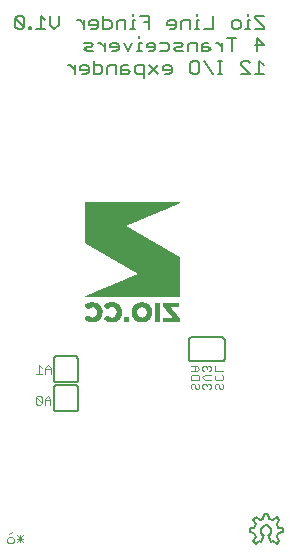
<source format=gbo>
G75*
%MOIN*%
%OFA0B0*%
%FSLAX25Y25*%
%IPPOS*%
%LPD*%
%AMOC8*
5,1,8,0,0,1.08239X$1,22.5*
%
%ADD10C,0.00300*%
%ADD11C,0.00600*%
%ADD12C,0.00400*%
%ADD13C,0.00010*%
D10*
X0027787Y0005645D02*
X0027787Y0006713D01*
X0028321Y0007247D01*
X0029389Y0007247D01*
X0029923Y0006713D01*
X0029923Y0005645D01*
X0029389Y0005111D01*
X0028321Y0005111D01*
X0027787Y0005645D01*
X0028321Y0008314D02*
X0029389Y0008848D01*
X0031010Y0007780D02*
X0033145Y0005645D01*
X0032078Y0005645D02*
X0032078Y0007780D01*
X0033145Y0007780D02*
X0031010Y0005645D01*
X0031010Y0006713D02*
X0033145Y0006713D01*
X0037752Y0051350D02*
X0038720Y0051350D01*
X0039203Y0051834D01*
X0037269Y0053769D01*
X0037269Y0051834D01*
X0037752Y0051350D01*
X0039203Y0051834D02*
X0039203Y0053769D01*
X0038720Y0054252D01*
X0037752Y0054252D01*
X0037269Y0053769D01*
X0040215Y0053285D02*
X0040215Y0051350D01*
X0040215Y0052801D02*
X0042150Y0052801D01*
X0042150Y0053285D02*
X0041183Y0054252D01*
X0040215Y0053285D01*
X0042150Y0053285D02*
X0042150Y0051350D01*
X0042350Y0061650D02*
X0042350Y0063585D01*
X0041383Y0064552D01*
X0040415Y0063585D01*
X0040415Y0061650D01*
X0039403Y0061650D02*
X0037469Y0061650D01*
X0038436Y0061650D02*
X0038436Y0064552D01*
X0039403Y0063585D01*
X0040415Y0063101D02*
X0042350Y0063101D01*
D11*
X0043263Y0059800D02*
X0043263Y0066600D01*
X0043265Y0066660D01*
X0043270Y0066721D01*
X0043279Y0066780D01*
X0043292Y0066839D01*
X0043308Y0066898D01*
X0043328Y0066955D01*
X0043351Y0067010D01*
X0043378Y0067065D01*
X0043407Y0067117D01*
X0043440Y0067168D01*
X0043476Y0067217D01*
X0043514Y0067263D01*
X0043556Y0067307D01*
X0043600Y0067349D01*
X0043646Y0067387D01*
X0043695Y0067423D01*
X0043746Y0067456D01*
X0043798Y0067485D01*
X0043853Y0067512D01*
X0043908Y0067535D01*
X0043965Y0067555D01*
X0044024Y0067571D01*
X0044083Y0067584D01*
X0044142Y0067593D01*
X0044203Y0067598D01*
X0044263Y0067600D01*
X0050263Y0067600D01*
X0050323Y0067598D01*
X0050384Y0067593D01*
X0050443Y0067584D01*
X0050502Y0067571D01*
X0050561Y0067555D01*
X0050618Y0067535D01*
X0050673Y0067512D01*
X0050728Y0067485D01*
X0050780Y0067456D01*
X0050831Y0067423D01*
X0050880Y0067387D01*
X0050926Y0067349D01*
X0050970Y0067307D01*
X0051012Y0067263D01*
X0051050Y0067217D01*
X0051086Y0067168D01*
X0051119Y0067117D01*
X0051148Y0067065D01*
X0051175Y0067010D01*
X0051198Y0066955D01*
X0051218Y0066898D01*
X0051234Y0066839D01*
X0051247Y0066780D01*
X0051256Y0066721D01*
X0051261Y0066660D01*
X0051263Y0066600D01*
X0051263Y0059800D01*
X0051261Y0059740D01*
X0051256Y0059679D01*
X0051247Y0059620D01*
X0051234Y0059561D01*
X0051218Y0059502D01*
X0051198Y0059445D01*
X0051175Y0059390D01*
X0051148Y0059335D01*
X0051119Y0059283D01*
X0051086Y0059232D01*
X0051050Y0059183D01*
X0051012Y0059137D01*
X0050970Y0059093D01*
X0050926Y0059051D01*
X0050880Y0059013D01*
X0050831Y0058977D01*
X0050780Y0058944D01*
X0050728Y0058915D01*
X0050673Y0058888D01*
X0050618Y0058865D01*
X0050561Y0058845D01*
X0050502Y0058829D01*
X0050443Y0058816D01*
X0050384Y0058807D01*
X0050323Y0058802D01*
X0050263Y0058800D01*
X0044263Y0058800D01*
X0044300Y0057963D02*
X0050300Y0057963D01*
X0050360Y0057961D01*
X0050421Y0057956D01*
X0050480Y0057947D01*
X0050539Y0057934D01*
X0050598Y0057918D01*
X0050655Y0057898D01*
X0050710Y0057875D01*
X0050765Y0057848D01*
X0050817Y0057819D01*
X0050868Y0057786D01*
X0050917Y0057750D01*
X0050963Y0057712D01*
X0051007Y0057670D01*
X0051049Y0057626D01*
X0051087Y0057580D01*
X0051123Y0057531D01*
X0051156Y0057480D01*
X0051185Y0057428D01*
X0051212Y0057373D01*
X0051235Y0057318D01*
X0051255Y0057261D01*
X0051271Y0057202D01*
X0051284Y0057143D01*
X0051293Y0057084D01*
X0051298Y0057023D01*
X0051300Y0056963D01*
X0051300Y0050163D01*
X0051298Y0050103D01*
X0051293Y0050042D01*
X0051284Y0049983D01*
X0051271Y0049924D01*
X0051255Y0049865D01*
X0051235Y0049808D01*
X0051212Y0049753D01*
X0051185Y0049698D01*
X0051156Y0049646D01*
X0051123Y0049595D01*
X0051087Y0049546D01*
X0051049Y0049500D01*
X0051007Y0049456D01*
X0050963Y0049414D01*
X0050917Y0049376D01*
X0050868Y0049340D01*
X0050817Y0049307D01*
X0050765Y0049278D01*
X0050710Y0049251D01*
X0050655Y0049228D01*
X0050598Y0049208D01*
X0050539Y0049192D01*
X0050480Y0049179D01*
X0050421Y0049170D01*
X0050360Y0049165D01*
X0050300Y0049163D01*
X0044300Y0049163D01*
X0044240Y0049165D01*
X0044179Y0049170D01*
X0044120Y0049179D01*
X0044061Y0049192D01*
X0044002Y0049208D01*
X0043945Y0049228D01*
X0043890Y0049251D01*
X0043835Y0049278D01*
X0043783Y0049307D01*
X0043732Y0049340D01*
X0043683Y0049376D01*
X0043637Y0049414D01*
X0043593Y0049456D01*
X0043551Y0049500D01*
X0043513Y0049546D01*
X0043477Y0049595D01*
X0043444Y0049646D01*
X0043415Y0049698D01*
X0043388Y0049753D01*
X0043365Y0049808D01*
X0043345Y0049865D01*
X0043329Y0049924D01*
X0043316Y0049983D01*
X0043307Y0050042D01*
X0043302Y0050103D01*
X0043300Y0050163D01*
X0043300Y0056963D01*
X0043302Y0057023D01*
X0043307Y0057084D01*
X0043316Y0057143D01*
X0043329Y0057202D01*
X0043345Y0057261D01*
X0043365Y0057318D01*
X0043388Y0057373D01*
X0043415Y0057428D01*
X0043444Y0057480D01*
X0043477Y0057531D01*
X0043513Y0057580D01*
X0043551Y0057626D01*
X0043593Y0057670D01*
X0043637Y0057712D01*
X0043683Y0057750D01*
X0043732Y0057786D01*
X0043783Y0057819D01*
X0043835Y0057848D01*
X0043890Y0057875D01*
X0043945Y0057898D01*
X0044002Y0057918D01*
X0044061Y0057934D01*
X0044120Y0057947D01*
X0044179Y0057956D01*
X0044240Y0057961D01*
X0044300Y0057963D01*
X0044263Y0058800D02*
X0044203Y0058802D01*
X0044142Y0058807D01*
X0044083Y0058816D01*
X0044024Y0058829D01*
X0043965Y0058845D01*
X0043908Y0058865D01*
X0043853Y0058888D01*
X0043798Y0058915D01*
X0043746Y0058944D01*
X0043695Y0058977D01*
X0043646Y0059013D01*
X0043600Y0059051D01*
X0043556Y0059093D01*
X0043514Y0059137D01*
X0043476Y0059183D01*
X0043440Y0059232D01*
X0043407Y0059283D01*
X0043378Y0059335D01*
X0043351Y0059390D01*
X0043328Y0059445D01*
X0043308Y0059502D01*
X0043292Y0059561D01*
X0043279Y0059620D01*
X0043270Y0059679D01*
X0043265Y0059740D01*
X0043263Y0059800D01*
X0088200Y0066837D02*
X0088200Y0072837D01*
X0088202Y0072897D01*
X0088207Y0072958D01*
X0088216Y0073017D01*
X0088229Y0073076D01*
X0088245Y0073135D01*
X0088265Y0073192D01*
X0088288Y0073247D01*
X0088315Y0073302D01*
X0088344Y0073354D01*
X0088377Y0073405D01*
X0088413Y0073454D01*
X0088451Y0073500D01*
X0088493Y0073544D01*
X0088537Y0073586D01*
X0088583Y0073624D01*
X0088632Y0073660D01*
X0088683Y0073693D01*
X0088735Y0073722D01*
X0088790Y0073749D01*
X0088845Y0073772D01*
X0088902Y0073792D01*
X0088961Y0073808D01*
X0089020Y0073821D01*
X0089079Y0073830D01*
X0089140Y0073835D01*
X0089200Y0073837D01*
X0099200Y0073837D01*
X0099260Y0073835D01*
X0099321Y0073830D01*
X0099380Y0073821D01*
X0099439Y0073808D01*
X0099498Y0073792D01*
X0099555Y0073772D01*
X0099610Y0073749D01*
X0099665Y0073722D01*
X0099717Y0073693D01*
X0099768Y0073660D01*
X0099817Y0073624D01*
X0099863Y0073586D01*
X0099907Y0073544D01*
X0099949Y0073500D01*
X0099987Y0073454D01*
X0100023Y0073405D01*
X0100056Y0073354D01*
X0100085Y0073302D01*
X0100112Y0073247D01*
X0100135Y0073192D01*
X0100155Y0073135D01*
X0100171Y0073076D01*
X0100184Y0073017D01*
X0100193Y0072958D01*
X0100198Y0072897D01*
X0100200Y0072837D01*
X0100200Y0066837D01*
X0100198Y0066777D01*
X0100193Y0066716D01*
X0100184Y0066657D01*
X0100171Y0066598D01*
X0100155Y0066539D01*
X0100135Y0066482D01*
X0100112Y0066427D01*
X0100085Y0066372D01*
X0100056Y0066320D01*
X0100023Y0066269D01*
X0099987Y0066220D01*
X0099949Y0066174D01*
X0099907Y0066130D01*
X0099863Y0066088D01*
X0099817Y0066050D01*
X0099768Y0066014D01*
X0099717Y0065981D01*
X0099665Y0065952D01*
X0099610Y0065925D01*
X0099555Y0065902D01*
X0099498Y0065882D01*
X0099439Y0065866D01*
X0099380Y0065853D01*
X0099321Y0065844D01*
X0099260Y0065839D01*
X0099200Y0065837D01*
X0089200Y0065837D01*
X0089140Y0065839D01*
X0089079Y0065844D01*
X0089020Y0065853D01*
X0088961Y0065866D01*
X0088902Y0065882D01*
X0088845Y0065902D01*
X0088790Y0065925D01*
X0088735Y0065952D01*
X0088683Y0065981D01*
X0088632Y0066014D01*
X0088583Y0066050D01*
X0088537Y0066088D01*
X0088493Y0066130D01*
X0088451Y0066174D01*
X0088413Y0066220D01*
X0088377Y0066269D01*
X0088344Y0066320D01*
X0088315Y0066372D01*
X0088288Y0066427D01*
X0088265Y0066482D01*
X0088245Y0066539D01*
X0088229Y0066598D01*
X0088216Y0066657D01*
X0088207Y0066716D01*
X0088202Y0066777D01*
X0088200Y0066837D01*
X0113400Y0015000D02*
X0113100Y0013400D01*
X0111900Y0012900D01*
X0110500Y0013800D01*
X0109600Y0012900D01*
X0110500Y0011600D01*
X0110000Y0010400D01*
X0108500Y0010100D01*
X0108500Y0008800D01*
X0109900Y0008500D01*
X0110500Y0007200D01*
X0109600Y0005900D01*
X0110500Y0005000D01*
X0111700Y0005800D01*
X0112300Y0005500D01*
X0113200Y0007800D01*
X0114800Y0007800D02*
X0115800Y0005500D01*
X0116300Y0005800D01*
X0117500Y0005000D01*
X0118400Y0005900D01*
X0117600Y0007200D01*
X0118100Y0008500D01*
X0119600Y0008800D01*
X0119600Y0010100D01*
X0118100Y0010300D01*
X0117500Y0011600D01*
X0118400Y0012900D01*
X0117500Y0013800D01*
X0116200Y0012900D01*
X0115000Y0013400D01*
X0114700Y0015000D01*
X0113400Y0015000D01*
X0113200Y0007800D02*
X0113126Y0007839D01*
X0113053Y0007882D01*
X0112983Y0007928D01*
X0112915Y0007978D01*
X0112849Y0008030D01*
X0112786Y0008086D01*
X0112726Y0008144D01*
X0112668Y0008205D01*
X0112614Y0008269D01*
X0112562Y0008335D01*
X0112514Y0008404D01*
X0112469Y0008475D01*
X0112427Y0008548D01*
X0112389Y0008623D01*
X0112354Y0008699D01*
X0112323Y0008777D01*
X0112295Y0008857D01*
X0112272Y0008938D01*
X0112252Y0009019D01*
X0112236Y0009102D01*
X0112224Y0009185D01*
X0112216Y0009269D01*
X0112212Y0009352D01*
X0112211Y0009437D01*
X0112215Y0009520D01*
X0112223Y0009604D01*
X0112234Y0009687D01*
X0112250Y0009770D01*
X0112269Y0009852D01*
X0112292Y0009933D01*
X0112319Y0010012D01*
X0112350Y0010091D01*
X0112384Y0010167D01*
X0112422Y0010242D01*
X0112463Y0010315D01*
X0112508Y0010387D01*
X0112556Y0010456D01*
X0112607Y0010522D01*
X0112661Y0010587D01*
X0112718Y0010648D01*
X0112778Y0010707D01*
X0112841Y0010763D01*
X0112906Y0010816D01*
X0112974Y0010866D01*
X0113044Y0010912D01*
X0113116Y0010955D01*
X0113190Y0010995D01*
X0113266Y0011031D01*
X0113343Y0011064D01*
X0113422Y0011093D01*
X0113502Y0011118D01*
X0113584Y0011140D01*
X0113666Y0011158D01*
X0113749Y0011171D01*
X0113832Y0011181D01*
X0113916Y0011187D01*
X0114000Y0011189D01*
X0114084Y0011187D01*
X0114168Y0011181D01*
X0114251Y0011171D01*
X0114334Y0011158D01*
X0114416Y0011140D01*
X0114498Y0011118D01*
X0114578Y0011093D01*
X0114657Y0011064D01*
X0114734Y0011031D01*
X0114810Y0010995D01*
X0114884Y0010955D01*
X0114956Y0010912D01*
X0115026Y0010866D01*
X0115094Y0010816D01*
X0115159Y0010763D01*
X0115222Y0010707D01*
X0115282Y0010648D01*
X0115339Y0010587D01*
X0115393Y0010522D01*
X0115444Y0010456D01*
X0115492Y0010387D01*
X0115537Y0010315D01*
X0115578Y0010242D01*
X0115616Y0010167D01*
X0115650Y0010091D01*
X0115681Y0010012D01*
X0115708Y0009933D01*
X0115731Y0009852D01*
X0115750Y0009770D01*
X0115766Y0009687D01*
X0115777Y0009604D01*
X0115785Y0009520D01*
X0115789Y0009437D01*
X0115788Y0009352D01*
X0115784Y0009269D01*
X0115776Y0009185D01*
X0115764Y0009102D01*
X0115748Y0009019D01*
X0115728Y0008938D01*
X0115705Y0008857D01*
X0115677Y0008777D01*
X0115646Y0008699D01*
X0115611Y0008623D01*
X0115573Y0008548D01*
X0115531Y0008475D01*
X0115486Y0008404D01*
X0115438Y0008335D01*
X0115386Y0008269D01*
X0115332Y0008205D01*
X0115274Y0008144D01*
X0115214Y0008086D01*
X0115151Y0008030D01*
X0115085Y0007978D01*
X0115017Y0007928D01*
X0114947Y0007882D01*
X0114874Y0007839D01*
X0114800Y0007800D01*
X0073299Y0160132D02*
X0073299Y0164536D01*
X0071097Y0164536D01*
X0070363Y0163802D01*
X0070363Y0162334D01*
X0071097Y0161600D01*
X0073299Y0161600D01*
X0074967Y0161600D02*
X0077903Y0164536D01*
X0079571Y0163802D02*
X0079571Y0163068D01*
X0082507Y0163068D01*
X0082507Y0163802D02*
X0081773Y0164536D01*
X0080305Y0164536D01*
X0079571Y0163802D01*
X0080305Y0161600D02*
X0081773Y0161600D01*
X0082507Y0162334D01*
X0082507Y0163802D01*
X0077903Y0161600D02*
X0074967Y0164536D01*
X0074934Y0169100D02*
X0076402Y0169100D01*
X0077136Y0169834D01*
X0077136Y0171302D01*
X0076402Y0172036D01*
X0074934Y0172036D01*
X0074200Y0171302D01*
X0074200Y0170568D01*
X0077136Y0170568D01*
X0078804Y0172036D02*
X0081006Y0172036D01*
X0081740Y0171302D01*
X0081740Y0169834D01*
X0081006Y0169100D01*
X0078804Y0169100D01*
X0083408Y0169834D02*
X0084142Y0170568D01*
X0085610Y0170568D01*
X0086344Y0171302D01*
X0085610Y0172036D01*
X0083408Y0172036D01*
X0083408Y0169834D02*
X0084142Y0169100D01*
X0086344Y0169100D01*
X0088012Y0169100D02*
X0088012Y0171302D01*
X0088746Y0172036D01*
X0090948Y0172036D01*
X0090948Y0169100D01*
X0092616Y0169100D02*
X0092616Y0171302D01*
X0093350Y0172036D01*
X0094818Y0172036D01*
X0094818Y0170568D02*
X0092616Y0170568D01*
X0092616Y0169100D02*
X0094818Y0169100D01*
X0095552Y0169834D01*
X0094818Y0170568D01*
X0097186Y0172036D02*
X0097920Y0172036D01*
X0099388Y0170568D01*
X0099388Y0169100D02*
X0099388Y0172036D01*
X0101056Y0173504D02*
X0103992Y0173504D01*
X0102524Y0173504D02*
X0102524Y0169100D01*
X0099388Y0166004D02*
X0097920Y0166004D01*
X0098654Y0166004D02*
X0098654Y0161600D01*
X0099388Y0161600D02*
X0097920Y0161600D01*
X0096319Y0161600D02*
X0093383Y0166004D01*
X0091715Y0165270D02*
X0091715Y0162334D01*
X0090981Y0161600D01*
X0089513Y0161600D01*
X0088779Y0162334D01*
X0088779Y0165270D01*
X0089513Y0166004D01*
X0090981Y0166004D01*
X0091715Y0165270D01*
X0091715Y0176600D02*
X0090247Y0176600D01*
X0090981Y0176600D02*
X0090981Y0179536D01*
X0091715Y0179536D01*
X0090981Y0181004D02*
X0090981Y0181738D01*
X0088646Y0179536D02*
X0086444Y0179536D01*
X0085710Y0178802D01*
X0085710Y0176600D01*
X0084042Y0177334D02*
X0084042Y0178802D01*
X0083308Y0179536D01*
X0081840Y0179536D01*
X0081106Y0178802D01*
X0081106Y0178068D01*
X0084042Y0178068D01*
X0084042Y0177334D02*
X0083308Y0176600D01*
X0081840Y0176600D01*
X0074834Y0176600D02*
X0074834Y0181004D01*
X0071898Y0181004D01*
X0073366Y0178802D02*
X0074834Y0178802D01*
X0071798Y0174238D02*
X0071798Y0173504D01*
X0071798Y0172036D02*
X0071798Y0169100D01*
X0072532Y0169100D02*
X0071064Y0169100D01*
X0071798Y0172036D02*
X0072532Y0172036D01*
X0069463Y0172036D02*
X0067995Y0169100D01*
X0066527Y0172036D01*
X0064859Y0171302D02*
X0064859Y0169834D01*
X0064125Y0169100D01*
X0062657Y0169100D01*
X0061923Y0170568D02*
X0064859Y0170568D01*
X0064859Y0171302D02*
X0064125Y0172036D01*
X0062657Y0172036D01*
X0061923Y0171302D01*
X0061923Y0170568D01*
X0060255Y0170568D02*
X0058787Y0172036D01*
X0058053Y0172036D01*
X0056418Y0171302D02*
X0055684Y0172036D01*
X0053482Y0172036D01*
X0054216Y0170568D02*
X0053482Y0169834D01*
X0054216Y0169100D01*
X0056418Y0169100D01*
X0055684Y0170568D02*
X0054216Y0170568D01*
X0055684Y0170568D02*
X0056418Y0171302D01*
X0060255Y0172036D02*
X0060255Y0169100D01*
X0058754Y0164536D02*
X0056552Y0164536D01*
X0056552Y0166004D02*
X0056552Y0161600D01*
X0058754Y0161600D01*
X0059488Y0162334D01*
X0059488Y0163802D01*
X0058754Y0164536D01*
X0061156Y0163802D02*
X0061156Y0161600D01*
X0061156Y0163802D02*
X0061890Y0164536D01*
X0064091Y0164536D01*
X0064091Y0161600D01*
X0065760Y0161600D02*
X0065760Y0163802D01*
X0066494Y0164536D01*
X0067961Y0164536D01*
X0067961Y0163068D02*
X0065760Y0163068D01*
X0065760Y0161600D02*
X0067961Y0161600D01*
X0068695Y0162334D01*
X0067961Y0163068D01*
X0067161Y0176600D02*
X0067161Y0179536D01*
X0064959Y0179536D01*
X0064225Y0178802D01*
X0064225Y0176600D01*
X0062557Y0177334D02*
X0062557Y0178802D01*
X0061823Y0179536D01*
X0059621Y0179536D01*
X0059621Y0181004D02*
X0059621Y0176600D01*
X0061823Y0176600D01*
X0062557Y0177334D01*
X0057953Y0177334D02*
X0057953Y0178802D01*
X0057219Y0179536D01*
X0055751Y0179536D01*
X0055017Y0178802D01*
X0055017Y0178068D01*
X0057953Y0178068D01*
X0057953Y0177334D02*
X0057219Y0176600D01*
X0055751Y0176600D01*
X0053349Y0176600D02*
X0053349Y0179536D01*
X0053349Y0178068D02*
X0051881Y0179536D01*
X0051147Y0179536D01*
X0044908Y0181004D02*
X0044908Y0178068D01*
X0043441Y0176600D01*
X0041973Y0178068D01*
X0041973Y0181004D01*
X0040305Y0179536D02*
X0038837Y0181004D01*
X0038837Y0176600D01*
X0040305Y0176600D02*
X0037369Y0176600D01*
X0035701Y0176600D02*
X0034967Y0176600D01*
X0034967Y0177334D01*
X0035701Y0177334D01*
X0035701Y0176600D01*
X0033399Y0177334D02*
X0033399Y0180270D01*
X0032665Y0181004D01*
X0031197Y0181004D01*
X0030463Y0180270D01*
X0033399Y0177334D01*
X0032665Y0176600D01*
X0031197Y0176600D01*
X0030463Y0177334D01*
X0030463Y0180270D01*
X0048078Y0164536D02*
X0048812Y0164536D01*
X0050280Y0163068D01*
X0050280Y0161600D02*
X0050280Y0164536D01*
X0051948Y0163802D02*
X0051948Y0163068D01*
X0054884Y0163068D01*
X0054884Y0163802D02*
X0054150Y0164536D01*
X0052682Y0164536D01*
X0051948Y0163802D01*
X0052682Y0161600D02*
X0054150Y0161600D01*
X0054884Y0162334D01*
X0054884Y0163802D01*
X0068762Y0176600D02*
X0070230Y0176600D01*
X0069496Y0176600D02*
X0069496Y0179536D01*
X0070230Y0179536D01*
X0069496Y0181004D02*
X0069496Y0181738D01*
X0088646Y0179536D02*
X0088646Y0176600D01*
X0093383Y0176600D02*
X0096319Y0176600D01*
X0096319Y0181004D01*
X0102591Y0178802D02*
X0102591Y0177334D01*
X0103325Y0176600D01*
X0104793Y0176600D01*
X0105527Y0177334D01*
X0105527Y0178802D01*
X0104793Y0179536D01*
X0103325Y0179536D01*
X0102591Y0178802D01*
X0107128Y0176600D02*
X0108596Y0176600D01*
X0107862Y0176600D02*
X0107862Y0179536D01*
X0108596Y0179536D01*
X0107862Y0181004D02*
X0107862Y0181738D01*
X0110264Y0181004D02*
X0110264Y0180270D01*
X0113200Y0177334D01*
X0113200Y0176600D01*
X0110264Y0176600D01*
X0110998Y0173504D02*
X0113200Y0171302D01*
X0110264Y0171302D01*
X0110998Y0169100D02*
X0110998Y0173504D01*
X0110264Y0181004D02*
X0113200Y0181004D01*
X0111732Y0166004D02*
X0111732Y0161600D01*
X0113200Y0161600D02*
X0110264Y0161600D01*
X0108596Y0161600D02*
X0105660Y0164536D01*
X0105660Y0165270D01*
X0106394Y0166004D01*
X0107862Y0166004D01*
X0108596Y0165270D01*
X0111732Y0166004D02*
X0113200Y0164536D01*
X0108596Y0161600D02*
X0105660Y0161600D01*
D12*
X0097000Y0064322D02*
X0097000Y0062453D01*
X0099802Y0062453D01*
X0099335Y0061375D02*
X0099802Y0060908D01*
X0099802Y0059974D01*
X0099335Y0059507D01*
X0097467Y0059507D01*
X0097000Y0059974D01*
X0097000Y0060908D01*
X0097467Y0061375D01*
X0095602Y0061375D02*
X0093734Y0061375D01*
X0092800Y0060441D01*
X0093734Y0059507D01*
X0095602Y0059507D01*
X0095135Y0058429D02*
X0095602Y0057962D01*
X0095602Y0057028D01*
X0095135Y0056560D01*
X0094201Y0057495D02*
X0094201Y0057962D01*
X0093734Y0058429D01*
X0093267Y0058429D01*
X0092800Y0057962D01*
X0092800Y0057028D01*
X0093267Y0056560D01*
X0091802Y0057028D02*
X0091335Y0056560D01*
X0090868Y0056560D01*
X0090401Y0057028D01*
X0090401Y0057962D01*
X0089934Y0058429D01*
X0089467Y0058429D01*
X0089000Y0057962D01*
X0089000Y0057028D01*
X0089467Y0056560D01*
X0091802Y0057028D02*
X0091802Y0057962D01*
X0091335Y0058429D01*
X0091802Y0059507D02*
X0091802Y0060908D01*
X0091335Y0061375D01*
X0089467Y0061375D01*
X0089000Y0060908D01*
X0089000Y0059507D01*
X0091802Y0059507D01*
X0094201Y0057962D02*
X0094668Y0058429D01*
X0095135Y0058429D01*
X0097000Y0057962D02*
X0097000Y0057028D01*
X0097467Y0056560D01*
X0098401Y0057028D02*
X0098401Y0057962D01*
X0097934Y0058429D01*
X0097467Y0058429D01*
X0097000Y0057962D01*
X0098401Y0057028D02*
X0098868Y0056560D01*
X0099335Y0056560D01*
X0099802Y0057028D01*
X0099802Y0057962D01*
X0099335Y0058429D01*
X0095135Y0062453D02*
X0095602Y0062921D01*
X0095602Y0063855D01*
X0095135Y0064322D01*
X0094668Y0064322D01*
X0094201Y0063855D01*
X0093734Y0064322D01*
X0093267Y0064322D01*
X0092800Y0063855D01*
X0092800Y0062921D01*
X0093267Y0062453D01*
X0094201Y0063388D02*
X0094201Y0063855D01*
X0091802Y0063388D02*
X0090868Y0064322D01*
X0089000Y0064322D01*
X0090401Y0064322D02*
X0090401Y0062453D01*
X0090868Y0062453D02*
X0089000Y0062453D01*
X0090868Y0062453D02*
X0091802Y0063388D01*
D13*
X0084870Y0079229D02*
X0079702Y0079229D01*
X0079713Y0079806D01*
X0079725Y0080384D01*
X0080568Y0080394D01*
X0081411Y0080405D01*
X0082254Y0080415D01*
X0083097Y0080426D01*
X0082531Y0081084D01*
X0081966Y0081741D01*
X0081400Y0082399D01*
X0080836Y0083057D01*
X0080270Y0083714D01*
X0079704Y0084372D01*
X0079704Y0085360D01*
X0084744Y0085360D01*
X0084744Y0084186D01*
X0083931Y0084180D01*
X0083119Y0084174D01*
X0082307Y0084169D01*
X0081495Y0084164D01*
X0082618Y0082862D01*
X0083180Y0082211D01*
X0084304Y0080909D01*
X0084865Y0080258D01*
X0084868Y0079743D01*
X0084870Y0079229D01*
X0084870Y0079233D02*
X0079702Y0079233D01*
X0079702Y0079241D02*
X0084870Y0079241D01*
X0084870Y0079250D02*
X0079702Y0079250D01*
X0079702Y0079258D02*
X0084870Y0079258D01*
X0084870Y0079267D02*
X0079702Y0079267D01*
X0079702Y0079275D02*
X0084869Y0079275D01*
X0084869Y0079284D02*
X0079703Y0079284D01*
X0079703Y0079292D02*
X0084869Y0079292D01*
X0084869Y0079301D02*
X0079703Y0079301D01*
X0079703Y0079309D02*
X0084869Y0079309D01*
X0084869Y0079318D02*
X0079703Y0079318D01*
X0079704Y0079326D02*
X0084869Y0079326D01*
X0084869Y0079335D02*
X0079704Y0079335D01*
X0079704Y0079344D02*
X0084869Y0079344D01*
X0084869Y0079352D02*
X0079704Y0079352D01*
X0079704Y0079361D02*
X0084869Y0079361D01*
X0084869Y0079369D02*
X0079704Y0079369D01*
X0079705Y0079378D02*
X0084869Y0079378D01*
X0084869Y0079386D02*
X0079705Y0079386D01*
X0079705Y0079395D02*
X0084869Y0079395D01*
X0084869Y0079403D02*
X0079705Y0079403D01*
X0079705Y0079412D02*
X0084869Y0079412D01*
X0084869Y0079420D02*
X0079705Y0079420D01*
X0079706Y0079429D02*
X0084869Y0079429D01*
X0084869Y0079437D02*
X0079706Y0079437D01*
X0079706Y0079446D02*
X0084869Y0079446D01*
X0084869Y0079454D02*
X0079706Y0079454D01*
X0079706Y0079463D02*
X0084869Y0079463D01*
X0084869Y0079471D02*
X0079706Y0079471D01*
X0079707Y0079480D02*
X0084869Y0079480D01*
X0084869Y0079488D02*
X0079707Y0079488D01*
X0079707Y0079497D02*
X0084869Y0079497D01*
X0084869Y0079505D02*
X0079707Y0079505D01*
X0079707Y0079514D02*
X0084869Y0079514D01*
X0084868Y0079522D02*
X0079707Y0079522D01*
X0079708Y0079531D02*
X0084868Y0079531D01*
X0084868Y0079539D02*
X0079708Y0079539D01*
X0079708Y0079548D02*
X0084868Y0079548D01*
X0084868Y0079556D02*
X0079708Y0079556D01*
X0079708Y0079565D02*
X0084868Y0079565D01*
X0084868Y0079573D02*
X0079708Y0079573D01*
X0079709Y0079582D02*
X0084868Y0079582D01*
X0084868Y0079590D02*
X0079709Y0079590D01*
X0079709Y0079599D02*
X0084868Y0079599D01*
X0084868Y0079607D02*
X0079709Y0079607D01*
X0079709Y0079616D02*
X0084868Y0079616D01*
X0084868Y0079624D02*
X0079709Y0079624D01*
X0079710Y0079633D02*
X0084868Y0079633D01*
X0084868Y0079641D02*
X0079710Y0079641D01*
X0079710Y0079650D02*
X0084868Y0079650D01*
X0084868Y0079659D02*
X0079710Y0079659D01*
X0079710Y0079667D02*
X0084868Y0079667D01*
X0084868Y0079676D02*
X0079711Y0079676D01*
X0079711Y0079684D02*
X0084868Y0079684D01*
X0084868Y0079693D02*
X0079711Y0079693D01*
X0079711Y0079701D02*
X0084868Y0079701D01*
X0084868Y0079710D02*
X0079711Y0079710D01*
X0079711Y0079718D02*
X0084868Y0079718D01*
X0084868Y0079727D02*
X0079712Y0079727D01*
X0079712Y0079735D02*
X0084868Y0079735D01*
X0084868Y0079744D02*
X0079712Y0079744D01*
X0079712Y0079752D02*
X0084868Y0079752D01*
X0084868Y0079761D02*
X0079712Y0079761D01*
X0079712Y0079769D02*
X0084867Y0079769D01*
X0084867Y0079778D02*
X0079713Y0079778D01*
X0079713Y0079786D02*
X0084867Y0079786D01*
X0084867Y0079795D02*
X0079713Y0079795D01*
X0079713Y0079803D02*
X0084867Y0079803D01*
X0084867Y0079812D02*
X0079713Y0079812D01*
X0079713Y0079820D02*
X0084867Y0079820D01*
X0084867Y0079829D02*
X0079714Y0079829D01*
X0079714Y0079837D02*
X0084867Y0079837D01*
X0084867Y0079846D02*
X0079714Y0079846D01*
X0079714Y0079854D02*
X0084867Y0079854D01*
X0084867Y0079863D02*
X0079714Y0079863D01*
X0079714Y0079871D02*
X0084867Y0079871D01*
X0084867Y0079880D02*
X0079715Y0079880D01*
X0079715Y0079888D02*
X0084867Y0079888D01*
X0084867Y0079897D02*
X0079715Y0079897D01*
X0079715Y0079905D02*
X0084867Y0079905D01*
X0084867Y0079914D02*
X0079715Y0079914D01*
X0079715Y0079922D02*
X0084867Y0079922D01*
X0084867Y0079931D02*
X0079716Y0079931D01*
X0079716Y0079939D02*
X0084867Y0079939D01*
X0084867Y0079948D02*
X0079716Y0079948D01*
X0079716Y0079956D02*
X0084867Y0079956D01*
X0084867Y0079965D02*
X0079716Y0079965D01*
X0079716Y0079974D02*
X0084867Y0079974D01*
X0084867Y0079982D02*
X0079717Y0079982D01*
X0079717Y0079991D02*
X0084867Y0079991D01*
X0084867Y0079999D02*
X0079717Y0079999D01*
X0079717Y0080008D02*
X0084866Y0080008D01*
X0084866Y0080016D02*
X0079717Y0080016D01*
X0079717Y0080025D02*
X0084866Y0080025D01*
X0084866Y0080033D02*
X0079718Y0080033D01*
X0079718Y0080042D02*
X0084866Y0080042D01*
X0084866Y0080050D02*
X0079718Y0080050D01*
X0079718Y0080059D02*
X0084866Y0080059D01*
X0084866Y0080067D02*
X0079718Y0080067D01*
X0079719Y0080076D02*
X0084866Y0080076D01*
X0084866Y0080084D02*
X0079719Y0080084D01*
X0079719Y0080093D02*
X0084866Y0080093D01*
X0084866Y0080101D02*
X0079719Y0080101D01*
X0079719Y0080110D02*
X0084866Y0080110D01*
X0084866Y0080118D02*
X0079719Y0080118D01*
X0079720Y0080127D02*
X0084866Y0080127D01*
X0084866Y0080135D02*
X0079720Y0080135D01*
X0079720Y0080144D02*
X0084866Y0080144D01*
X0084866Y0080152D02*
X0079720Y0080152D01*
X0079720Y0080161D02*
X0084866Y0080161D01*
X0084866Y0080169D02*
X0079720Y0080169D01*
X0079721Y0080178D02*
X0084866Y0080178D01*
X0084866Y0080186D02*
X0079721Y0080186D01*
X0079721Y0080195D02*
X0084866Y0080195D01*
X0084866Y0080203D02*
X0079721Y0080203D01*
X0079721Y0080212D02*
X0084866Y0080212D01*
X0084866Y0080220D02*
X0079721Y0080220D01*
X0079722Y0080229D02*
X0084866Y0080229D01*
X0084866Y0080237D02*
X0079722Y0080237D01*
X0079722Y0080246D02*
X0084866Y0080246D01*
X0084865Y0080254D02*
X0079722Y0080254D01*
X0079722Y0080263D02*
X0084861Y0080263D01*
X0084854Y0080272D02*
X0079722Y0080272D01*
X0079723Y0080280D02*
X0084846Y0080280D01*
X0084839Y0080289D02*
X0079723Y0080289D01*
X0079723Y0080297D02*
X0084832Y0080297D01*
X0084824Y0080306D02*
X0079723Y0080306D01*
X0079723Y0080314D02*
X0084817Y0080314D01*
X0084810Y0080323D02*
X0079723Y0080323D01*
X0079724Y0080331D02*
X0084802Y0080331D01*
X0084795Y0080340D02*
X0079724Y0080340D01*
X0079724Y0080348D02*
X0084788Y0080348D01*
X0084780Y0080357D02*
X0079724Y0080357D01*
X0079724Y0080365D02*
X0084773Y0080365D01*
X0084765Y0080374D02*
X0079724Y0080374D01*
X0079725Y0080382D02*
X0084758Y0080382D01*
X0084751Y0080391D02*
X0080281Y0080391D01*
X0080965Y0080399D02*
X0084743Y0080399D01*
X0084736Y0080408D02*
X0081648Y0080408D01*
X0082332Y0080416D02*
X0084729Y0080416D01*
X0084721Y0080425D02*
X0083016Y0080425D01*
X0083062Y0080467D02*
X0084685Y0080467D01*
X0084692Y0080459D02*
X0083069Y0080459D01*
X0083076Y0080450D02*
X0084699Y0080450D01*
X0084707Y0080442D02*
X0083084Y0080442D01*
X0083091Y0080433D02*
X0084714Y0080433D01*
X0084677Y0080476D02*
X0083054Y0080476D01*
X0083047Y0080484D02*
X0084670Y0080484D01*
X0084663Y0080493D02*
X0083040Y0080493D01*
X0083032Y0080501D02*
X0084655Y0080501D01*
X0084648Y0080510D02*
X0083025Y0080510D01*
X0083018Y0080518D02*
X0084641Y0080518D01*
X0084633Y0080527D02*
X0083010Y0080527D01*
X0083003Y0080535D02*
X0084626Y0080535D01*
X0084619Y0080544D02*
X0082996Y0080544D01*
X0082988Y0080552D02*
X0084611Y0080552D01*
X0084604Y0080561D02*
X0082981Y0080561D01*
X0082974Y0080569D02*
X0084596Y0080569D01*
X0084589Y0080578D02*
X0082966Y0080578D01*
X0082959Y0080587D02*
X0084582Y0080587D01*
X0084574Y0080595D02*
X0082952Y0080595D01*
X0082944Y0080604D02*
X0084567Y0080604D01*
X0084560Y0080612D02*
X0082937Y0080612D01*
X0082930Y0080621D02*
X0084552Y0080621D01*
X0084545Y0080629D02*
X0082923Y0080629D01*
X0082915Y0080638D02*
X0084538Y0080638D01*
X0084530Y0080646D02*
X0082908Y0080646D01*
X0082901Y0080655D02*
X0084523Y0080655D01*
X0084516Y0080663D02*
X0082893Y0080663D01*
X0082886Y0080672D02*
X0084508Y0080672D01*
X0084501Y0080680D02*
X0082879Y0080680D01*
X0082871Y0080689D02*
X0084494Y0080689D01*
X0084486Y0080697D02*
X0082864Y0080697D01*
X0082857Y0080706D02*
X0084479Y0080706D01*
X0084472Y0080714D02*
X0082849Y0080714D01*
X0082842Y0080723D02*
X0084464Y0080723D01*
X0084457Y0080731D02*
X0082835Y0080731D01*
X0082827Y0080740D02*
X0084450Y0080740D01*
X0084442Y0080748D02*
X0082820Y0080748D01*
X0082813Y0080757D02*
X0084435Y0080757D01*
X0084428Y0080765D02*
X0082805Y0080765D01*
X0082798Y0080774D02*
X0084420Y0080774D01*
X0084413Y0080782D02*
X0082791Y0080782D01*
X0082783Y0080791D02*
X0084405Y0080791D01*
X0084398Y0080799D02*
X0082776Y0080799D01*
X0082769Y0080808D02*
X0084391Y0080808D01*
X0084383Y0080816D02*
X0082761Y0080816D01*
X0082754Y0080825D02*
X0084376Y0080825D01*
X0084369Y0080833D02*
X0082747Y0080833D01*
X0082740Y0080842D02*
X0084361Y0080842D01*
X0084354Y0080850D02*
X0082732Y0080850D01*
X0082725Y0080859D02*
X0084347Y0080859D01*
X0084339Y0080867D02*
X0082718Y0080867D01*
X0082710Y0080876D02*
X0084332Y0080876D01*
X0084325Y0080884D02*
X0082703Y0080884D01*
X0082696Y0080893D02*
X0084317Y0080893D01*
X0084310Y0080902D02*
X0082688Y0080902D01*
X0082681Y0080910D02*
X0084303Y0080910D01*
X0084295Y0080919D02*
X0082674Y0080919D01*
X0082666Y0080927D02*
X0084288Y0080927D01*
X0084281Y0080936D02*
X0082659Y0080936D01*
X0082652Y0080944D02*
X0084273Y0080944D01*
X0084266Y0080953D02*
X0082644Y0080953D01*
X0082637Y0080961D02*
X0084259Y0080961D01*
X0084251Y0080970D02*
X0082630Y0080970D01*
X0082622Y0080978D02*
X0084244Y0080978D01*
X0084237Y0080987D02*
X0082615Y0080987D01*
X0082608Y0080995D02*
X0084229Y0080995D01*
X0084222Y0081004D02*
X0082600Y0081004D01*
X0082593Y0081012D02*
X0084214Y0081012D01*
X0084207Y0081021D02*
X0082586Y0081021D01*
X0082579Y0081029D02*
X0084200Y0081029D01*
X0084192Y0081038D02*
X0082571Y0081038D01*
X0082564Y0081046D02*
X0084185Y0081046D01*
X0084178Y0081055D02*
X0082557Y0081055D01*
X0082549Y0081063D02*
X0084170Y0081063D01*
X0084163Y0081072D02*
X0082542Y0081072D01*
X0082535Y0081080D02*
X0084156Y0081080D01*
X0084148Y0081089D02*
X0082527Y0081089D01*
X0082520Y0081097D02*
X0084141Y0081097D01*
X0084134Y0081106D02*
X0082513Y0081106D01*
X0082505Y0081114D02*
X0084126Y0081114D01*
X0084119Y0081123D02*
X0082498Y0081123D01*
X0082491Y0081131D02*
X0084112Y0081131D01*
X0084104Y0081140D02*
X0082483Y0081140D01*
X0082476Y0081148D02*
X0084097Y0081148D01*
X0084090Y0081157D02*
X0082469Y0081157D01*
X0082461Y0081165D02*
X0084082Y0081165D01*
X0084075Y0081174D02*
X0082454Y0081174D01*
X0082447Y0081182D02*
X0084068Y0081182D01*
X0084060Y0081191D02*
X0082439Y0081191D01*
X0082432Y0081200D02*
X0084053Y0081200D01*
X0084045Y0081208D02*
X0082425Y0081208D01*
X0082418Y0081217D02*
X0084038Y0081217D01*
X0084031Y0081225D02*
X0082410Y0081225D01*
X0082403Y0081234D02*
X0084023Y0081234D01*
X0084016Y0081242D02*
X0082396Y0081242D01*
X0082388Y0081251D02*
X0084009Y0081251D01*
X0084001Y0081259D02*
X0082381Y0081259D01*
X0082374Y0081268D02*
X0083994Y0081268D01*
X0083987Y0081276D02*
X0082366Y0081276D01*
X0082359Y0081285D02*
X0083979Y0081285D01*
X0083972Y0081293D02*
X0082352Y0081293D01*
X0082344Y0081302D02*
X0083965Y0081302D01*
X0083957Y0081310D02*
X0082337Y0081310D01*
X0082330Y0081319D02*
X0083950Y0081319D01*
X0083943Y0081327D02*
X0082322Y0081327D01*
X0082315Y0081336D02*
X0083935Y0081336D01*
X0083928Y0081344D02*
X0082308Y0081344D01*
X0082300Y0081353D02*
X0083921Y0081353D01*
X0083913Y0081361D02*
X0082293Y0081361D01*
X0082286Y0081370D02*
X0083906Y0081370D01*
X0083899Y0081378D02*
X0082279Y0081378D01*
X0082271Y0081387D02*
X0083891Y0081387D01*
X0083884Y0081395D02*
X0082264Y0081395D01*
X0082257Y0081404D02*
X0083877Y0081404D01*
X0083869Y0081412D02*
X0082249Y0081412D01*
X0082242Y0081421D02*
X0083862Y0081421D01*
X0083854Y0081429D02*
X0082235Y0081429D01*
X0082227Y0081438D02*
X0083847Y0081438D01*
X0083840Y0081446D02*
X0082220Y0081446D01*
X0082213Y0081455D02*
X0083832Y0081455D01*
X0083825Y0081463D02*
X0082205Y0081463D01*
X0082198Y0081472D02*
X0083818Y0081472D01*
X0083810Y0081480D02*
X0082191Y0081480D01*
X0082183Y0081489D02*
X0083803Y0081489D01*
X0083796Y0081497D02*
X0082176Y0081497D01*
X0082169Y0081506D02*
X0083788Y0081506D01*
X0083781Y0081515D02*
X0082161Y0081515D01*
X0082154Y0081523D02*
X0083774Y0081523D01*
X0083766Y0081532D02*
X0082147Y0081532D01*
X0082139Y0081540D02*
X0083759Y0081540D01*
X0083752Y0081549D02*
X0082132Y0081549D01*
X0082125Y0081557D02*
X0083744Y0081557D01*
X0083737Y0081566D02*
X0082118Y0081566D01*
X0082110Y0081574D02*
X0083730Y0081574D01*
X0083722Y0081583D02*
X0082103Y0081583D01*
X0082096Y0081591D02*
X0083715Y0081591D01*
X0083708Y0081600D02*
X0082088Y0081600D01*
X0082081Y0081608D02*
X0083700Y0081608D01*
X0083693Y0081617D02*
X0082074Y0081617D01*
X0082066Y0081625D02*
X0083686Y0081625D01*
X0083678Y0081634D02*
X0082059Y0081634D01*
X0082052Y0081642D02*
X0083671Y0081642D01*
X0083663Y0081651D02*
X0082044Y0081651D01*
X0082037Y0081659D02*
X0083656Y0081659D01*
X0083649Y0081668D02*
X0082030Y0081668D01*
X0082022Y0081676D02*
X0083641Y0081676D01*
X0083634Y0081685D02*
X0082015Y0081685D01*
X0082008Y0081693D02*
X0083627Y0081693D01*
X0083619Y0081702D02*
X0082000Y0081702D01*
X0081993Y0081710D02*
X0083612Y0081710D01*
X0083605Y0081719D02*
X0081986Y0081719D01*
X0081979Y0081727D02*
X0083597Y0081727D01*
X0083590Y0081736D02*
X0081971Y0081736D01*
X0081964Y0081744D02*
X0083583Y0081744D01*
X0083575Y0081753D02*
X0081957Y0081753D01*
X0081949Y0081761D02*
X0083568Y0081761D01*
X0083561Y0081770D02*
X0081942Y0081770D01*
X0081935Y0081778D02*
X0083553Y0081778D01*
X0083546Y0081787D02*
X0081927Y0081787D01*
X0081920Y0081795D02*
X0083539Y0081795D01*
X0083531Y0081804D02*
X0081913Y0081804D01*
X0081905Y0081813D02*
X0083524Y0081813D01*
X0083517Y0081821D02*
X0081898Y0081821D01*
X0081891Y0081830D02*
X0083509Y0081830D01*
X0083502Y0081838D02*
X0081883Y0081838D01*
X0081876Y0081847D02*
X0083495Y0081847D01*
X0083487Y0081855D02*
X0081869Y0081855D01*
X0081861Y0081864D02*
X0083480Y0081864D01*
X0083472Y0081872D02*
X0081854Y0081872D01*
X0081847Y0081881D02*
X0083465Y0081881D01*
X0083458Y0081889D02*
X0081839Y0081889D01*
X0081832Y0081898D02*
X0083450Y0081898D01*
X0083443Y0081906D02*
X0081825Y0081906D01*
X0081817Y0081915D02*
X0083436Y0081915D01*
X0083428Y0081923D02*
X0081810Y0081923D01*
X0081803Y0081932D02*
X0083421Y0081932D01*
X0083414Y0081940D02*
X0081795Y0081940D01*
X0081788Y0081949D02*
X0083406Y0081949D01*
X0083399Y0081957D02*
X0081781Y0081957D01*
X0081773Y0081966D02*
X0083392Y0081966D01*
X0083384Y0081974D02*
X0081766Y0081974D01*
X0081759Y0081983D02*
X0083377Y0081983D01*
X0083370Y0081991D02*
X0081751Y0081991D01*
X0081744Y0082000D02*
X0083362Y0082000D01*
X0083355Y0082008D02*
X0081737Y0082008D01*
X0081729Y0082017D02*
X0083348Y0082017D01*
X0083340Y0082025D02*
X0081722Y0082025D01*
X0081715Y0082034D02*
X0083333Y0082034D01*
X0083326Y0082042D02*
X0081707Y0082042D01*
X0081700Y0082051D02*
X0083318Y0082051D01*
X0083311Y0082059D02*
X0081693Y0082059D01*
X0081685Y0082068D02*
X0083303Y0082068D01*
X0083296Y0082076D02*
X0081678Y0082076D01*
X0081671Y0082085D02*
X0083289Y0082085D01*
X0083281Y0082093D02*
X0081663Y0082093D01*
X0081656Y0082102D02*
X0083274Y0082102D01*
X0083267Y0082110D02*
X0081649Y0082110D01*
X0081641Y0082119D02*
X0083259Y0082119D01*
X0083252Y0082128D02*
X0081634Y0082128D01*
X0081627Y0082136D02*
X0083245Y0082136D01*
X0083237Y0082145D02*
X0081619Y0082145D01*
X0081612Y0082153D02*
X0083230Y0082153D01*
X0083223Y0082162D02*
X0081605Y0082162D01*
X0081597Y0082170D02*
X0083215Y0082170D01*
X0083208Y0082179D02*
X0081590Y0082179D01*
X0081583Y0082187D02*
X0083201Y0082187D01*
X0083193Y0082196D02*
X0081575Y0082196D01*
X0081568Y0082204D02*
X0083186Y0082204D01*
X0083179Y0082213D02*
X0081561Y0082213D01*
X0081553Y0082221D02*
X0083171Y0082221D01*
X0083164Y0082230D02*
X0081546Y0082230D01*
X0081539Y0082238D02*
X0083157Y0082238D01*
X0083149Y0082247D02*
X0081531Y0082247D01*
X0081524Y0082255D02*
X0083142Y0082255D01*
X0083135Y0082264D02*
X0081517Y0082264D01*
X0081509Y0082272D02*
X0083127Y0082272D01*
X0083120Y0082281D02*
X0081502Y0082281D01*
X0081495Y0082289D02*
X0083112Y0082289D01*
X0083105Y0082298D02*
X0081487Y0082298D01*
X0081480Y0082306D02*
X0083098Y0082306D01*
X0083090Y0082315D02*
X0081473Y0082315D01*
X0081465Y0082323D02*
X0083083Y0082323D01*
X0083076Y0082332D02*
X0081458Y0082332D01*
X0081451Y0082340D02*
X0083068Y0082340D01*
X0083061Y0082349D02*
X0081443Y0082349D01*
X0081436Y0082357D02*
X0083054Y0082357D01*
X0083046Y0082366D02*
X0081429Y0082366D01*
X0081421Y0082374D02*
X0083039Y0082374D01*
X0083032Y0082383D02*
X0081414Y0082383D01*
X0081407Y0082391D02*
X0083024Y0082391D01*
X0083017Y0082400D02*
X0081399Y0082400D01*
X0081392Y0082408D02*
X0083010Y0082408D01*
X0083002Y0082417D02*
X0081385Y0082417D01*
X0081378Y0082425D02*
X0082995Y0082425D01*
X0082988Y0082434D02*
X0081370Y0082434D01*
X0081363Y0082443D02*
X0082980Y0082443D01*
X0082973Y0082451D02*
X0081356Y0082451D01*
X0081348Y0082460D02*
X0082966Y0082460D01*
X0082958Y0082468D02*
X0081341Y0082468D01*
X0081334Y0082477D02*
X0082951Y0082477D01*
X0082944Y0082485D02*
X0081326Y0082485D01*
X0081319Y0082494D02*
X0082936Y0082494D01*
X0082929Y0082502D02*
X0081312Y0082502D01*
X0081304Y0082511D02*
X0082921Y0082511D01*
X0082914Y0082519D02*
X0081297Y0082519D01*
X0081290Y0082528D02*
X0082907Y0082528D01*
X0082899Y0082536D02*
X0081283Y0082536D01*
X0081275Y0082545D02*
X0082892Y0082545D01*
X0082885Y0082553D02*
X0081268Y0082553D01*
X0081261Y0082562D02*
X0082877Y0082562D01*
X0082870Y0082570D02*
X0081253Y0082570D01*
X0081246Y0082579D02*
X0082863Y0082579D01*
X0082855Y0082587D02*
X0081239Y0082587D01*
X0081231Y0082596D02*
X0082848Y0082596D01*
X0082841Y0082604D02*
X0081224Y0082604D01*
X0081217Y0082613D02*
X0082833Y0082613D01*
X0082826Y0082621D02*
X0081209Y0082621D01*
X0081202Y0082630D02*
X0082819Y0082630D01*
X0082811Y0082638D02*
X0081195Y0082638D01*
X0081188Y0082647D02*
X0082804Y0082647D01*
X0082797Y0082655D02*
X0081180Y0082655D01*
X0081173Y0082664D02*
X0082789Y0082664D01*
X0082782Y0082672D02*
X0081166Y0082672D01*
X0081158Y0082681D02*
X0082775Y0082681D01*
X0082767Y0082689D02*
X0081151Y0082689D01*
X0081144Y0082698D02*
X0082760Y0082698D01*
X0082752Y0082706D02*
X0081136Y0082706D01*
X0081129Y0082715D02*
X0082745Y0082715D01*
X0082738Y0082723D02*
X0081122Y0082723D01*
X0081115Y0082732D02*
X0082730Y0082732D01*
X0082723Y0082741D02*
X0081107Y0082741D01*
X0081100Y0082749D02*
X0082716Y0082749D01*
X0082708Y0082758D02*
X0081093Y0082758D01*
X0081085Y0082766D02*
X0082701Y0082766D01*
X0082694Y0082775D02*
X0081078Y0082775D01*
X0081071Y0082783D02*
X0082686Y0082783D01*
X0082679Y0082792D02*
X0081063Y0082792D01*
X0081056Y0082800D02*
X0082672Y0082800D01*
X0082664Y0082809D02*
X0081049Y0082809D01*
X0081041Y0082817D02*
X0082657Y0082817D01*
X0082650Y0082826D02*
X0081034Y0082826D01*
X0081027Y0082834D02*
X0082642Y0082834D01*
X0082635Y0082843D02*
X0081020Y0082843D01*
X0081012Y0082851D02*
X0082628Y0082851D01*
X0082620Y0082860D02*
X0081005Y0082860D01*
X0080998Y0082868D02*
X0082613Y0082868D01*
X0082606Y0082877D02*
X0080990Y0082877D01*
X0080983Y0082885D02*
X0082598Y0082885D01*
X0082591Y0082894D02*
X0080976Y0082894D01*
X0080968Y0082902D02*
X0082584Y0082902D01*
X0082576Y0082911D02*
X0080961Y0082911D01*
X0080954Y0082919D02*
X0082569Y0082919D01*
X0082561Y0082928D02*
X0080947Y0082928D01*
X0080939Y0082936D02*
X0082554Y0082936D01*
X0082547Y0082945D02*
X0080932Y0082945D01*
X0080925Y0082953D02*
X0082539Y0082953D01*
X0082532Y0082962D02*
X0080917Y0082962D01*
X0080910Y0082970D02*
X0082525Y0082970D01*
X0082517Y0082979D02*
X0080903Y0082979D01*
X0080895Y0082987D02*
X0082510Y0082987D01*
X0082503Y0082996D02*
X0080888Y0082996D01*
X0080881Y0083004D02*
X0082495Y0083004D01*
X0082488Y0083013D02*
X0080873Y0083013D01*
X0080866Y0083021D02*
X0082481Y0083021D01*
X0082473Y0083030D02*
X0080859Y0083030D01*
X0080852Y0083038D02*
X0082466Y0083038D01*
X0082459Y0083047D02*
X0080844Y0083047D01*
X0080837Y0083056D02*
X0082451Y0083056D01*
X0082444Y0083064D02*
X0080830Y0083064D01*
X0080822Y0083073D02*
X0082437Y0083073D01*
X0082429Y0083081D02*
X0080815Y0083081D01*
X0080808Y0083090D02*
X0082422Y0083090D01*
X0082415Y0083098D02*
X0080800Y0083098D01*
X0080793Y0083107D02*
X0082407Y0083107D01*
X0082400Y0083115D02*
X0080786Y0083115D01*
X0080778Y0083124D02*
X0082393Y0083124D01*
X0082385Y0083132D02*
X0080771Y0083132D01*
X0080764Y0083141D02*
X0082378Y0083141D01*
X0082370Y0083149D02*
X0080756Y0083149D01*
X0080749Y0083158D02*
X0082363Y0083158D01*
X0082356Y0083166D02*
X0080742Y0083166D01*
X0080734Y0083175D02*
X0082348Y0083175D01*
X0082341Y0083183D02*
X0080727Y0083183D01*
X0080720Y0083192D02*
X0082334Y0083192D01*
X0082326Y0083200D02*
X0080712Y0083200D01*
X0080705Y0083209D02*
X0082319Y0083209D01*
X0082312Y0083217D02*
X0080698Y0083217D01*
X0080690Y0083226D02*
X0082304Y0083226D01*
X0082297Y0083234D02*
X0080683Y0083234D01*
X0080676Y0083243D02*
X0082290Y0083243D01*
X0082282Y0083251D02*
X0080668Y0083251D01*
X0080661Y0083260D02*
X0082275Y0083260D01*
X0082268Y0083268D02*
X0080654Y0083268D01*
X0080646Y0083277D02*
X0082260Y0083277D01*
X0082253Y0083285D02*
X0080639Y0083285D01*
X0080632Y0083294D02*
X0082246Y0083294D01*
X0082238Y0083302D02*
X0080624Y0083302D01*
X0080617Y0083311D02*
X0082231Y0083311D01*
X0082224Y0083319D02*
X0080610Y0083319D01*
X0080602Y0083328D02*
X0082216Y0083328D01*
X0082209Y0083336D02*
X0080595Y0083336D01*
X0080588Y0083345D02*
X0082202Y0083345D01*
X0082194Y0083353D02*
X0080580Y0083353D01*
X0080573Y0083362D02*
X0082187Y0083362D01*
X0082179Y0083371D02*
X0080566Y0083371D01*
X0080558Y0083379D02*
X0082172Y0083379D01*
X0082165Y0083388D02*
X0080551Y0083388D01*
X0080544Y0083396D02*
X0082157Y0083396D01*
X0082150Y0083405D02*
X0080536Y0083405D01*
X0080529Y0083413D02*
X0082143Y0083413D01*
X0082135Y0083422D02*
X0080522Y0083422D01*
X0080514Y0083430D02*
X0082128Y0083430D01*
X0082121Y0083439D02*
X0080507Y0083439D01*
X0080500Y0083447D02*
X0082113Y0083447D01*
X0082106Y0083456D02*
X0080492Y0083456D01*
X0080485Y0083464D02*
X0082099Y0083464D01*
X0082091Y0083473D02*
X0080478Y0083473D01*
X0080470Y0083481D02*
X0082084Y0083481D01*
X0082077Y0083490D02*
X0080463Y0083490D01*
X0080456Y0083498D02*
X0082069Y0083498D01*
X0082062Y0083507D02*
X0080448Y0083507D01*
X0080441Y0083515D02*
X0082055Y0083515D01*
X0082047Y0083524D02*
X0080434Y0083524D01*
X0080426Y0083532D02*
X0082040Y0083532D01*
X0082033Y0083541D02*
X0080419Y0083541D01*
X0080412Y0083549D02*
X0082025Y0083549D01*
X0082018Y0083558D02*
X0080404Y0083558D01*
X0080397Y0083566D02*
X0082010Y0083566D01*
X0082003Y0083575D02*
X0080390Y0083575D01*
X0080382Y0083583D02*
X0081996Y0083583D01*
X0081988Y0083592D02*
X0080375Y0083592D01*
X0080368Y0083600D02*
X0081981Y0083600D01*
X0081974Y0083609D02*
X0080360Y0083609D01*
X0080353Y0083617D02*
X0081966Y0083617D01*
X0081959Y0083626D02*
X0080346Y0083626D01*
X0080338Y0083634D02*
X0081952Y0083634D01*
X0081944Y0083643D02*
X0080331Y0083643D01*
X0080324Y0083651D02*
X0081937Y0083651D01*
X0081930Y0083660D02*
X0080316Y0083660D01*
X0080309Y0083669D02*
X0081922Y0083669D01*
X0081915Y0083677D02*
X0080302Y0083677D01*
X0080294Y0083686D02*
X0081908Y0083686D01*
X0081900Y0083694D02*
X0080287Y0083694D01*
X0080280Y0083703D02*
X0081893Y0083703D01*
X0081886Y0083711D02*
X0080272Y0083711D01*
X0080265Y0083720D02*
X0081878Y0083720D01*
X0081871Y0083728D02*
X0080258Y0083728D01*
X0080250Y0083737D02*
X0081864Y0083737D01*
X0081856Y0083745D02*
X0080243Y0083745D01*
X0080236Y0083754D02*
X0081849Y0083754D01*
X0081842Y0083762D02*
X0080228Y0083762D01*
X0080221Y0083771D02*
X0081834Y0083771D01*
X0081827Y0083779D02*
X0080214Y0083779D01*
X0080206Y0083788D02*
X0081819Y0083788D01*
X0081812Y0083796D02*
X0080199Y0083796D01*
X0080192Y0083805D02*
X0081805Y0083805D01*
X0081797Y0083813D02*
X0080184Y0083813D01*
X0080177Y0083822D02*
X0081790Y0083822D01*
X0081783Y0083830D02*
X0080170Y0083830D01*
X0080163Y0083839D02*
X0081775Y0083839D01*
X0081768Y0083847D02*
X0080155Y0083847D01*
X0080148Y0083856D02*
X0081761Y0083856D01*
X0081753Y0083864D02*
X0080141Y0083864D01*
X0080133Y0083873D02*
X0081746Y0083873D01*
X0081739Y0083881D02*
X0080126Y0083881D01*
X0080119Y0083890D02*
X0081731Y0083890D01*
X0081724Y0083898D02*
X0080111Y0083898D01*
X0080104Y0083907D02*
X0081717Y0083907D01*
X0081709Y0083915D02*
X0080097Y0083915D01*
X0080089Y0083924D02*
X0081702Y0083924D01*
X0081695Y0083932D02*
X0080082Y0083932D01*
X0080075Y0083941D02*
X0081687Y0083941D01*
X0081680Y0083949D02*
X0080067Y0083949D01*
X0080060Y0083958D02*
X0081673Y0083958D01*
X0081665Y0083966D02*
X0080053Y0083966D01*
X0080045Y0083975D02*
X0081658Y0083975D01*
X0081651Y0083984D02*
X0080038Y0083984D01*
X0080031Y0083992D02*
X0081643Y0083992D01*
X0081636Y0084001D02*
X0080023Y0084001D01*
X0080016Y0084009D02*
X0081628Y0084009D01*
X0081621Y0084018D02*
X0080009Y0084018D01*
X0080001Y0084026D02*
X0081614Y0084026D01*
X0081606Y0084035D02*
X0079994Y0084035D01*
X0079987Y0084043D02*
X0081599Y0084043D01*
X0081592Y0084052D02*
X0079979Y0084052D01*
X0079972Y0084060D02*
X0081584Y0084060D01*
X0081577Y0084069D02*
X0079965Y0084069D01*
X0079957Y0084077D02*
X0081570Y0084077D01*
X0081562Y0084086D02*
X0079950Y0084086D01*
X0079943Y0084094D02*
X0081555Y0084094D01*
X0081548Y0084103D02*
X0079935Y0084103D01*
X0079928Y0084111D02*
X0081540Y0084111D01*
X0081533Y0084120D02*
X0079921Y0084120D01*
X0079913Y0084128D02*
X0081526Y0084128D01*
X0081518Y0084137D02*
X0079906Y0084137D01*
X0079899Y0084145D02*
X0081511Y0084145D01*
X0081504Y0084154D02*
X0079891Y0084154D01*
X0079884Y0084162D02*
X0081496Y0084162D01*
X0082585Y0084171D02*
X0079877Y0084171D01*
X0079869Y0084179D02*
X0083902Y0084179D01*
X0084744Y0084188D02*
X0079862Y0084188D01*
X0079855Y0084196D02*
X0084744Y0084196D01*
X0084744Y0084205D02*
X0079847Y0084205D01*
X0079840Y0084213D02*
X0084744Y0084213D01*
X0084744Y0084222D02*
X0079833Y0084222D01*
X0079825Y0084230D02*
X0084744Y0084230D01*
X0084744Y0084239D02*
X0079818Y0084239D01*
X0079811Y0084247D02*
X0084744Y0084247D01*
X0084744Y0084256D02*
X0079803Y0084256D01*
X0079796Y0084264D02*
X0084744Y0084264D01*
X0084744Y0084273D02*
X0079789Y0084273D01*
X0079781Y0084281D02*
X0084744Y0084281D01*
X0084744Y0084290D02*
X0079774Y0084290D01*
X0079767Y0084299D02*
X0084744Y0084299D01*
X0084744Y0084307D02*
X0079759Y0084307D01*
X0079752Y0084316D02*
X0084744Y0084316D01*
X0084744Y0084324D02*
X0079745Y0084324D01*
X0079737Y0084333D02*
X0084744Y0084333D01*
X0084744Y0084341D02*
X0079730Y0084341D01*
X0079723Y0084350D02*
X0084744Y0084350D01*
X0084744Y0084358D02*
X0079715Y0084358D01*
X0079708Y0084367D02*
X0084744Y0084367D01*
X0084744Y0084375D02*
X0079704Y0084375D01*
X0079704Y0084384D02*
X0084744Y0084384D01*
X0084744Y0084392D02*
X0079704Y0084392D01*
X0079704Y0084401D02*
X0084744Y0084401D01*
X0084744Y0084409D02*
X0079704Y0084409D01*
X0079704Y0084418D02*
X0084744Y0084418D01*
X0084744Y0084426D02*
X0079704Y0084426D01*
X0079704Y0084435D02*
X0084744Y0084435D01*
X0084744Y0084443D02*
X0079704Y0084443D01*
X0079704Y0084452D02*
X0084744Y0084452D01*
X0084744Y0084460D02*
X0079704Y0084460D01*
X0079704Y0084469D02*
X0084744Y0084469D01*
X0084744Y0084477D02*
X0079704Y0084477D01*
X0079704Y0084486D02*
X0084744Y0084486D01*
X0084744Y0084494D02*
X0079704Y0084494D01*
X0079704Y0084503D02*
X0084744Y0084503D01*
X0084744Y0084511D02*
X0079704Y0084511D01*
X0079704Y0084520D02*
X0084744Y0084520D01*
X0084744Y0084528D02*
X0079704Y0084528D01*
X0079704Y0084537D02*
X0084744Y0084537D01*
X0084744Y0084545D02*
X0079704Y0084545D01*
X0079704Y0084554D02*
X0084744Y0084554D01*
X0084744Y0084562D02*
X0079704Y0084562D01*
X0079704Y0084571D02*
X0084744Y0084571D01*
X0084744Y0084579D02*
X0079704Y0084579D01*
X0079704Y0084588D02*
X0084744Y0084588D01*
X0084744Y0084597D02*
X0079704Y0084597D01*
X0079704Y0084605D02*
X0084744Y0084605D01*
X0084744Y0084614D02*
X0079704Y0084614D01*
X0079704Y0084622D02*
X0084744Y0084622D01*
X0084744Y0084631D02*
X0079704Y0084631D01*
X0079704Y0084639D02*
X0084744Y0084639D01*
X0084744Y0084648D02*
X0079704Y0084648D01*
X0079704Y0084656D02*
X0084744Y0084656D01*
X0084744Y0084665D02*
X0079704Y0084665D01*
X0079704Y0084673D02*
X0084744Y0084673D01*
X0084744Y0084682D02*
X0079704Y0084682D01*
X0079704Y0084690D02*
X0084744Y0084690D01*
X0084744Y0084699D02*
X0079704Y0084699D01*
X0079704Y0084707D02*
X0084744Y0084707D01*
X0084744Y0084716D02*
X0079704Y0084716D01*
X0079704Y0084724D02*
X0084744Y0084724D01*
X0084744Y0084733D02*
X0079704Y0084733D01*
X0079704Y0084741D02*
X0084744Y0084741D01*
X0084744Y0084750D02*
X0079704Y0084750D01*
X0079704Y0084758D02*
X0084744Y0084758D01*
X0084744Y0084767D02*
X0079704Y0084767D01*
X0079704Y0084775D02*
X0084744Y0084775D01*
X0084744Y0084784D02*
X0079704Y0084784D01*
X0079704Y0084792D02*
X0084744Y0084792D01*
X0084744Y0084801D02*
X0079704Y0084801D01*
X0079704Y0084809D02*
X0084744Y0084809D01*
X0084744Y0084818D02*
X0079704Y0084818D01*
X0079704Y0084826D02*
X0084744Y0084826D01*
X0084744Y0084835D02*
X0079704Y0084835D01*
X0079704Y0084843D02*
X0084744Y0084843D01*
X0084744Y0084852D02*
X0079704Y0084852D01*
X0079704Y0084860D02*
X0084744Y0084860D01*
X0084744Y0084869D02*
X0079704Y0084869D01*
X0079704Y0084877D02*
X0084744Y0084877D01*
X0084744Y0084886D02*
X0079704Y0084886D01*
X0079704Y0084894D02*
X0084744Y0084894D01*
X0084744Y0084903D02*
X0079704Y0084903D01*
X0079704Y0084912D02*
X0084744Y0084912D01*
X0084744Y0084920D02*
X0079704Y0084920D01*
X0079704Y0084929D02*
X0084744Y0084929D01*
X0084744Y0084937D02*
X0079704Y0084937D01*
X0079704Y0084946D02*
X0084744Y0084946D01*
X0084744Y0084954D02*
X0079704Y0084954D01*
X0079704Y0084963D02*
X0084744Y0084963D01*
X0084744Y0084971D02*
X0079704Y0084971D01*
X0079704Y0084980D02*
X0084744Y0084980D01*
X0084744Y0084988D02*
X0079704Y0084988D01*
X0079704Y0084997D02*
X0084744Y0084997D01*
X0084744Y0085005D02*
X0079704Y0085005D01*
X0079704Y0085014D02*
X0084744Y0085014D01*
X0084744Y0085022D02*
X0079704Y0085022D01*
X0079704Y0085031D02*
X0084744Y0085031D01*
X0084744Y0085039D02*
X0079704Y0085039D01*
X0079704Y0085048D02*
X0084744Y0085048D01*
X0084744Y0085056D02*
X0079704Y0085056D01*
X0079704Y0085065D02*
X0084744Y0085065D01*
X0084744Y0085073D02*
X0079704Y0085073D01*
X0079704Y0085082D02*
X0084744Y0085082D01*
X0084744Y0085090D02*
X0079704Y0085090D01*
X0079704Y0085099D02*
X0084744Y0085099D01*
X0084744Y0085107D02*
X0079704Y0085107D01*
X0079704Y0085116D02*
X0084744Y0085116D01*
X0084744Y0085124D02*
X0079704Y0085124D01*
X0079704Y0085133D02*
X0084744Y0085133D01*
X0084744Y0085141D02*
X0079704Y0085141D01*
X0079704Y0085150D02*
X0084744Y0085150D01*
X0084744Y0085158D02*
X0079704Y0085158D01*
X0079704Y0085167D02*
X0084744Y0085167D01*
X0084744Y0085175D02*
X0079704Y0085175D01*
X0079704Y0085184D02*
X0084744Y0085184D01*
X0084744Y0085192D02*
X0079704Y0085192D01*
X0079704Y0085201D02*
X0084744Y0085201D01*
X0084744Y0085209D02*
X0079704Y0085209D01*
X0079704Y0085218D02*
X0084744Y0085218D01*
X0084744Y0085227D02*
X0079704Y0085227D01*
X0079704Y0085235D02*
X0084744Y0085235D01*
X0084744Y0085244D02*
X0079704Y0085244D01*
X0079704Y0085252D02*
X0084744Y0085252D01*
X0084744Y0085261D02*
X0079704Y0085261D01*
X0079704Y0085269D02*
X0084744Y0085269D01*
X0084744Y0085278D02*
X0079704Y0085278D01*
X0079704Y0085286D02*
X0084744Y0085286D01*
X0084744Y0085295D02*
X0079704Y0085295D01*
X0079704Y0085303D02*
X0084744Y0085303D01*
X0084744Y0085312D02*
X0079704Y0085312D01*
X0079704Y0085320D02*
X0084744Y0085320D01*
X0084744Y0085329D02*
X0079704Y0085329D01*
X0079704Y0085337D02*
X0084744Y0085337D01*
X0084744Y0085346D02*
X0079704Y0085346D01*
X0079704Y0085354D02*
X0084744Y0085354D01*
X0084870Y0087459D02*
X0083825Y0087460D01*
X0071285Y0087460D01*
X0070240Y0087461D01*
X0056655Y0087461D01*
X0055610Y0087462D01*
X0053521Y0087462D01*
X0054182Y0087740D01*
X0054844Y0088018D01*
X0055751Y0088399D01*
X0056659Y0088781D01*
X0057567Y0089162D01*
X0058475Y0089542D01*
X0059383Y0089923D01*
X0060290Y0090304D01*
X0061198Y0090684D01*
X0084865Y0090684D01*
X0084865Y0090692D02*
X0061218Y0090692D01*
X0061198Y0090684D02*
X0062107Y0091065D01*
X0063015Y0091447D01*
X0063922Y0091827D01*
X0064890Y0092233D01*
X0065858Y0092639D01*
X0066826Y0093047D01*
X0067795Y0093454D01*
X0068762Y0093863D01*
X0069728Y0094271D01*
X0070695Y0094682D01*
X0071658Y0095101D01*
X0070752Y0095628D01*
X0069847Y0096155D01*
X0068941Y0096680D01*
X0068036Y0097206D01*
X0066224Y0098256D01*
X0065318Y0098782D01*
X0062599Y0100357D01*
X0061696Y0100881D01*
X0060792Y0101404D01*
X0059888Y0101928D01*
X0058985Y0102452D01*
X0058081Y0102975D01*
X0057178Y0103498D01*
X0056274Y0104022D01*
X0055370Y0104545D01*
X0054467Y0105069D01*
X0053563Y0105592D01*
X0053562Y0106535D01*
X0053560Y0107478D01*
X0053559Y0108420D01*
X0053557Y0109363D01*
X0069774Y0109363D01*
X0069759Y0109372D02*
X0053557Y0109372D01*
X0053557Y0109380D02*
X0069745Y0109380D01*
X0069730Y0109389D02*
X0053557Y0109389D01*
X0053557Y0109397D02*
X0069715Y0109397D01*
X0069701Y0109406D02*
X0053557Y0109406D01*
X0053557Y0109414D02*
X0069686Y0109414D01*
X0069671Y0109423D02*
X0053557Y0109423D01*
X0053556Y0109431D02*
X0069657Y0109431D01*
X0069642Y0109440D02*
X0053556Y0109440D01*
X0053556Y0109448D02*
X0069627Y0109448D01*
X0069613Y0109457D02*
X0053556Y0109457D01*
X0053556Y0109465D02*
X0069598Y0109465D01*
X0069583Y0109474D02*
X0053556Y0109474D01*
X0053556Y0109482D02*
X0069569Y0109482D01*
X0069554Y0109491D02*
X0053556Y0109491D01*
X0053556Y0109499D02*
X0069539Y0109499D01*
X0069525Y0109508D02*
X0053556Y0109508D01*
X0053556Y0109516D02*
X0069510Y0109516D01*
X0069495Y0109525D02*
X0053556Y0109525D01*
X0053556Y0109533D02*
X0069481Y0109533D01*
X0069466Y0109542D02*
X0053556Y0109542D01*
X0053556Y0109550D02*
X0069451Y0109550D01*
X0069437Y0109559D02*
X0053556Y0109559D01*
X0053556Y0109567D02*
X0069422Y0109567D01*
X0069435Y0109560D02*
X0070343Y0109033D01*
X0071250Y0108507D01*
X0072158Y0107980D01*
X0073067Y0107453D01*
X0073974Y0106927D01*
X0074882Y0106401D01*
X0075790Y0105874D01*
X0076696Y0105349D01*
X0077602Y0104824D01*
X0079414Y0103774D01*
X0080319Y0103249D01*
X0082131Y0102199D01*
X0083036Y0101674D01*
X0083943Y0101149D01*
X0084849Y0100624D01*
X0084850Y0099684D01*
X0084852Y0098743D01*
X0084853Y0097803D01*
X0084855Y0096862D01*
X0084856Y0095923D01*
X0084857Y0094982D01*
X0084859Y0094042D01*
X0084859Y0094041D01*
X0084860Y0093101D01*
X0084862Y0092161D01*
X0084863Y0091221D01*
X0084865Y0090280D01*
X0084867Y0089339D01*
X0084869Y0088399D01*
X0084870Y0087459D01*
X0084870Y0087466D02*
X0053530Y0087466D01*
X0053550Y0087474D02*
X0084870Y0087474D01*
X0084870Y0087483D02*
X0053570Y0087483D01*
X0053591Y0087491D02*
X0084870Y0087491D01*
X0084870Y0087500D02*
X0053611Y0087500D01*
X0053631Y0087508D02*
X0084870Y0087508D01*
X0084870Y0087517D02*
X0053651Y0087517D01*
X0053672Y0087525D02*
X0084870Y0087525D01*
X0084870Y0087534D02*
X0053692Y0087534D01*
X0053712Y0087542D02*
X0084870Y0087542D01*
X0084870Y0087551D02*
X0053732Y0087551D01*
X0053753Y0087559D02*
X0084870Y0087559D01*
X0084870Y0087568D02*
X0053773Y0087568D01*
X0053793Y0087576D02*
X0084870Y0087576D01*
X0084870Y0087585D02*
X0053813Y0087585D01*
X0053834Y0087593D02*
X0084870Y0087593D01*
X0084870Y0087602D02*
X0053854Y0087602D01*
X0053874Y0087610D02*
X0084870Y0087610D01*
X0084869Y0087619D02*
X0053894Y0087619D01*
X0053915Y0087627D02*
X0084869Y0087627D01*
X0084869Y0087636D02*
X0053935Y0087636D01*
X0053955Y0087644D02*
X0084869Y0087644D01*
X0084869Y0087653D02*
X0053975Y0087653D01*
X0053995Y0087661D02*
X0084869Y0087661D01*
X0084869Y0087670D02*
X0054016Y0087670D01*
X0054036Y0087678D02*
X0084869Y0087678D01*
X0084869Y0087687D02*
X0054056Y0087687D01*
X0054076Y0087696D02*
X0084869Y0087696D01*
X0084869Y0087704D02*
X0054097Y0087704D01*
X0054117Y0087713D02*
X0084869Y0087713D01*
X0084869Y0087721D02*
X0054137Y0087721D01*
X0054157Y0087730D02*
X0084869Y0087730D01*
X0084869Y0087738D02*
X0054178Y0087738D01*
X0054198Y0087747D02*
X0084869Y0087747D01*
X0084869Y0087755D02*
X0054218Y0087755D01*
X0054238Y0087764D02*
X0084869Y0087764D01*
X0084869Y0087772D02*
X0054259Y0087772D01*
X0054279Y0087781D02*
X0084869Y0087781D01*
X0084869Y0087789D02*
X0054299Y0087789D01*
X0054319Y0087798D02*
X0084869Y0087798D01*
X0084869Y0087806D02*
X0054340Y0087806D01*
X0054360Y0087815D02*
X0084869Y0087815D01*
X0084869Y0087823D02*
X0054380Y0087823D01*
X0054400Y0087832D02*
X0084869Y0087832D01*
X0084869Y0087840D02*
X0054421Y0087840D01*
X0054441Y0087849D02*
X0084869Y0087849D01*
X0084869Y0087857D02*
X0054461Y0087857D01*
X0054481Y0087866D02*
X0084869Y0087866D01*
X0084869Y0087874D02*
X0054502Y0087874D01*
X0054522Y0087883D02*
X0084869Y0087883D01*
X0084869Y0087891D02*
X0054542Y0087891D01*
X0054562Y0087900D02*
X0084869Y0087900D01*
X0084869Y0087908D02*
X0054582Y0087908D01*
X0054603Y0087917D02*
X0084869Y0087917D01*
X0084869Y0087925D02*
X0054623Y0087925D01*
X0054643Y0087934D02*
X0084869Y0087934D01*
X0084869Y0087942D02*
X0054663Y0087942D01*
X0054684Y0087951D02*
X0084869Y0087951D01*
X0084869Y0087959D02*
X0054704Y0087959D01*
X0054724Y0087968D02*
X0084869Y0087968D01*
X0084869Y0087976D02*
X0054744Y0087976D01*
X0054765Y0087985D02*
X0084869Y0087985D01*
X0084869Y0087994D02*
X0054785Y0087994D01*
X0054805Y0088002D02*
X0084869Y0088002D01*
X0084869Y0088011D02*
X0054825Y0088011D01*
X0054846Y0088019D02*
X0084869Y0088019D01*
X0084869Y0088028D02*
X0054866Y0088028D01*
X0054886Y0088036D02*
X0084869Y0088036D01*
X0084869Y0088045D02*
X0054906Y0088045D01*
X0054927Y0088053D02*
X0084869Y0088053D01*
X0084869Y0088062D02*
X0054947Y0088062D01*
X0054967Y0088070D02*
X0084869Y0088070D01*
X0084869Y0088079D02*
X0054987Y0088079D01*
X0055008Y0088087D02*
X0084869Y0088087D01*
X0084869Y0088096D02*
X0055028Y0088096D01*
X0055048Y0088104D02*
X0084869Y0088104D01*
X0084869Y0088113D02*
X0055069Y0088113D01*
X0055089Y0088121D02*
X0084869Y0088121D01*
X0084869Y0088130D02*
X0055109Y0088130D01*
X0055129Y0088138D02*
X0084869Y0088138D01*
X0084869Y0088147D02*
X0055150Y0088147D01*
X0055170Y0088155D02*
X0084869Y0088155D01*
X0084869Y0088164D02*
X0055190Y0088164D01*
X0055210Y0088172D02*
X0084869Y0088172D01*
X0084869Y0088181D02*
X0055231Y0088181D01*
X0055251Y0088189D02*
X0084869Y0088189D01*
X0084869Y0088198D02*
X0055271Y0088198D01*
X0055291Y0088206D02*
X0084869Y0088206D01*
X0084869Y0088215D02*
X0055312Y0088215D01*
X0055332Y0088223D02*
X0084869Y0088223D01*
X0084869Y0088232D02*
X0055352Y0088232D01*
X0055372Y0088240D02*
X0084869Y0088240D01*
X0084869Y0088249D02*
X0055393Y0088249D01*
X0055413Y0088257D02*
X0084869Y0088257D01*
X0084869Y0088266D02*
X0055433Y0088266D01*
X0055454Y0088274D02*
X0084869Y0088274D01*
X0084869Y0088283D02*
X0055474Y0088283D01*
X0055494Y0088291D02*
X0084869Y0088291D01*
X0084869Y0088300D02*
X0055514Y0088300D01*
X0055535Y0088309D02*
X0084869Y0088309D01*
X0084869Y0088317D02*
X0055555Y0088317D01*
X0055575Y0088326D02*
X0084869Y0088326D01*
X0084869Y0088334D02*
X0055595Y0088334D01*
X0055616Y0088343D02*
X0084869Y0088343D01*
X0084869Y0088351D02*
X0055636Y0088351D01*
X0055656Y0088360D02*
X0084869Y0088360D01*
X0084869Y0088368D02*
X0055676Y0088368D01*
X0055697Y0088377D02*
X0084869Y0088377D01*
X0084869Y0088385D02*
X0055717Y0088385D01*
X0055737Y0088394D02*
X0084869Y0088394D01*
X0084869Y0088402D02*
X0055757Y0088402D01*
X0055778Y0088411D02*
X0084869Y0088411D01*
X0084869Y0088419D02*
X0055798Y0088419D01*
X0055818Y0088428D02*
X0084869Y0088428D01*
X0084869Y0088436D02*
X0055839Y0088436D01*
X0055859Y0088445D02*
X0084869Y0088445D01*
X0084869Y0088453D02*
X0055879Y0088453D01*
X0055899Y0088462D02*
X0084868Y0088462D01*
X0084868Y0088470D02*
X0055920Y0088470D01*
X0055940Y0088479D02*
X0084868Y0088479D01*
X0084868Y0088487D02*
X0055960Y0088487D01*
X0055981Y0088496D02*
X0084868Y0088496D01*
X0084868Y0088504D02*
X0056001Y0088504D01*
X0056021Y0088513D02*
X0084868Y0088513D01*
X0084868Y0088521D02*
X0056042Y0088521D01*
X0056062Y0088530D02*
X0084868Y0088530D01*
X0084868Y0088538D02*
X0056082Y0088538D01*
X0056102Y0088547D02*
X0084868Y0088547D01*
X0084868Y0088555D02*
X0056123Y0088555D01*
X0056143Y0088564D02*
X0084868Y0088564D01*
X0084868Y0088572D02*
X0056163Y0088572D01*
X0056184Y0088581D02*
X0084868Y0088581D01*
X0084868Y0088589D02*
X0056204Y0088589D01*
X0056224Y0088598D02*
X0084868Y0088598D01*
X0084868Y0088606D02*
X0056244Y0088606D01*
X0056265Y0088615D02*
X0084868Y0088615D01*
X0084868Y0088624D02*
X0056285Y0088624D01*
X0056305Y0088632D02*
X0084868Y0088632D01*
X0084868Y0088641D02*
X0056326Y0088641D01*
X0056346Y0088649D02*
X0084868Y0088649D01*
X0084868Y0088658D02*
X0056366Y0088658D01*
X0056386Y0088666D02*
X0084868Y0088666D01*
X0084868Y0088675D02*
X0056407Y0088675D01*
X0056427Y0088683D02*
X0084868Y0088683D01*
X0084868Y0088692D02*
X0056447Y0088692D01*
X0056468Y0088700D02*
X0084868Y0088700D01*
X0084868Y0088709D02*
X0056488Y0088709D01*
X0056508Y0088717D02*
X0084868Y0088717D01*
X0084868Y0088726D02*
X0056528Y0088726D01*
X0056549Y0088734D02*
X0084868Y0088734D01*
X0084868Y0088743D02*
X0056569Y0088743D01*
X0056589Y0088751D02*
X0084868Y0088751D01*
X0084868Y0088760D02*
X0056610Y0088760D01*
X0056630Y0088768D02*
X0084868Y0088768D01*
X0084868Y0088777D02*
X0056650Y0088777D01*
X0056670Y0088785D02*
X0084868Y0088785D01*
X0084868Y0088794D02*
X0056691Y0088794D01*
X0056711Y0088802D02*
X0084868Y0088802D01*
X0084868Y0088811D02*
X0056731Y0088811D01*
X0056751Y0088819D02*
X0084868Y0088819D01*
X0084868Y0088828D02*
X0056772Y0088828D01*
X0056792Y0088836D02*
X0084868Y0088836D01*
X0084868Y0088845D02*
X0056812Y0088845D01*
X0056833Y0088853D02*
X0084868Y0088853D01*
X0084868Y0088862D02*
X0056853Y0088862D01*
X0056873Y0088870D02*
X0084868Y0088870D01*
X0084868Y0088879D02*
X0056893Y0088879D01*
X0056914Y0088887D02*
X0084868Y0088887D01*
X0084868Y0088896D02*
X0056934Y0088896D01*
X0056954Y0088904D02*
X0084867Y0088904D01*
X0084867Y0088913D02*
X0056974Y0088913D01*
X0056995Y0088922D02*
X0084867Y0088922D01*
X0084867Y0088930D02*
X0057015Y0088930D01*
X0057035Y0088939D02*
X0084867Y0088939D01*
X0084867Y0088947D02*
X0057055Y0088947D01*
X0057076Y0088956D02*
X0084867Y0088956D01*
X0084867Y0088964D02*
X0057096Y0088964D01*
X0057116Y0088973D02*
X0084867Y0088973D01*
X0084867Y0088981D02*
X0057136Y0088981D01*
X0057157Y0088990D02*
X0084867Y0088990D01*
X0084867Y0088998D02*
X0057177Y0088998D01*
X0057197Y0089007D02*
X0084867Y0089007D01*
X0084867Y0089015D02*
X0057218Y0089015D01*
X0057238Y0089024D02*
X0084867Y0089024D01*
X0084867Y0089032D02*
X0057258Y0089032D01*
X0057278Y0089041D02*
X0084867Y0089041D01*
X0084867Y0089049D02*
X0057299Y0089049D01*
X0057319Y0089058D02*
X0084867Y0089058D01*
X0084867Y0089066D02*
X0057339Y0089066D01*
X0057359Y0089075D02*
X0084867Y0089075D01*
X0084867Y0089083D02*
X0057380Y0089083D01*
X0057400Y0089092D02*
X0084867Y0089092D01*
X0084867Y0089100D02*
X0057420Y0089100D01*
X0057440Y0089109D02*
X0084867Y0089109D01*
X0084867Y0089117D02*
X0057461Y0089117D01*
X0057481Y0089126D02*
X0084867Y0089126D01*
X0084867Y0089134D02*
X0057501Y0089134D01*
X0057522Y0089143D02*
X0084867Y0089143D01*
X0084867Y0089151D02*
X0057542Y0089151D01*
X0057562Y0089160D02*
X0084867Y0089160D01*
X0084867Y0089168D02*
X0057582Y0089168D01*
X0057603Y0089177D02*
X0084867Y0089177D01*
X0084867Y0089185D02*
X0057623Y0089185D01*
X0057643Y0089194D02*
X0084867Y0089194D01*
X0084867Y0089202D02*
X0057664Y0089202D01*
X0057684Y0089211D02*
X0084867Y0089211D01*
X0084867Y0089219D02*
X0057704Y0089219D01*
X0057725Y0089228D02*
X0084867Y0089228D01*
X0084867Y0089237D02*
X0057745Y0089237D01*
X0057765Y0089245D02*
X0084867Y0089245D01*
X0084867Y0089254D02*
X0057786Y0089254D01*
X0057806Y0089262D02*
X0084867Y0089262D01*
X0084867Y0089271D02*
X0057826Y0089271D01*
X0057847Y0089279D02*
X0084867Y0089279D01*
X0084867Y0089288D02*
X0057867Y0089288D01*
X0057888Y0089296D02*
X0084867Y0089296D01*
X0084867Y0089305D02*
X0057908Y0089305D01*
X0057928Y0089313D02*
X0084867Y0089313D01*
X0084867Y0089322D02*
X0057949Y0089322D01*
X0057969Y0089330D02*
X0084867Y0089330D01*
X0084867Y0089339D02*
X0057989Y0089339D01*
X0058010Y0089347D02*
X0084867Y0089347D01*
X0084866Y0089356D02*
X0058030Y0089356D01*
X0058050Y0089364D02*
X0084866Y0089364D01*
X0084866Y0089373D02*
X0058071Y0089373D01*
X0058091Y0089381D02*
X0084866Y0089381D01*
X0084866Y0089390D02*
X0058111Y0089390D01*
X0058132Y0089398D02*
X0084866Y0089398D01*
X0084866Y0089407D02*
X0058152Y0089407D01*
X0058172Y0089415D02*
X0084866Y0089415D01*
X0084866Y0089424D02*
X0058193Y0089424D01*
X0058213Y0089432D02*
X0084866Y0089432D01*
X0084866Y0089441D02*
X0058233Y0089441D01*
X0058254Y0089449D02*
X0084866Y0089449D01*
X0084866Y0089458D02*
X0058274Y0089458D01*
X0058294Y0089466D02*
X0084866Y0089466D01*
X0084866Y0089475D02*
X0058315Y0089475D01*
X0058335Y0089483D02*
X0084866Y0089483D01*
X0084866Y0089492D02*
X0058355Y0089492D01*
X0058376Y0089500D02*
X0084866Y0089500D01*
X0084866Y0089509D02*
X0058396Y0089509D01*
X0058416Y0089517D02*
X0084866Y0089517D01*
X0084866Y0089526D02*
X0058437Y0089526D01*
X0058457Y0089534D02*
X0084866Y0089534D01*
X0084866Y0089543D02*
X0058477Y0089543D01*
X0058498Y0089552D02*
X0084866Y0089552D01*
X0084866Y0089560D02*
X0058518Y0089560D01*
X0058538Y0089569D02*
X0084866Y0089569D01*
X0084866Y0089577D02*
X0058559Y0089577D01*
X0058579Y0089586D02*
X0084866Y0089586D01*
X0084866Y0089594D02*
X0058599Y0089594D01*
X0058620Y0089603D02*
X0084866Y0089603D01*
X0084866Y0089611D02*
X0058640Y0089611D01*
X0058660Y0089620D02*
X0084866Y0089620D01*
X0084866Y0089628D02*
X0058680Y0089628D01*
X0058701Y0089637D02*
X0084866Y0089637D01*
X0084866Y0089645D02*
X0058721Y0089645D01*
X0058741Y0089654D02*
X0084866Y0089654D01*
X0084866Y0089662D02*
X0058762Y0089662D01*
X0058782Y0089671D02*
X0084866Y0089671D01*
X0084866Y0089679D02*
X0058802Y0089679D01*
X0058822Y0089688D02*
X0084866Y0089688D01*
X0084866Y0089696D02*
X0058843Y0089696D01*
X0058863Y0089705D02*
X0084866Y0089705D01*
X0084866Y0089713D02*
X0058883Y0089713D01*
X0058904Y0089722D02*
X0084866Y0089722D01*
X0084866Y0089730D02*
X0058924Y0089730D01*
X0058944Y0089739D02*
X0084866Y0089739D01*
X0084866Y0089747D02*
X0058964Y0089747D01*
X0058985Y0089756D02*
X0084866Y0089756D01*
X0084866Y0089764D02*
X0059005Y0089764D01*
X0059025Y0089773D02*
X0084866Y0089773D01*
X0084866Y0089781D02*
X0059046Y0089781D01*
X0059066Y0089790D02*
X0084866Y0089790D01*
X0084866Y0089798D02*
X0059086Y0089798D01*
X0059106Y0089807D02*
X0084866Y0089807D01*
X0084866Y0089815D02*
X0059127Y0089815D01*
X0059147Y0089824D02*
X0084866Y0089824D01*
X0084866Y0089832D02*
X0059167Y0089832D01*
X0059188Y0089841D02*
X0084866Y0089841D01*
X0084866Y0089850D02*
X0059208Y0089850D01*
X0059228Y0089858D02*
X0084866Y0089858D01*
X0084866Y0089867D02*
X0059248Y0089867D01*
X0059269Y0089875D02*
X0084866Y0089875D01*
X0084866Y0089884D02*
X0059289Y0089884D01*
X0059309Y0089892D02*
X0084866Y0089892D01*
X0084866Y0089901D02*
X0059330Y0089901D01*
X0059350Y0089909D02*
X0084866Y0089909D01*
X0084866Y0089918D02*
X0059370Y0089918D01*
X0059390Y0089926D02*
X0084866Y0089926D01*
X0084866Y0089935D02*
X0059411Y0089935D01*
X0059431Y0089943D02*
X0084866Y0089943D01*
X0084866Y0089952D02*
X0059451Y0089952D01*
X0059471Y0089960D02*
X0084866Y0089960D01*
X0084866Y0089969D02*
X0059492Y0089969D01*
X0059512Y0089977D02*
X0084866Y0089977D01*
X0084866Y0089986D02*
X0059532Y0089986D01*
X0059553Y0089994D02*
X0084866Y0089994D01*
X0084866Y0090003D02*
X0059573Y0090003D01*
X0059593Y0090011D02*
X0084866Y0090011D01*
X0084866Y0090020D02*
X0059613Y0090020D01*
X0059634Y0090028D02*
X0084866Y0090028D01*
X0084866Y0090037D02*
X0059654Y0090037D01*
X0059674Y0090045D02*
X0084866Y0090045D01*
X0084866Y0090054D02*
X0059694Y0090054D01*
X0059715Y0090062D02*
X0084866Y0090062D01*
X0084866Y0090071D02*
X0059735Y0090071D01*
X0059755Y0090079D02*
X0084866Y0090079D01*
X0084866Y0090088D02*
X0059775Y0090088D01*
X0059796Y0090096D02*
X0084866Y0090096D01*
X0084866Y0090105D02*
X0059816Y0090105D01*
X0059836Y0090113D02*
X0084866Y0090113D01*
X0084866Y0090122D02*
X0059857Y0090122D01*
X0059877Y0090130D02*
X0084866Y0090130D01*
X0084866Y0090139D02*
X0059897Y0090139D01*
X0059917Y0090147D02*
X0084866Y0090147D01*
X0084866Y0090156D02*
X0059938Y0090156D01*
X0059958Y0090165D02*
X0084866Y0090165D01*
X0084866Y0090173D02*
X0059978Y0090173D01*
X0059998Y0090182D02*
X0084866Y0090182D01*
X0084866Y0090190D02*
X0060019Y0090190D01*
X0060039Y0090199D02*
X0084866Y0090199D01*
X0084866Y0090207D02*
X0060059Y0090207D01*
X0060079Y0090216D02*
X0084866Y0090216D01*
X0084866Y0090224D02*
X0060100Y0090224D01*
X0060120Y0090233D02*
X0084866Y0090233D01*
X0084866Y0090241D02*
X0060140Y0090241D01*
X0060160Y0090250D02*
X0084866Y0090250D01*
X0084865Y0090258D02*
X0060181Y0090258D01*
X0060201Y0090267D02*
X0084865Y0090267D01*
X0084865Y0090275D02*
X0060221Y0090275D01*
X0060242Y0090284D02*
X0084865Y0090284D01*
X0084865Y0090292D02*
X0060262Y0090292D01*
X0060282Y0090301D02*
X0084865Y0090301D01*
X0084865Y0090309D02*
X0060302Y0090309D01*
X0060323Y0090318D02*
X0084865Y0090318D01*
X0084865Y0090326D02*
X0060343Y0090326D01*
X0060363Y0090335D02*
X0084865Y0090335D01*
X0084865Y0090343D02*
X0060384Y0090343D01*
X0060404Y0090352D02*
X0084865Y0090352D01*
X0084865Y0090360D02*
X0060424Y0090360D01*
X0060445Y0090369D02*
X0084865Y0090369D01*
X0084865Y0090377D02*
X0060465Y0090377D01*
X0060485Y0090386D02*
X0084865Y0090386D01*
X0084865Y0090394D02*
X0060506Y0090394D01*
X0060526Y0090403D02*
X0084865Y0090403D01*
X0084865Y0090411D02*
X0060546Y0090411D01*
X0060567Y0090420D02*
X0084865Y0090420D01*
X0084865Y0090428D02*
X0060587Y0090428D01*
X0060608Y0090437D02*
X0084865Y0090437D01*
X0084865Y0090445D02*
X0060628Y0090445D01*
X0060648Y0090454D02*
X0084865Y0090454D01*
X0084865Y0090462D02*
X0060669Y0090462D01*
X0060689Y0090471D02*
X0084865Y0090471D01*
X0084865Y0090480D02*
X0060709Y0090480D01*
X0060730Y0090488D02*
X0084865Y0090488D01*
X0084865Y0090497D02*
X0060750Y0090497D01*
X0060770Y0090505D02*
X0084865Y0090505D01*
X0084865Y0090514D02*
X0060791Y0090514D01*
X0060811Y0090522D02*
X0084865Y0090522D01*
X0084865Y0090531D02*
X0060831Y0090531D01*
X0060852Y0090539D02*
X0084865Y0090539D01*
X0084865Y0090548D02*
X0060872Y0090548D01*
X0060892Y0090556D02*
X0084865Y0090556D01*
X0084865Y0090565D02*
X0060913Y0090565D01*
X0060933Y0090573D02*
X0084865Y0090573D01*
X0084865Y0090582D02*
X0060953Y0090582D01*
X0060974Y0090590D02*
X0084865Y0090590D01*
X0084865Y0090599D02*
X0060994Y0090599D01*
X0061014Y0090607D02*
X0084865Y0090607D01*
X0084865Y0090616D02*
X0061035Y0090616D01*
X0061055Y0090624D02*
X0084865Y0090624D01*
X0084865Y0090633D02*
X0061075Y0090633D01*
X0061096Y0090641D02*
X0084865Y0090641D01*
X0084865Y0090650D02*
X0061116Y0090650D01*
X0061136Y0090658D02*
X0084865Y0090658D01*
X0084865Y0090667D02*
X0061157Y0090667D01*
X0061177Y0090675D02*
X0084865Y0090675D01*
X0084865Y0090701D02*
X0061238Y0090701D01*
X0061258Y0090709D02*
X0084865Y0090709D01*
X0084864Y0090718D02*
X0061279Y0090718D01*
X0061299Y0090726D02*
X0084864Y0090726D01*
X0084864Y0090735D02*
X0061319Y0090735D01*
X0061340Y0090743D02*
X0084864Y0090743D01*
X0084864Y0090752D02*
X0061360Y0090752D01*
X0061380Y0090760D02*
X0084864Y0090760D01*
X0084864Y0090769D02*
X0061400Y0090769D01*
X0061421Y0090778D02*
X0084864Y0090778D01*
X0084864Y0090786D02*
X0061441Y0090786D01*
X0061461Y0090795D02*
X0084864Y0090795D01*
X0084864Y0090803D02*
X0061482Y0090803D01*
X0061502Y0090812D02*
X0084864Y0090812D01*
X0084864Y0090820D02*
X0061522Y0090820D01*
X0061542Y0090829D02*
X0084864Y0090829D01*
X0084864Y0090837D02*
X0061563Y0090837D01*
X0061583Y0090846D02*
X0084864Y0090846D01*
X0084864Y0090854D02*
X0061603Y0090854D01*
X0061624Y0090863D02*
X0084864Y0090863D01*
X0084864Y0090871D02*
X0061644Y0090871D01*
X0061664Y0090880D02*
X0084864Y0090880D01*
X0084864Y0090888D02*
X0061684Y0090888D01*
X0061705Y0090897D02*
X0084864Y0090897D01*
X0084864Y0090905D02*
X0061725Y0090905D01*
X0061745Y0090914D02*
X0084864Y0090914D01*
X0084864Y0090922D02*
X0061766Y0090922D01*
X0061786Y0090931D02*
X0084864Y0090931D01*
X0084864Y0090939D02*
X0061806Y0090939D01*
X0061826Y0090948D02*
X0084864Y0090948D01*
X0084864Y0090956D02*
X0061847Y0090956D01*
X0061867Y0090965D02*
X0084864Y0090965D01*
X0084864Y0090973D02*
X0061887Y0090973D01*
X0061908Y0090982D02*
X0084864Y0090982D01*
X0084864Y0090990D02*
X0061928Y0090990D01*
X0061948Y0090999D02*
X0084864Y0090999D01*
X0084864Y0091007D02*
X0061968Y0091007D01*
X0061989Y0091016D02*
X0084864Y0091016D01*
X0084864Y0091024D02*
X0062009Y0091024D01*
X0062029Y0091033D02*
X0084864Y0091033D01*
X0084864Y0091041D02*
X0062050Y0091041D01*
X0062070Y0091050D02*
X0084864Y0091050D01*
X0084864Y0091058D02*
X0062090Y0091058D01*
X0062110Y0091067D02*
X0084864Y0091067D01*
X0084864Y0091075D02*
X0062131Y0091075D01*
X0062151Y0091084D02*
X0084864Y0091084D01*
X0084864Y0091093D02*
X0062171Y0091093D01*
X0062192Y0091101D02*
X0084864Y0091101D01*
X0084864Y0091110D02*
X0062212Y0091110D01*
X0062232Y0091118D02*
X0084864Y0091118D01*
X0084864Y0091127D02*
X0062252Y0091127D01*
X0062273Y0091135D02*
X0084864Y0091135D01*
X0084864Y0091144D02*
X0062293Y0091144D01*
X0062313Y0091152D02*
X0084864Y0091152D01*
X0084863Y0091161D02*
X0062334Y0091161D01*
X0062354Y0091169D02*
X0084863Y0091169D01*
X0084863Y0091178D02*
X0062374Y0091178D01*
X0062394Y0091186D02*
X0084863Y0091186D01*
X0084863Y0091195D02*
X0062415Y0091195D01*
X0062435Y0091203D02*
X0084863Y0091203D01*
X0084863Y0091212D02*
X0062455Y0091212D01*
X0062476Y0091220D02*
X0084863Y0091220D01*
X0084863Y0091229D02*
X0062496Y0091229D01*
X0062516Y0091237D02*
X0084863Y0091237D01*
X0084863Y0091246D02*
X0062536Y0091246D01*
X0062557Y0091254D02*
X0084863Y0091254D01*
X0084863Y0091263D02*
X0062577Y0091263D01*
X0062597Y0091271D02*
X0084863Y0091271D01*
X0084863Y0091280D02*
X0062618Y0091280D01*
X0062638Y0091288D02*
X0084863Y0091288D01*
X0084863Y0091297D02*
X0062658Y0091297D01*
X0062678Y0091305D02*
X0084863Y0091305D01*
X0084863Y0091314D02*
X0062699Y0091314D01*
X0062719Y0091322D02*
X0084863Y0091322D01*
X0084863Y0091331D02*
X0062739Y0091331D01*
X0062760Y0091339D02*
X0084863Y0091339D01*
X0084863Y0091348D02*
X0062780Y0091348D01*
X0062800Y0091356D02*
X0084863Y0091356D01*
X0084863Y0091365D02*
X0062821Y0091365D01*
X0062841Y0091373D02*
X0084863Y0091373D01*
X0084863Y0091382D02*
X0062861Y0091382D01*
X0062881Y0091391D02*
X0084863Y0091391D01*
X0084863Y0091399D02*
X0062902Y0091399D01*
X0062922Y0091408D02*
X0084863Y0091408D01*
X0084863Y0091416D02*
X0062942Y0091416D01*
X0062963Y0091425D02*
X0084863Y0091425D01*
X0084863Y0091433D02*
X0062983Y0091433D01*
X0063003Y0091442D02*
X0084863Y0091442D01*
X0084863Y0091450D02*
X0063023Y0091450D01*
X0063044Y0091459D02*
X0084863Y0091459D01*
X0084863Y0091467D02*
X0063064Y0091467D01*
X0063084Y0091476D02*
X0084863Y0091476D01*
X0084863Y0091484D02*
X0063105Y0091484D01*
X0063125Y0091493D02*
X0084863Y0091493D01*
X0084863Y0091501D02*
X0063145Y0091501D01*
X0063166Y0091510D02*
X0084863Y0091510D01*
X0084863Y0091518D02*
X0063186Y0091518D01*
X0063206Y0091527D02*
X0084863Y0091527D01*
X0084863Y0091535D02*
X0063227Y0091535D01*
X0063247Y0091544D02*
X0084863Y0091544D01*
X0084863Y0091552D02*
X0063267Y0091552D01*
X0063288Y0091561D02*
X0084863Y0091561D01*
X0084863Y0091569D02*
X0063308Y0091569D01*
X0063328Y0091578D02*
X0084863Y0091578D01*
X0084863Y0091586D02*
X0063349Y0091586D01*
X0063369Y0091595D02*
X0084863Y0091595D01*
X0084863Y0091603D02*
X0063389Y0091603D01*
X0063409Y0091612D02*
X0084863Y0091612D01*
X0084863Y0091620D02*
X0063430Y0091620D01*
X0063450Y0091629D02*
X0084863Y0091629D01*
X0084863Y0091637D02*
X0063470Y0091637D01*
X0063491Y0091646D02*
X0084863Y0091646D01*
X0084863Y0091654D02*
X0063511Y0091654D01*
X0063531Y0091663D02*
X0084863Y0091663D01*
X0084863Y0091671D02*
X0063552Y0091671D01*
X0063572Y0091680D02*
X0084863Y0091680D01*
X0084863Y0091688D02*
X0063592Y0091688D01*
X0063613Y0091697D02*
X0084863Y0091697D01*
X0084863Y0091706D02*
X0063633Y0091706D01*
X0063653Y0091714D02*
X0084863Y0091714D01*
X0084863Y0091723D02*
X0063674Y0091723D01*
X0063694Y0091731D02*
X0084863Y0091731D01*
X0084863Y0091740D02*
X0063714Y0091740D01*
X0063735Y0091748D02*
X0084863Y0091748D01*
X0084863Y0091757D02*
X0063755Y0091757D01*
X0063775Y0091765D02*
X0084863Y0091765D01*
X0084863Y0091774D02*
X0063796Y0091774D01*
X0063816Y0091782D02*
X0084863Y0091782D01*
X0084863Y0091791D02*
X0063836Y0091791D01*
X0063857Y0091799D02*
X0084863Y0091799D01*
X0084863Y0091808D02*
X0063877Y0091808D01*
X0063897Y0091816D02*
X0084863Y0091816D01*
X0084863Y0091825D02*
X0063917Y0091825D01*
X0063938Y0091833D02*
X0084863Y0091833D01*
X0084863Y0091842D02*
X0063958Y0091842D01*
X0063978Y0091850D02*
X0084863Y0091850D01*
X0084863Y0091859D02*
X0063999Y0091859D01*
X0064019Y0091867D02*
X0084863Y0091867D01*
X0084863Y0091876D02*
X0064039Y0091876D01*
X0064059Y0091884D02*
X0084863Y0091884D01*
X0084863Y0091893D02*
X0064080Y0091893D01*
X0064100Y0091901D02*
X0084863Y0091901D01*
X0084863Y0091910D02*
X0064120Y0091910D01*
X0064141Y0091918D02*
X0084863Y0091918D01*
X0084863Y0091927D02*
X0064161Y0091927D01*
X0064181Y0091935D02*
X0084863Y0091935D01*
X0084863Y0091944D02*
X0064201Y0091944D01*
X0064222Y0091952D02*
X0084863Y0091952D01*
X0084863Y0091961D02*
X0064242Y0091961D01*
X0064262Y0091969D02*
X0084863Y0091969D01*
X0084863Y0091978D02*
X0064283Y0091978D01*
X0064303Y0091986D02*
X0084863Y0091986D01*
X0084863Y0091995D02*
X0064323Y0091995D01*
X0064343Y0092003D02*
X0084863Y0092003D01*
X0084862Y0092012D02*
X0064364Y0092012D01*
X0064384Y0092021D02*
X0084862Y0092021D01*
X0084862Y0092029D02*
X0064404Y0092029D01*
X0064425Y0092038D02*
X0084862Y0092038D01*
X0084862Y0092046D02*
X0064445Y0092046D01*
X0064465Y0092055D02*
X0084862Y0092055D01*
X0084862Y0092063D02*
X0064485Y0092063D01*
X0064506Y0092072D02*
X0084862Y0092072D01*
X0084862Y0092080D02*
X0064526Y0092080D01*
X0064546Y0092089D02*
X0084862Y0092089D01*
X0084862Y0092097D02*
X0064567Y0092097D01*
X0064587Y0092106D02*
X0084862Y0092106D01*
X0084862Y0092114D02*
X0064607Y0092114D01*
X0064627Y0092123D02*
X0084862Y0092123D01*
X0084862Y0092131D02*
X0064648Y0092131D01*
X0064668Y0092140D02*
X0084862Y0092140D01*
X0084862Y0092148D02*
X0064688Y0092148D01*
X0064709Y0092157D02*
X0084862Y0092157D01*
X0084862Y0092165D02*
X0064729Y0092165D01*
X0064749Y0092174D02*
X0084862Y0092174D01*
X0084862Y0092182D02*
X0064769Y0092182D01*
X0064790Y0092191D02*
X0084862Y0092191D01*
X0084862Y0092199D02*
X0064810Y0092199D01*
X0064830Y0092208D02*
X0084862Y0092208D01*
X0084862Y0092216D02*
X0064851Y0092216D01*
X0064871Y0092225D02*
X0084862Y0092225D01*
X0084862Y0092233D02*
X0064891Y0092233D01*
X0064911Y0092242D02*
X0084862Y0092242D01*
X0084862Y0092250D02*
X0064932Y0092250D01*
X0064952Y0092259D02*
X0084862Y0092259D01*
X0084862Y0092267D02*
X0064972Y0092267D01*
X0064993Y0092276D02*
X0084862Y0092276D01*
X0084862Y0092284D02*
X0065013Y0092284D01*
X0065033Y0092293D02*
X0084862Y0092293D01*
X0084862Y0092301D02*
X0065053Y0092301D01*
X0065074Y0092310D02*
X0084862Y0092310D01*
X0084862Y0092319D02*
X0065094Y0092319D01*
X0065114Y0092327D02*
X0084862Y0092327D01*
X0084862Y0092336D02*
X0065134Y0092336D01*
X0065155Y0092344D02*
X0084862Y0092344D01*
X0084862Y0092353D02*
X0065175Y0092353D01*
X0065195Y0092361D02*
X0084862Y0092361D01*
X0084862Y0092370D02*
X0065216Y0092370D01*
X0065236Y0092378D02*
X0084862Y0092378D01*
X0084862Y0092387D02*
X0065256Y0092387D01*
X0065276Y0092395D02*
X0084862Y0092395D01*
X0084862Y0092404D02*
X0065297Y0092404D01*
X0065317Y0092412D02*
X0084862Y0092412D01*
X0084862Y0092421D02*
X0065337Y0092421D01*
X0065358Y0092429D02*
X0084862Y0092429D01*
X0084862Y0092438D02*
X0065378Y0092438D01*
X0065398Y0092446D02*
X0084862Y0092446D01*
X0084862Y0092455D02*
X0065418Y0092455D01*
X0065439Y0092463D02*
X0084862Y0092463D01*
X0084862Y0092472D02*
X0065459Y0092472D01*
X0065479Y0092480D02*
X0084862Y0092480D01*
X0084862Y0092489D02*
X0065500Y0092489D01*
X0065520Y0092497D02*
X0084862Y0092497D01*
X0084862Y0092506D02*
X0065540Y0092506D01*
X0065560Y0092514D02*
X0084862Y0092514D01*
X0084862Y0092523D02*
X0065581Y0092523D01*
X0065601Y0092531D02*
X0084861Y0092531D01*
X0084861Y0092540D02*
X0065621Y0092540D01*
X0065642Y0092548D02*
X0084861Y0092548D01*
X0084861Y0092557D02*
X0065662Y0092557D01*
X0065682Y0092565D02*
X0084861Y0092565D01*
X0084861Y0092574D02*
X0065702Y0092574D01*
X0065723Y0092582D02*
X0084861Y0092582D01*
X0084861Y0092591D02*
X0065743Y0092591D01*
X0065763Y0092599D02*
X0084861Y0092599D01*
X0084861Y0092608D02*
X0065784Y0092608D01*
X0065804Y0092616D02*
X0084861Y0092616D01*
X0084861Y0092625D02*
X0065824Y0092625D01*
X0065844Y0092634D02*
X0084861Y0092634D01*
X0084861Y0092642D02*
X0065865Y0092642D01*
X0065885Y0092651D02*
X0084861Y0092651D01*
X0084861Y0092659D02*
X0065905Y0092659D01*
X0065925Y0092668D02*
X0084861Y0092668D01*
X0084861Y0092676D02*
X0065946Y0092676D01*
X0065966Y0092685D02*
X0084861Y0092685D01*
X0084861Y0092693D02*
X0065986Y0092693D01*
X0066006Y0092702D02*
X0084861Y0092702D01*
X0084861Y0092710D02*
X0066027Y0092710D01*
X0066047Y0092719D02*
X0084861Y0092719D01*
X0084861Y0092727D02*
X0066067Y0092727D01*
X0066087Y0092736D02*
X0084861Y0092736D01*
X0084861Y0092744D02*
X0066107Y0092744D01*
X0066128Y0092753D02*
X0084861Y0092753D01*
X0084861Y0092761D02*
X0066148Y0092761D01*
X0066168Y0092770D02*
X0084861Y0092770D01*
X0084861Y0092778D02*
X0066188Y0092778D01*
X0066209Y0092787D02*
X0084861Y0092787D01*
X0084861Y0092795D02*
X0066229Y0092795D01*
X0066249Y0092804D02*
X0084861Y0092804D01*
X0084861Y0092812D02*
X0066269Y0092812D01*
X0066290Y0092821D02*
X0084861Y0092821D01*
X0084861Y0092829D02*
X0066310Y0092829D01*
X0066330Y0092838D02*
X0084861Y0092838D01*
X0084861Y0092846D02*
X0066350Y0092846D01*
X0066370Y0092855D02*
X0084861Y0092855D01*
X0084861Y0092863D02*
X0066391Y0092863D01*
X0066411Y0092872D02*
X0084861Y0092872D01*
X0084861Y0092880D02*
X0066431Y0092880D01*
X0066451Y0092889D02*
X0084861Y0092889D01*
X0084861Y0092897D02*
X0066472Y0092897D01*
X0066492Y0092906D02*
X0084861Y0092906D01*
X0084861Y0092914D02*
X0066512Y0092914D01*
X0066532Y0092923D02*
X0084861Y0092923D01*
X0084861Y0092931D02*
X0066553Y0092931D01*
X0066573Y0092940D02*
X0084861Y0092940D01*
X0084861Y0092949D02*
X0066593Y0092949D01*
X0066613Y0092957D02*
X0084861Y0092957D01*
X0084861Y0092966D02*
X0066633Y0092966D01*
X0066654Y0092974D02*
X0084861Y0092974D01*
X0084860Y0092983D02*
X0066674Y0092983D01*
X0066694Y0092991D02*
X0084860Y0092991D01*
X0084860Y0093000D02*
X0066714Y0093000D01*
X0066735Y0093008D02*
X0084860Y0093008D01*
X0084860Y0093017D02*
X0066755Y0093017D01*
X0066775Y0093025D02*
X0084860Y0093025D01*
X0084860Y0093034D02*
X0066795Y0093034D01*
X0066816Y0093042D02*
X0084860Y0093042D01*
X0084860Y0093051D02*
X0066836Y0093051D01*
X0066856Y0093059D02*
X0084860Y0093059D01*
X0084860Y0093068D02*
X0066876Y0093068D01*
X0066896Y0093076D02*
X0084860Y0093076D01*
X0084860Y0093085D02*
X0066917Y0093085D01*
X0066937Y0093093D02*
X0084860Y0093093D01*
X0084860Y0093102D02*
X0066957Y0093102D01*
X0066977Y0093110D02*
X0084860Y0093110D01*
X0084860Y0093119D02*
X0066998Y0093119D01*
X0067018Y0093127D02*
X0084860Y0093127D01*
X0084860Y0093136D02*
X0067038Y0093136D01*
X0067058Y0093144D02*
X0084860Y0093144D01*
X0084860Y0093153D02*
X0067079Y0093153D01*
X0067099Y0093161D02*
X0084860Y0093161D01*
X0084860Y0093170D02*
X0067119Y0093170D01*
X0067139Y0093178D02*
X0084860Y0093178D01*
X0084860Y0093187D02*
X0067159Y0093187D01*
X0067180Y0093195D02*
X0084860Y0093195D01*
X0084860Y0093204D02*
X0067200Y0093204D01*
X0067220Y0093212D02*
X0084860Y0093212D01*
X0084860Y0093221D02*
X0067240Y0093221D01*
X0067261Y0093229D02*
X0084860Y0093229D01*
X0084860Y0093238D02*
X0067281Y0093238D01*
X0067301Y0093247D02*
X0084860Y0093247D01*
X0084860Y0093255D02*
X0067321Y0093255D01*
X0067342Y0093264D02*
X0084860Y0093264D01*
X0084860Y0093272D02*
X0067362Y0093272D01*
X0067382Y0093281D02*
X0084860Y0093281D01*
X0084860Y0093289D02*
X0067402Y0093289D01*
X0067422Y0093298D02*
X0084860Y0093298D01*
X0084860Y0093306D02*
X0067443Y0093306D01*
X0067463Y0093315D02*
X0084860Y0093315D01*
X0084860Y0093323D02*
X0067483Y0093323D01*
X0067503Y0093332D02*
X0084860Y0093332D01*
X0084860Y0093340D02*
X0067524Y0093340D01*
X0067544Y0093349D02*
X0084860Y0093349D01*
X0084860Y0093357D02*
X0067564Y0093357D01*
X0067584Y0093366D02*
X0084860Y0093366D01*
X0084860Y0093374D02*
X0067605Y0093374D01*
X0067625Y0093383D02*
X0084860Y0093383D01*
X0084860Y0093391D02*
X0067645Y0093391D01*
X0067665Y0093400D02*
X0084860Y0093400D01*
X0084860Y0093408D02*
X0067685Y0093408D01*
X0067706Y0093417D02*
X0084860Y0093417D01*
X0084860Y0093425D02*
X0067726Y0093425D01*
X0067746Y0093434D02*
X0084860Y0093434D01*
X0084860Y0093442D02*
X0067766Y0093442D01*
X0067787Y0093451D02*
X0084860Y0093451D01*
X0084860Y0093459D02*
X0067807Y0093459D01*
X0067827Y0093468D02*
X0084860Y0093468D01*
X0084860Y0093476D02*
X0067847Y0093476D01*
X0067867Y0093485D02*
X0084860Y0093485D01*
X0084860Y0093493D02*
X0067887Y0093493D01*
X0067908Y0093502D02*
X0084860Y0093502D01*
X0084860Y0093510D02*
X0067928Y0093510D01*
X0067948Y0093519D02*
X0084860Y0093519D01*
X0084860Y0093527D02*
X0067968Y0093527D01*
X0067988Y0093536D02*
X0084860Y0093536D01*
X0084860Y0093544D02*
X0068008Y0093544D01*
X0068029Y0093553D02*
X0084860Y0093553D01*
X0084860Y0093562D02*
X0068049Y0093562D01*
X0068069Y0093570D02*
X0084860Y0093570D01*
X0084860Y0093579D02*
X0068089Y0093579D01*
X0068109Y0093587D02*
X0084860Y0093587D01*
X0084860Y0093596D02*
X0068129Y0093596D01*
X0068150Y0093604D02*
X0084860Y0093604D01*
X0084860Y0093613D02*
X0068170Y0093613D01*
X0068190Y0093621D02*
X0084860Y0093621D01*
X0084860Y0093630D02*
X0068210Y0093630D01*
X0068230Y0093638D02*
X0084860Y0093638D01*
X0084860Y0093647D02*
X0068250Y0093647D01*
X0068270Y0093655D02*
X0084860Y0093655D01*
X0084860Y0093664D02*
X0068291Y0093664D01*
X0068311Y0093672D02*
X0084860Y0093672D01*
X0084860Y0093681D02*
X0068331Y0093681D01*
X0068351Y0093689D02*
X0084860Y0093689D01*
X0084860Y0093698D02*
X0068371Y0093698D01*
X0068391Y0093706D02*
X0084860Y0093706D01*
X0084860Y0093715D02*
X0068412Y0093715D01*
X0068432Y0093723D02*
X0084860Y0093723D01*
X0084860Y0093732D02*
X0068452Y0093732D01*
X0068472Y0093740D02*
X0084860Y0093740D01*
X0084859Y0093749D02*
X0068492Y0093749D01*
X0068512Y0093757D02*
X0084859Y0093757D01*
X0084859Y0093766D02*
X0068532Y0093766D01*
X0068553Y0093774D02*
X0084859Y0093774D01*
X0084859Y0093783D02*
X0068573Y0093783D01*
X0068593Y0093791D02*
X0084859Y0093791D01*
X0084859Y0093800D02*
X0068613Y0093800D01*
X0068633Y0093808D02*
X0084859Y0093808D01*
X0084859Y0093817D02*
X0068653Y0093817D01*
X0068674Y0093825D02*
X0084859Y0093825D01*
X0084859Y0093834D02*
X0068694Y0093834D01*
X0068714Y0093842D02*
X0084859Y0093842D01*
X0084859Y0093851D02*
X0068734Y0093851D01*
X0068754Y0093859D02*
X0084859Y0093859D01*
X0084859Y0093868D02*
X0068774Y0093868D01*
X0068795Y0093877D02*
X0084859Y0093877D01*
X0084859Y0093885D02*
X0068815Y0093885D01*
X0068835Y0093894D02*
X0084859Y0093894D01*
X0084859Y0093902D02*
X0068855Y0093902D01*
X0068875Y0093911D02*
X0084859Y0093911D01*
X0084859Y0093919D02*
X0068895Y0093919D01*
X0068915Y0093928D02*
X0084859Y0093928D01*
X0084859Y0093936D02*
X0068935Y0093936D01*
X0068956Y0093945D02*
X0084859Y0093945D01*
X0084859Y0093953D02*
X0068976Y0093953D01*
X0068996Y0093962D02*
X0084859Y0093962D01*
X0084859Y0093970D02*
X0069016Y0093970D01*
X0069036Y0093979D02*
X0084859Y0093979D01*
X0084859Y0093987D02*
X0069056Y0093987D01*
X0069076Y0093996D02*
X0084859Y0093996D01*
X0084859Y0094004D02*
X0069097Y0094004D01*
X0069117Y0094013D02*
X0084859Y0094013D01*
X0084859Y0094021D02*
X0069137Y0094021D01*
X0069157Y0094030D02*
X0084859Y0094030D01*
X0084859Y0094038D02*
X0069177Y0094038D01*
X0069197Y0094047D02*
X0084859Y0094047D01*
X0084859Y0094055D02*
X0069217Y0094055D01*
X0069237Y0094064D02*
X0084859Y0094064D01*
X0084859Y0094072D02*
X0069258Y0094072D01*
X0069278Y0094081D02*
X0084859Y0094081D01*
X0084859Y0094089D02*
X0069298Y0094089D01*
X0069318Y0094098D02*
X0084859Y0094098D01*
X0084859Y0094106D02*
X0069338Y0094106D01*
X0069358Y0094115D02*
X0084859Y0094115D01*
X0084859Y0094123D02*
X0069378Y0094123D01*
X0069399Y0094132D02*
X0084859Y0094132D01*
X0084859Y0094140D02*
X0069419Y0094140D01*
X0069439Y0094149D02*
X0084859Y0094149D01*
X0084859Y0094157D02*
X0069459Y0094157D01*
X0069479Y0094166D02*
X0084859Y0094166D01*
X0084859Y0094175D02*
X0069499Y0094175D01*
X0069519Y0094183D02*
X0084859Y0094183D01*
X0084859Y0094192D02*
X0069540Y0094192D01*
X0069560Y0094200D02*
X0084859Y0094200D01*
X0084859Y0094209D02*
X0069580Y0094209D01*
X0069600Y0094217D02*
X0084859Y0094217D01*
X0084859Y0094226D02*
X0069620Y0094226D01*
X0069640Y0094234D02*
X0084859Y0094234D01*
X0084859Y0094243D02*
X0069660Y0094243D01*
X0069680Y0094251D02*
X0084859Y0094251D01*
X0084859Y0094260D02*
X0069701Y0094260D01*
X0069721Y0094268D02*
X0084859Y0094268D01*
X0084859Y0094277D02*
X0069741Y0094277D01*
X0069761Y0094285D02*
X0084859Y0094285D01*
X0084859Y0094294D02*
X0069781Y0094294D01*
X0069801Y0094302D02*
X0084859Y0094302D01*
X0084859Y0094311D02*
X0069821Y0094311D01*
X0069841Y0094319D02*
X0084859Y0094319D01*
X0084859Y0094328D02*
X0069861Y0094328D01*
X0069881Y0094336D02*
X0084859Y0094336D01*
X0084858Y0094345D02*
X0069901Y0094345D01*
X0069921Y0094353D02*
X0084858Y0094353D01*
X0084858Y0094362D02*
X0069941Y0094362D01*
X0069961Y0094370D02*
X0084858Y0094370D01*
X0084858Y0094379D02*
X0069981Y0094379D01*
X0070002Y0094387D02*
X0084858Y0094387D01*
X0084858Y0094396D02*
X0070022Y0094396D01*
X0070042Y0094404D02*
X0084858Y0094404D01*
X0084858Y0094413D02*
X0070062Y0094413D01*
X0070082Y0094421D02*
X0084858Y0094421D01*
X0084858Y0094430D02*
X0070102Y0094430D01*
X0070122Y0094438D02*
X0084858Y0094438D01*
X0084858Y0094447D02*
X0070142Y0094447D01*
X0070162Y0094455D02*
X0084858Y0094455D01*
X0084858Y0094464D02*
X0070182Y0094464D01*
X0070202Y0094472D02*
X0084858Y0094472D01*
X0084858Y0094481D02*
X0070222Y0094481D01*
X0070242Y0094490D02*
X0084858Y0094490D01*
X0084858Y0094498D02*
X0070262Y0094498D01*
X0070282Y0094507D02*
X0084858Y0094507D01*
X0084858Y0094515D02*
X0070302Y0094515D01*
X0070322Y0094524D02*
X0084858Y0094524D01*
X0084858Y0094532D02*
X0070342Y0094532D01*
X0070363Y0094541D02*
X0084858Y0094541D01*
X0084858Y0094549D02*
X0070383Y0094549D01*
X0070403Y0094558D02*
X0084858Y0094558D01*
X0084858Y0094566D02*
X0070423Y0094566D01*
X0070443Y0094575D02*
X0084858Y0094575D01*
X0084858Y0094583D02*
X0070463Y0094583D01*
X0070483Y0094592D02*
X0084858Y0094592D01*
X0084858Y0094600D02*
X0070503Y0094600D01*
X0070523Y0094609D02*
X0084858Y0094609D01*
X0084858Y0094617D02*
X0070543Y0094617D01*
X0070563Y0094626D02*
X0084858Y0094626D01*
X0084858Y0094634D02*
X0070583Y0094634D01*
X0070603Y0094643D02*
X0084858Y0094643D01*
X0084858Y0094651D02*
X0070623Y0094651D01*
X0070643Y0094660D02*
X0084858Y0094660D01*
X0084858Y0094668D02*
X0070663Y0094668D01*
X0070683Y0094677D02*
X0084858Y0094677D01*
X0084858Y0094685D02*
X0070703Y0094685D01*
X0070723Y0094694D02*
X0084858Y0094694D01*
X0084858Y0094702D02*
X0070742Y0094702D01*
X0070762Y0094711D02*
X0084858Y0094711D01*
X0084858Y0094719D02*
X0070781Y0094719D01*
X0070801Y0094728D02*
X0084858Y0094728D01*
X0084858Y0094736D02*
X0070821Y0094736D01*
X0070840Y0094745D02*
X0084858Y0094745D01*
X0084858Y0094753D02*
X0070860Y0094753D01*
X0070879Y0094762D02*
X0084858Y0094762D01*
X0084858Y0094770D02*
X0070899Y0094770D01*
X0070918Y0094779D02*
X0084858Y0094779D01*
X0084858Y0094787D02*
X0070938Y0094787D01*
X0070958Y0094796D02*
X0084857Y0094796D01*
X0084857Y0094805D02*
X0070977Y0094805D01*
X0070997Y0094813D02*
X0084857Y0094813D01*
X0084857Y0094822D02*
X0071016Y0094822D01*
X0071036Y0094830D02*
X0084857Y0094830D01*
X0084857Y0094839D02*
X0071055Y0094839D01*
X0071075Y0094847D02*
X0084857Y0094847D01*
X0084857Y0094856D02*
X0071095Y0094856D01*
X0071114Y0094864D02*
X0084857Y0094864D01*
X0084857Y0094873D02*
X0071134Y0094873D01*
X0071153Y0094881D02*
X0084857Y0094881D01*
X0084857Y0094890D02*
X0071173Y0094890D01*
X0071192Y0094898D02*
X0084857Y0094898D01*
X0084857Y0094907D02*
X0071212Y0094907D01*
X0071232Y0094915D02*
X0084857Y0094915D01*
X0084857Y0094924D02*
X0071251Y0094924D01*
X0071271Y0094932D02*
X0084857Y0094932D01*
X0084857Y0094941D02*
X0071290Y0094941D01*
X0071310Y0094949D02*
X0084857Y0094949D01*
X0084857Y0094958D02*
X0071329Y0094958D01*
X0071349Y0094966D02*
X0084857Y0094966D01*
X0084857Y0094975D02*
X0071368Y0094975D01*
X0071388Y0094983D02*
X0084857Y0094983D01*
X0084857Y0094992D02*
X0071408Y0094992D01*
X0071427Y0095000D02*
X0084857Y0095000D01*
X0084857Y0095009D02*
X0071447Y0095009D01*
X0071466Y0095017D02*
X0084857Y0095017D01*
X0084857Y0095026D02*
X0071486Y0095026D01*
X0071505Y0095034D02*
X0084857Y0095034D01*
X0084857Y0095043D02*
X0071525Y0095043D01*
X0071545Y0095051D02*
X0084857Y0095051D01*
X0084857Y0095060D02*
X0071564Y0095060D01*
X0071584Y0095068D02*
X0084857Y0095068D01*
X0084857Y0095077D02*
X0071603Y0095077D01*
X0071623Y0095085D02*
X0084857Y0095085D01*
X0084857Y0095094D02*
X0071642Y0095094D01*
X0071654Y0095103D02*
X0084857Y0095103D01*
X0084857Y0095111D02*
X0071640Y0095111D01*
X0071625Y0095120D02*
X0084857Y0095120D01*
X0084857Y0095128D02*
X0071610Y0095128D01*
X0071596Y0095137D02*
X0084857Y0095137D01*
X0084857Y0095145D02*
X0071581Y0095145D01*
X0071566Y0095154D02*
X0084857Y0095154D01*
X0084857Y0095162D02*
X0071552Y0095162D01*
X0071537Y0095171D02*
X0084857Y0095171D01*
X0084857Y0095179D02*
X0071523Y0095179D01*
X0071508Y0095188D02*
X0084857Y0095188D01*
X0084857Y0095196D02*
X0071493Y0095196D01*
X0071479Y0095205D02*
X0084857Y0095205D01*
X0084857Y0095213D02*
X0071464Y0095213D01*
X0071450Y0095222D02*
X0084857Y0095222D01*
X0084857Y0095230D02*
X0071435Y0095230D01*
X0071420Y0095239D02*
X0084857Y0095239D01*
X0084857Y0095247D02*
X0071406Y0095247D01*
X0071391Y0095256D02*
X0084857Y0095256D01*
X0084857Y0095264D02*
X0071376Y0095264D01*
X0071362Y0095273D02*
X0084857Y0095273D01*
X0084857Y0095281D02*
X0071347Y0095281D01*
X0071333Y0095290D02*
X0084857Y0095290D01*
X0084857Y0095298D02*
X0071318Y0095298D01*
X0071303Y0095307D02*
X0084857Y0095307D01*
X0084857Y0095315D02*
X0071289Y0095315D01*
X0071274Y0095324D02*
X0084857Y0095324D01*
X0084857Y0095332D02*
X0071259Y0095332D01*
X0071245Y0095341D02*
X0084857Y0095341D01*
X0084857Y0095349D02*
X0071230Y0095349D01*
X0071216Y0095358D02*
X0084857Y0095358D01*
X0084857Y0095366D02*
X0071201Y0095366D01*
X0071186Y0095375D02*
X0084857Y0095375D01*
X0084857Y0095383D02*
X0071172Y0095383D01*
X0071157Y0095392D02*
X0084857Y0095392D01*
X0084857Y0095400D02*
X0071143Y0095400D01*
X0071128Y0095409D02*
X0084857Y0095409D01*
X0084857Y0095418D02*
X0071113Y0095418D01*
X0071099Y0095426D02*
X0084857Y0095426D01*
X0084857Y0095435D02*
X0071084Y0095435D01*
X0071069Y0095443D02*
X0084857Y0095443D01*
X0084857Y0095452D02*
X0071055Y0095452D01*
X0071040Y0095460D02*
X0084857Y0095460D01*
X0084857Y0095469D02*
X0071026Y0095469D01*
X0071011Y0095477D02*
X0084857Y0095477D01*
X0084857Y0095486D02*
X0070996Y0095486D01*
X0070982Y0095494D02*
X0084856Y0095494D01*
X0084856Y0095503D02*
X0070967Y0095503D01*
X0070952Y0095511D02*
X0084856Y0095511D01*
X0084856Y0095520D02*
X0070938Y0095520D01*
X0070923Y0095528D02*
X0084856Y0095528D01*
X0084856Y0095537D02*
X0070909Y0095537D01*
X0070894Y0095545D02*
X0084856Y0095545D01*
X0084856Y0095554D02*
X0070879Y0095554D01*
X0070865Y0095562D02*
X0084856Y0095562D01*
X0084856Y0095571D02*
X0070850Y0095571D01*
X0070836Y0095579D02*
X0084856Y0095579D01*
X0084856Y0095588D02*
X0070821Y0095588D01*
X0070806Y0095596D02*
X0084856Y0095596D01*
X0084856Y0095605D02*
X0070792Y0095605D01*
X0070777Y0095613D02*
X0084856Y0095613D01*
X0084856Y0095622D02*
X0070762Y0095622D01*
X0070748Y0095630D02*
X0084856Y0095630D01*
X0084856Y0095639D02*
X0070733Y0095639D01*
X0070719Y0095647D02*
X0084856Y0095647D01*
X0084856Y0095656D02*
X0070704Y0095656D01*
X0070689Y0095664D02*
X0084856Y0095664D01*
X0084856Y0095673D02*
X0070675Y0095673D01*
X0070660Y0095681D02*
X0084856Y0095681D01*
X0084856Y0095690D02*
X0070645Y0095690D01*
X0070631Y0095698D02*
X0084856Y0095698D01*
X0084856Y0095707D02*
X0070616Y0095707D01*
X0070602Y0095716D02*
X0084856Y0095716D01*
X0084856Y0095724D02*
X0070587Y0095724D01*
X0070572Y0095733D02*
X0084856Y0095733D01*
X0084856Y0095741D02*
X0070558Y0095741D01*
X0070543Y0095750D02*
X0084856Y0095750D01*
X0084856Y0095758D02*
X0070529Y0095758D01*
X0070514Y0095767D02*
X0084856Y0095767D01*
X0084856Y0095775D02*
X0070499Y0095775D01*
X0070485Y0095784D02*
X0084856Y0095784D01*
X0084856Y0095792D02*
X0070470Y0095792D01*
X0070455Y0095801D02*
X0084856Y0095801D01*
X0084856Y0095809D02*
X0070441Y0095809D01*
X0070426Y0095818D02*
X0084856Y0095818D01*
X0084856Y0095826D02*
X0070412Y0095826D01*
X0070397Y0095835D02*
X0084856Y0095835D01*
X0084856Y0095843D02*
X0070382Y0095843D01*
X0070368Y0095852D02*
X0084856Y0095852D01*
X0084856Y0095860D02*
X0070353Y0095860D01*
X0070338Y0095869D02*
X0084856Y0095869D01*
X0084856Y0095877D02*
X0070324Y0095877D01*
X0070309Y0095886D02*
X0084856Y0095886D01*
X0084856Y0095894D02*
X0070295Y0095894D01*
X0070280Y0095903D02*
X0084856Y0095903D01*
X0084856Y0095911D02*
X0070265Y0095911D01*
X0070251Y0095920D02*
X0084856Y0095920D01*
X0084856Y0095928D02*
X0070236Y0095928D01*
X0070222Y0095937D02*
X0084856Y0095937D01*
X0084856Y0095945D02*
X0070207Y0095945D01*
X0070192Y0095954D02*
X0084856Y0095954D01*
X0084856Y0095962D02*
X0070178Y0095962D01*
X0070163Y0095971D02*
X0084856Y0095971D01*
X0084856Y0095979D02*
X0070148Y0095979D01*
X0070134Y0095988D02*
X0084856Y0095988D01*
X0084856Y0095996D02*
X0070119Y0095996D01*
X0070105Y0096005D02*
X0084856Y0096005D01*
X0084856Y0096013D02*
X0070090Y0096013D01*
X0070075Y0096022D02*
X0084856Y0096022D01*
X0084856Y0096031D02*
X0070061Y0096031D01*
X0070046Y0096039D02*
X0084856Y0096039D01*
X0084856Y0096048D02*
X0070031Y0096048D01*
X0070017Y0096056D02*
X0084856Y0096056D01*
X0084856Y0096065D02*
X0070002Y0096065D01*
X0069988Y0096073D02*
X0084856Y0096073D01*
X0084856Y0096082D02*
X0069973Y0096082D01*
X0069958Y0096090D02*
X0084856Y0096090D01*
X0084856Y0096099D02*
X0069944Y0096099D01*
X0069929Y0096107D02*
X0084856Y0096107D01*
X0084856Y0096116D02*
X0069915Y0096116D01*
X0069900Y0096124D02*
X0084856Y0096124D01*
X0084856Y0096133D02*
X0069885Y0096133D01*
X0069871Y0096141D02*
X0084856Y0096141D01*
X0084856Y0096150D02*
X0069856Y0096150D01*
X0069841Y0096158D02*
X0084856Y0096158D01*
X0084856Y0096167D02*
X0069827Y0096167D01*
X0069812Y0096175D02*
X0084856Y0096175D01*
X0084856Y0096184D02*
X0069797Y0096184D01*
X0069783Y0096192D02*
X0084856Y0096192D01*
X0084856Y0096201D02*
X0069768Y0096201D01*
X0069753Y0096209D02*
X0084856Y0096209D01*
X0084856Y0096218D02*
X0069739Y0096218D01*
X0069724Y0096226D02*
X0084856Y0096226D01*
X0084856Y0096235D02*
X0069709Y0096235D01*
X0069694Y0096243D02*
X0084856Y0096243D01*
X0084856Y0096252D02*
X0069680Y0096252D01*
X0069665Y0096260D02*
X0084856Y0096260D01*
X0084856Y0096269D02*
X0069650Y0096269D01*
X0069636Y0096277D02*
X0084856Y0096277D01*
X0084856Y0096286D02*
X0069621Y0096286D01*
X0069606Y0096294D02*
X0084856Y0096294D01*
X0084856Y0096303D02*
X0069592Y0096303D01*
X0069577Y0096311D02*
X0084856Y0096311D01*
X0084856Y0096320D02*
X0069562Y0096320D01*
X0069547Y0096328D02*
X0084856Y0096328D01*
X0084856Y0096337D02*
X0069533Y0096337D01*
X0069518Y0096346D02*
X0084856Y0096346D01*
X0084856Y0096354D02*
X0069503Y0096354D01*
X0069489Y0096363D02*
X0084856Y0096363D01*
X0084856Y0096371D02*
X0069474Y0096371D01*
X0069459Y0096380D02*
X0084856Y0096380D01*
X0084855Y0096388D02*
X0069445Y0096388D01*
X0069430Y0096397D02*
X0084855Y0096397D01*
X0084855Y0096405D02*
X0069415Y0096405D01*
X0069401Y0096414D02*
X0084855Y0096414D01*
X0084855Y0096422D02*
X0069386Y0096422D01*
X0069371Y0096431D02*
X0084855Y0096431D01*
X0084855Y0096439D02*
X0069356Y0096439D01*
X0069342Y0096448D02*
X0084855Y0096448D01*
X0084855Y0096456D02*
X0069327Y0096456D01*
X0069312Y0096465D02*
X0084855Y0096465D01*
X0084855Y0096473D02*
X0069298Y0096473D01*
X0069283Y0096482D02*
X0084855Y0096482D01*
X0084855Y0096490D02*
X0069268Y0096490D01*
X0069254Y0096499D02*
X0084855Y0096499D01*
X0084855Y0096507D02*
X0069239Y0096507D01*
X0069224Y0096516D02*
X0084855Y0096516D01*
X0084855Y0096524D02*
X0069210Y0096524D01*
X0069195Y0096533D02*
X0084855Y0096533D01*
X0084855Y0096541D02*
X0069180Y0096541D01*
X0069165Y0096550D02*
X0084855Y0096550D01*
X0084855Y0096558D02*
X0069151Y0096558D01*
X0069136Y0096567D02*
X0084855Y0096567D01*
X0084855Y0096575D02*
X0069121Y0096575D01*
X0069107Y0096584D02*
X0084855Y0096584D01*
X0084855Y0096592D02*
X0069092Y0096592D01*
X0069077Y0096601D02*
X0084855Y0096601D01*
X0084855Y0096609D02*
X0069063Y0096609D01*
X0069048Y0096618D02*
X0084855Y0096618D01*
X0084855Y0096626D02*
X0069033Y0096626D01*
X0069018Y0096635D02*
X0084855Y0096635D01*
X0084855Y0096644D02*
X0069004Y0096644D01*
X0068989Y0096652D02*
X0084855Y0096652D01*
X0084855Y0096661D02*
X0068974Y0096661D01*
X0068960Y0096669D02*
X0084855Y0096669D01*
X0084855Y0096678D02*
X0068945Y0096678D01*
X0068930Y0096686D02*
X0084855Y0096686D01*
X0084855Y0096695D02*
X0068916Y0096695D01*
X0068901Y0096703D02*
X0084855Y0096703D01*
X0084855Y0096712D02*
X0068886Y0096712D01*
X0068872Y0096720D02*
X0084855Y0096720D01*
X0084855Y0096729D02*
X0068857Y0096729D01*
X0068842Y0096737D02*
X0084855Y0096737D01*
X0084855Y0096746D02*
X0068828Y0096746D01*
X0068813Y0096754D02*
X0084855Y0096754D01*
X0084855Y0096763D02*
X0068799Y0096763D01*
X0068784Y0096771D02*
X0084855Y0096771D01*
X0084855Y0096780D02*
X0068769Y0096780D01*
X0068755Y0096788D02*
X0084855Y0096788D01*
X0084855Y0096797D02*
X0068740Y0096797D01*
X0068725Y0096805D02*
X0084855Y0096805D01*
X0084855Y0096814D02*
X0068711Y0096814D01*
X0068696Y0096822D02*
X0084855Y0096822D01*
X0084855Y0096831D02*
X0068681Y0096831D01*
X0068667Y0096839D02*
X0084855Y0096839D01*
X0084855Y0096848D02*
X0068652Y0096848D01*
X0068637Y0096856D02*
X0084855Y0096856D01*
X0084855Y0096865D02*
X0068623Y0096865D01*
X0068608Y0096873D02*
X0084855Y0096873D01*
X0084855Y0096882D02*
X0068593Y0096882D01*
X0068579Y0096890D02*
X0084855Y0096890D01*
X0084855Y0096899D02*
X0068564Y0096899D01*
X0068549Y0096907D02*
X0084855Y0096907D01*
X0084855Y0096916D02*
X0068535Y0096916D01*
X0068520Y0096924D02*
X0084855Y0096924D01*
X0084855Y0096933D02*
X0068506Y0096933D01*
X0068491Y0096941D02*
X0084855Y0096941D01*
X0084855Y0096950D02*
X0068476Y0096950D01*
X0068462Y0096959D02*
X0084855Y0096959D01*
X0084855Y0096967D02*
X0068447Y0096967D01*
X0068432Y0096976D02*
X0084855Y0096976D01*
X0084855Y0096984D02*
X0068418Y0096984D01*
X0068403Y0096993D02*
X0084855Y0096993D01*
X0084855Y0097001D02*
X0068388Y0097001D01*
X0068374Y0097010D02*
X0084855Y0097010D01*
X0084855Y0097018D02*
X0068359Y0097018D01*
X0068344Y0097027D02*
X0084855Y0097027D01*
X0084855Y0097035D02*
X0068330Y0097035D01*
X0068315Y0097044D02*
X0084855Y0097044D01*
X0084855Y0097052D02*
X0068300Y0097052D01*
X0068286Y0097061D02*
X0084855Y0097061D01*
X0084855Y0097069D02*
X0068271Y0097069D01*
X0068257Y0097078D02*
X0084854Y0097078D01*
X0084854Y0097086D02*
X0068242Y0097086D01*
X0068227Y0097095D02*
X0084854Y0097095D01*
X0084854Y0097103D02*
X0068213Y0097103D01*
X0068198Y0097112D02*
X0084854Y0097112D01*
X0084854Y0097120D02*
X0068183Y0097120D01*
X0068169Y0097129D02*
X0084854Y0097129D01*
X0084854Y0097137D02*
X0068154Y0097137D01*
X0068139Y0097146D02*
X0084854Y0097146D01*
X0084854Y0097154D02*
X0068125Y0097154D01*
X0068110Y0097163D02*
X0084854Y0097163D01*
X0084854Y0097171D02*
X0068095Y0097171D01*
X0068081Y0097180D02*
X0084854Y0097180D01*
X0084854Y0097188D02*
X0068066Y0097188D01*
X0068051Y0097197D02*
X0084854Y0097197D01*
X0084854Y0097205D02*
X0068037Y0097205D01*
X0068022Y0097214D02*
X0084854Y0097214D01*
X0084854Y0097222D02*
X0068007Y0097222D01*
X0067993Y0097231D02*
X0084854Y0097231D01*
X0084854Y0097239D02*
X0067978Y0097239D01*
X0067963Y0097248D02*
X0084854Y0097248D01*
X0084854Y0097256D02*
X0067949Y0097256D01*
X0067934Y0097265D02*
X0084854Y0097265D01*
X0084854Y0097274D02*
X0067919Y0097274D01*
X0067905Y0097282D02*
X0084854Y0097282D01*
X0084854Y0097291D02*
X0067890Y0097291D01*
X0067875Y0097299D02*
X0084854Y0097299D01*
X0084854Y0097308D02*
X0067860Y0097308D01*
X0067846Y0097316D02*
X0084854Y0097316D01*
X0084854Y0097325D02*
X0067831Y0097325D01*
X0067816Y0097333D02*
X0084854Y0097333D01*
X0084854Y0097342D02*
X0067802Y0097342D01*
X0067787Y0097350D02*
X0084854Y0097350D01*
X0084854Y0097359D02*
X0067772Y0097359D01*
X0067758Y0097367D02*
X0084854Y0097367D01*
X0084854Y0097376D02*
X0067743Y0097376D01*
X0067728Y0097384D02*
X0084854Y0097384D01*
X0084854Y0097393D02*
X0067713Y0097393D01*
X0067699Y0097401D02*
X0084854Y0097401D01*
X0084854Y0097410D02*
X0067684Y0097410D01*
X0067669Y0097418D02*
X0084854Y0097418D01*
X0084854Y0097427D02*
X0067655Y0097427D01*
X0067640Y0097435D02*
X0084854Y0097435D01*
X0084854Y0097444D02*
X0067625Y0097444D01*
X0067611Y0097452D02*
X0084854Y0097452D01*
X0084854Y0097461D02*
X0067596Y0097461D01*
X0067581Y0097469D02*
X0084854Y0097469D01*
X0084854Y0097478D02*
X0067567Y0097478D01*
X0067552Y0097486D02*
X0084854Y0097486D01*
X0084854Y0097495D02*
X0067537Y0097495D01*
X0067522Y0097503D02*
X0084854Y0097503D01*
X0084854Y0097512D02*
X0067508Y0097512D01*
X0067493Y0097520D02*
X0084854Y0097520D01*
X0084853Y0097529D02*
X0067478Y0097529D01*
X0067464Y0097537D02*
X0084853Y0097537D01*
X0084853Y0097546D02*
X0067449Y0097546D01*
X0067434Y0097554D02*
X0084853Y0097554D01*
X0084853Y0097563D02*
X0067420Y0097563D01*
X0067405Y0097572D02*
X0084853Y0097572D01*
X0084853Y0097580D02*
X0067390Y0097580D01*
X0067376Y0097589D02*
X0084853Y0097589D01*
X0084853Y0097597D02*
X0067361Y0097597D01*
X0067346Y0097606D02*
X0084853Y0097606D01*
X0084853Y0097614D02*
X0067331Y0097614D01*
X0067317Y0097623D02*
X0084853Y0097623D01*
X0084853Y0097631D02*
X0067302Y0097631D01*
X0067287Y0097640D02*
X0084853Y0097640D01*
X0084853Y0097648D02*
X0067273Y0097648D01*
X0067258Y0097657D02*
X0084853Y0097657D01*
X0084853Y0097665D02*
X0067243Y0097665D01*
X0067229Y0097674D02*
X0084853Y0097674D01*
X0084853Y0097682D02*
X0067214Y0097682D01*
X0067199Y0097691D02*
X0084853Y0097691D01*
X0084853Y0097699D02*
X0067184Y0097699D01*
X0067170Y0097708D02*
X0084853Y0097708D01*
X0084853Y0097716D02*
X0067155Y0097716D01*
X0067140Y0097725D02*
X0084853Y0097725D01*
X0084853Y0097733D02*
X0067126Y0097733D01*
X0067111Y0097742D02*
X0084853Y0097742D01*
X0084853Y0097750D02*
X0067096Y0097750D01*
X0067082Y0097759D02*
X0084853Y0097759D01*
X0084853Y0097767D02*
X0067067Y0097767D01*
X0067052Y0097776D02*
X0084853Y0097776D01*
X0084853Y0097784D02*
X0067038Y0097784D01*
X0067023Y0097793D02*
X0084853Y0097793D01*
X0084853Y0097801D02*
X0067008Y0097801D01*
X0066993Y0097810D02*
X0084853Y0097810D01*
X0084853Y0097818D02*
X0066979Y0097818D01*
X0066964Y0097827D02*
X0084853Y0097827D01*
X0084853Y0097835D02*
X0066949Y0097835D01*
X0066935Y0097844D02*
X0084853Y0097844D01*
X0084853Y0097852D02*
X0066920Y0097852D01*
X0066905Y0097861D02*
X0084853Y0097861D01*
X0084853Y0097869D02*
X0066891Y0097869D01*
X0066876Y0097878D02*
X0084853Y0097878D01*
X0084853Y0097887D02*
X0066861Y0097887D01*
X0066847Y0097895D02*
X0084853Y0097895D01*
X0084853Y0097904D02*
X0066832Y0097904D01*
X0066817Y0097912D02*
X0084853Y0097912D01*
X0084853Y0097921D02*
X0066802Y0097921D01*
X0066788Y0097929D02*
X0084853Y0097929D01*
X0084853Y0097938D02*
X0066773Y0097938D01*
X0066758Y0097946D02*
X0084853Y0097946D01*
X0084853Y0097955D02*
X0066744Y0097955D01*
X0066729Y0097963D02*
X0084853Y0097963D01*
X0084853Y0097972D02*
X0066714Y0097972D01*
X0066700Y0097980D02*
X0084853Y0097980D01*
X0084853Y0097989D02*
X0066685Y0097989D01*
X0066670Y0097997D02*
X0084853Y0097997D01*
X0084853Y0098006D02*
X0066655Y0098006D01*
X0066641Y0098014D02*
X0084853Y0098014D01*
X0084853Y0098023D02*
X0066626Y0098023D01*
X0066611Y0098031D02*
X0084853Y0098031D01*
X0084853Y0098040D02*
X0066597Y0098040D01*
X0066582Y0098048D02*
X0084853Y0098048D01*
X0084853Y0098057D02*
X0066567Y0098057D01*
X0066553Y0098065D02*
X0084853Y0098065D01*
X0084853Y0098074D02*
X0066538Y0098074D01*
X0066523Y0098082D02*
X0084853Y0098082D01*
X0084853Y0098091D02*
X0066509Y0098091D01*
X0066494Y0098099D02*
X0084853Y0098099D01*
X0084853Y0098108D02*
X0066479Y0098108D01*
X0066464Y0098116D02*
X0084853Y0098116D01*
X0084853Y0098125D02*
X0066450Y0098125D01*
X0066435Y0098133D02*
X0084852Y0098133D01*
X0084852Y0098142D02*
X0066420Y0098142D01*
X0066406Y0098150D02*
X0084852Y0098150D01*
X0084852Y0098159D02*
X0066391Y0098159D01*
X0066376Y0098167D02*
X0084852Y0098167D01*
X0084852Y0098176D02*
X0066362Y0098176D01*
X0066347Y0098184D02*
X0084852Y0098184D01*
X0084852Y0098193D02*
X0066332Y0098193D01*
X0066317Y0098202D02*
X0084852Y0098202D01*
X0084852Y0098210D02*
X0066303Y0098210D01*
X0066288Y0098219D02*
X0084852Y0098219D01*
X0084852Y0098227D02*
X0066273Y0098227D01*
X0066259Y0098236D02*
X0084852Y0098236D01*
X0084852Y0098244D02*
X0066244Y0098244D01*
X0066229Y0098253D02*
X0084852Y0098253D01*
X0084852Y0098261D02*
X0066215Y0098261D01*
X0066200Y0098270D02*
X0084852Y0098270D01*
X0084852Y0098278D02*
X0066185Y0098278D01*
X0066171Y0098287D02*
X0084852Y0098287D01*
X0084852Y0098295D02*
X0066156Y0098295D01*
X0066141Y0098304D02*
X0084852Y0098304D01*
X0084852Y0098312D02*
X0066127Y0098312D01*
X0066112Y0098321D02*
X0084852Y0098321D01*
X0084852Y0098329D02*
X0066097Y0098329D01*
X0066083Y0098338D02*
X0084852Y0098338D01*
X0084852Y0098346D02*
X0066068Y0098346D01*
X0066053Y0098355D02*
X0084852Y0098355D01*
X0084852Y0098363D02*
X0066039Y0098363D01*
X0066024Y0098372D02*
X0084852Y0098372D01*
X0084852Y0098380D02*
X0066009Y0098380D01*
X0065995Y0098389D02*
X0084852Y0098389D01*
X0084852Y0098397D02*
X0065980Y0098397D01*
X0065965Y0098406D02*
X0084852Y0098406D01*
X0084852Y0098414D02*
X0065951Y0098414D01*
X0065936Y0098423D02*
X0084852Y0098423D01*
X0084852Y0098431D02*
X0065921Y0098431D01*
X0065907Y0098440D02*
X0084852Y0098440D01*
X0084852Y0098448D02*
X0065892Y0098448D01*
X0065877Y0098457D02*
X0084852Y0098457D01*
X0084852Y0098465D02*
X0065863Y0098465D01*
X0065848Y0098474D02*
X0084852Y0098474D01*
X0084852Y0098482D02*
X0065833Y0098482D01*
X0065819Y0098491D02*
X0084852Y0098491D01*
X0084852Y0098500D02*
X0065804Y0098500D01*
X0065789Y0098508D02*
X0084852Y0098508D01*
X0084852Y0098517D02*
X0065775Y0098517D01*
X0065760Y0098525D02*
X0084852Y0098525D01*
X0084852Y0098534D02*
X0065745Y0098534D01*
X0065731Y0098542D02*
X0084852Y0098542D01*
X0084852Y0098551D02*
X0065716Y0098551D01*
X0065701Y0098559D02*
X0084852Y0098559D01*
X0084852Y0098568D02*
X0065687Y0098568D01*
X0065672Y0098576D02*
X0084852Y0098576D01*
X0084852Y0098585D02*
X0065657Y0098585D01*
X0065643Y0098593D02*
X0084852Y0098593D01*
X0084852Y0098602D02*
X0065628Y0098602D01*
X0065613Y0098610D02*
X0084852Y0098610D01*
X0084852Y0098619D02*
X0065599Y0098619D01*
X0065584Y0098627D02*
X0084852Y0098627D01*
X0084852Y0098636D02*
X0065569Y0098636D01*
X0065555Y0098644D02*
X0084852Y0098644D01*
X0084852Y0098653D02*
X0065540Y0098653D01*
X0065525Y0098661D02*
X0084852Y0098661D01*
X0084852Y0098670D02*
X0065511Y0098670D01*
X0065496Y0098678D02*
X0084852Y0098678D01*
X0084852Y0098687D02*
X0065481Y0098687D01*
X0065467Y0098695D02*
X0084852Y0098695D01*
X0084852Y0098704D02*
X0065452Y0098704D01*
X0065437Y0098712D02*
X0084852Y0098712D01*
X0084852Y0098721D02*
X0065423Y0098721D01*
X0065408Y0098729D02*
X0084852Y0098729D01*
X0084852Y0098738D02*
X0065393Y0098738D01*
X0065379Y0098746D02*
X0084852Y0098746D01*
X0084852Y0098755D02*
X0065364Y0098755D01*
X0065349Y0098763D02*
X0084852Y0098763D01*
X0084852Y0098772D02*
X0065335Y0098772D01*
X0065320Y0098780D02*
X0084852Y0098780D01*
X0084852Y0098789D02*
X0065305Y0098789D01*
X0065291Y0098797D02*
X0084852Y0098797D01*
X0084852Y0098806D02*
X0065276Y0098806D01*
X0065261Y0098815D02*
X0084852Y0098815D01*
X0084852Y0098823D02*
X0065247Y0098823D01*
X0065232Y0098832D02*
X0084852Y0098832D01*
X0084852Y0098840D02*
X0065217Y0098840D01*
X0065202Y0098849D02*
X0084852Y0098849D01*
X0084852Y0098857D02*
X0065188Y0098857D01*
X0065173Y0098866D02*
X0084852Y0098866D01*
X0084852Y0098874D02*
X0065158Y0098874D01*
X0065144Y0098883D02*
X0084852Y0098883D01*
X0084851Y0098891D02*
X0065129Y0098891D01*
X0065114Y0098900D02*
X0084851Y0098900D01*
X0084851Y0098908D02*
X0065100Y0098908D01*
X0065085Y0098917D02*
X0084851Y0098917D01*
X0084851Y0098925D02*
X0065070Y0098925D01*
X0065056Y0098934D02*
X0084851Y0098934D01*
X0084851Y0098942D02*
X0065041Y0098942D01*
X0065026Y0098951D02*
X0084851Y0098951D01*
X0084851Y0098959D02*
X0065011Y0098959D01*
X0064997Y0098968D02*
X0084851Y0098968D01*
X0084851Y0098976D02*
X0064982Y0098976D01*
X0064967Y0098985D02*
X0084851Y0098985D01*
X0084851Y0098993D02*
X0064953Y0098993D01*
X0064938Y0099002D02*
X0084851Y0099002D01*
X0084851Y0099010D02*
X0064923Y0099010D01*
X0064909Y0099019D02*
X0084851Y0099019D01*
X0084851Y0099027D02*
X0064894Y0099027D01*
X0064879Y0099036D02*
X0084851Y0099036D01*
X0084851Y0099044D02*
X0064865Y0099044D01*
X0064850Y0099053D02*
X0084851Y0099053D01*
X0084851Y0099061D02*
X0064835Y0099061D01*
X0064820Y0099070D02*
X0084851Y0099070D01*
X0084851Y0099078D02*
X0064806Y0099078D01*
X0064791Y0099087D02*
X0084851Y0099087D01*
X0084851Y0099095D02*
X0064776Y0099095D01*
X0064762Y0099104D02*
X0084851Y0099104D01*
X0084851Y0099112D02*
X0064747Y0099112D01*
X0064732Y0099121D02*
X0084851Y0099121D01*
X0084851Y0099130D02*
X0064718Y0099130D01*
X0064703Y0099138D02*
X0084851Y0099138D01*
X0084851Y0099147D02*
X0064688Y0099147D01*
X0064673Y0099155D02*
X0084851Y0099155D01*
X0084851Y0099164D02*
X0064659Y0099164D01*
X0064644Y0099172D02*
X0084851Y0099172D01*
X0084851Y0099181D02*
X0064629Y0099181D01*
X0064615Y0099189D02*
X0084851Y0099189D01*
X0084851Y0099198D02*
X0064600Y0099198D01*
X0064585Y0099206D02*
X0084851Y0099206D01*
X0084851Y0099215D02*
X0064571Y0099215D01*
X0064556Y0099223D02*
X0084851Y0099223D01*
X0084851Y0099232D02*
X0064541Y0099232D01*
X0064527Y0099240D02*
X0084851Y0099240D01*
X0084851Y0099249D02*
X0064512Y0099249D01*
X0064497Y0099257D02*
X0084851Y0099257D01*
X0084851Y0099266D02*
X0064482Y0099266D01*
X0064468Y0099274D02*
X0084851Y0099274D01*
X0084851Y0099283D02*
X0064453Y0099283D01*
X0064438Y0099291D02*
X0084851Y0099291D01*
X0084851Y0099300D02*
X0064424Y0099300D01*
X0064409Y0099308D02*
X0084851Y0099308D01*
X0084851Y0099317D02*
X0064394Y0099317D01*
X0064380Y0099325D02*
X0084851Y0099325D01*
X0084851Y0099334D02*
X0064365Y0099334D01*
X0064350Y0099342D02*
X0084850Y0099342D01*
X0084850Y0099351D02*
X0064336Y0099351D01*
X0064321Y0099359D02*
X0084850Y0099359D01*
X0084850Y0099368D02*
X0064306Y0099368D01*
X0064291Y0099376D02*
X0084850Y0099376D01*
X0084850Y0099385D02*
X0064277Y0099385D01*
X0064262Y0099393D02*
X0084850Y0099393D01*
X0084850Y0099402D02*
X0064247Y0099402D01*
X0064233Y0099410D02*
X0084850Y0099410D01*
X0084850Y0099419D02*
X0064218Y0099419D01*
X0064203Y0099428D02*
X0084850Y0099428D01*
X0084850Y0099436D02*
X0064189Y0099436D01*
X0064174Y0099445D02*
X0084850Y0099445D01*
X0084850Y0099453D02*
X0064159Y0099453D01*
X0064144Y0099462D02*
X0084850Y0099462D01*
X0084850Y0099470D02*
X0064130Y0099470D01*
X0064115Y0099479D02*
X0084850Y0099479D01*
X0084850Y0099487D02*
X0064100Y0099487D01*
X0064086Y0099496D02*
X0084850Y0099496D01*
X0084850Y0099504D02*
X0064071Y0099504D01*
X0064056Y0099513D02*
X0084850Y0099513D01*
X0084850Y0099521D02*
X0064042Y0099521D01*
X0064027Y0099530D02*
X0084850Y0099530D01*
X0084850Y0099538D02*
X0064012Y0099538D01*
X0063998Y0099547D02*
X0084850Y0099547D01*
X0084850Y0099555D02*
X0063983Y0099555D01*
X0063968Y0099564D02*
X0084850Y0099564D01*
X0084850Y0099572D02*
X0063953Y0099572D01*
X0063939Y0099581D02*
X0084850Y0099581D01*
X0084850Y0099589D02*
X0063924Y0099589D01*
X0063909Y0099598D02*
X0084850Y0099598D01*
X0084850Y0099606D02*
X0063895Y0099606D01*
X0063880Y0099615D02*
X0084850Y0099615D01*
X0084850Y0099623D02*
X0063865Y0099623D01*
X0063851Y0099632D02*
X0084850Y0099632D01*
X0084850Y0099640D02*
X0063836Y0099640D01*
X0063821Y0099649D02*
X0084850Y0099649D01*
X0084850Y0099657D02*
X0063806Y0099657D01*
X0063792Y0099666D02*
X0084850Y0099666D01*
X0084850Y0099674D02*
X0063777Y0099674D01*
X0063762Y0099683D02*
X0084850Y0099683D01*
X0084850Y0099691D02*
X0063748Y0099691D01*
X0063733Y0099700D02*
X0084850Y0099700D01*
X0084850Y0099708D02*
X0063718Y0099708D01*
X0063704Y0099717D02*
X0084850Y0099717D01*
X0084850Y0099725D02*
X0063689Y0099725D01*
X0063674Y0099734D02*
X0084850Y0099734D01*
X0084850Y0099743D02*
X0063660Y0099743D01*
X0063645Y0099751D02*
X0084850Y0099751D01*
X0084850Y0099760D02*
X0063630Y0099760D01*
X0063615Y0099768D02*
X0084850Y0099768D01*
X0084850Y0099777D02*
X0063601Y0099777D01*
X0063586Y0099785D02*
X0084850Y0099785D01*
X0084850Y0099794D02*
X0063571Y0099794D01*
X0063557Y0099802D02*
X0084850Y0099802D01*
X0084850Y0099811D02*
X0063542Y0099811D01*
X0063527Y0099819D02*
X0084850Y0099819D01*
X0084850Y0099828D02*
X0063513Y0099828D01*
X0063498Y0099836D02*
X0084850Y0099836D01*
X0084850Y0099845D02*
X0063483Y0099845D01*
X0063469Y0099853D02*
X0084850Y0099853D01*
X0084850Y0099862D02*
X0063454Y0099862D01*
X0063439Y0099870D02*
X0084850Y0099870D01*
X0084850Y0099879D02*
X0063424Y0099879D01*
X0063410Y0099887D02*
X0084849Y0099887D01*
X0084849Y0099896D02*
X0063395Y0099896D01*
X0063380Y0099904D02*
X0084849Y0099904D01*
X0084849Y0099913D02*
X0063366Y0099913D01*
X0063351Y0099921D02*
X0084849Y0099921D01*
X0084849Y0099930D02*
X0063336Y0099930D01*
X0063322Y0099938D02*
X0084849Y0099938D01*
X0084849Y0099947D02*
X0063307Y0099947D01*
X0063292Y0099955D02*
X0084849Y0099955D01*
X0084849Y0099964D02*
X0063277Y0099964D01*
X0063263Y0099972D02*
X0084849Y0099972D01*
X0084849Y0099981D02*
X0063248Y0099981D01*
X0063233Y0099989D02*
X0084849Y0099989D01*
X0084849Y0099998D02*
X0063219Y0099998D01*
X0063204Y0100006D02*
X0084849Y0100006D01*
X0084849Y0100015D02*
X0063189Y0100015D01*
X0063175Y0100023D02*
X0084849Y0100023D01*
X0084849Y0100032D02*
X0063160Y0100032D01*
X0063145Y0100041D02*
X0084849Y0100041D01*
X0084849Y0100049D02*
X0063131Y0100049D01*
X0063116Y0100058D02*
X0084849Y0100058D01*
X0084849Y0100066D02*
X0063101Y0100066D01*
X0063086Y0100075D02*
X0084849Y0100075D01*
X0084849Y0100083D02*
X0063072Y0100083D01*
X0063057Y0100092D02*
X0084849Y0100092D01*
X0084849Y0100100D02*
X0063042Y0100100D01*
X0063028Y0100109D02*
X0084849Y0100109D01*
X0084849Y0100117D02*
X0063013Y0100117D01*
X0062998Y0100126D02*
X0084849Y0100126D01*
X0084849Y0100134D02*
X0062984Y0100134D01*
X0062969Y0100143D02*
X0084849Y0100143D01*
X0084849Y0100151D02*
X0062954Y0100151D01*
X0062939Y0100160D02*
X0084849Y0100160D01*
X0084849Y0100168D02*
X0062925Y0100168D01*
X0062910Y0100177D02*
X0084849Y0100177D01*
X0084849Y0100185D02*
X0062895Y0100185D01*
X0062881Y0100194D02*
X0084849Y0100194D01*
X0084849Y0100202D02*
X0062866Y0100202D01*
X0062851Y0100211D02*
X0084849Y0100211D01*
X0084849Y0100219D02*
X0062837Y0100219D01*
X0062822Y0100228D02*
X0084849Y0100228D01*
X0084849Y0100236D02*
X0062807Y0100236D01*
X0062793Y0100245D02*
X0084849Y0100245D01*
X0084849Y0100253D02*
X0062778Y0100253D01*
X0062763Y0100262D02*
X0084849Y0100262D01*
X0084849Y0100270D02*
X0062748Y0100270D01*
X0062734Y0100279D02*
X0084849Y0100279D01*
X0084849Y0100287D02*
X0062719Y0100287D01*
X0062704Y0100296D02*
X0084849Y0100296D01*
X0084849Y0100304D02*
X0062690Y0100304D01*
X0062675Y0100313D02*
X0084849Y0100313D01*
X0084849Y0100321D02*
X0062660Y0100321D01*
X0062646Y0100330D02*
X0084849Y0100330D01*
X0084849Y0100338D02*
X0062631Y0100338D01*
X0062616Y0100347D02*
X0084849Y0100347D01*
X0084849Y0100356D02*
X0062602Y0100356D01*
X0062587Y0100364D02*
X0084849Y0100364D01*
X0084849Y0100373D02*
X0062572Y0100373D01*
X0062557Y0100381D02*
X0084849Y0100381D01*
X0084849Y0100390D02*
X0062543Y0100390D01*
X0062528Y0100398D02*
X0084849Y0100398D01*
X0084849Y0100407D02*
X0062513Y0100407D01*
X0062499Y0100415D02*
X0084849Y0100415D01*
X0084849Y0100424D02*
X0062484Y0100424D01*
X0062469Y0100432D02*
X0084849Y0100432D01*
X0084849Y0100441D02*
X0062455Y0100441D01*
X0062440Y0100449D02*
X0084849Y0100449D01*
X0084849Y0100458D02*
X0062425Y0100458D01*
X0062411Y0100466D02*
X0084849Y0100466D01*
X0084849Y0100475D02*
X0062396Y0100475D01*
X0062381Y0100483D02*
X0084849Y0100483D01*
X0084849Y0100492D02*
X0062367Y0100492D01*
X0062352Y0100500D02*
X0084849Y0100500D01*
X0084849Y0100509D02*
X0062337Y0100509D01*
X0062323Y0100517D02*
X0084849Y0100517D01*
X0084849Y0100526D02*
X0062308Y0100526D01*
X0062293Y0100534D02*
X0084849Y0100534D01*
X0084849Y0100543D02*
X0062279Y0100543D01*
X0062264Y0100551D02*
X0084849Y0100551D01*
X0084849Y0100560D02*
X0062249Y0100560D01*
X0062235Y0100568D02*
X0084849Y0100568D01*
X0084849Y0100577D02*
X0062220Y0100577D01*
X0062205Y0100585D02*
X0084849Y0100585D01*
X0084849Y0100594D02*
X0062191Y0100594D01*
X0062176Y0100602D02*
X0084849Y0100602D01*
X0084849Y0100611D02*
X0062161Y0100611D01*
X0062147Y0100619D02*
X0084849Y0100619D01*
X0084841Y0100628D02*
X0062132Y0100628D01*
X0062117Y0100636D02*
X0084826Y0100636D01*
X0084812Y0100645D02*
X0062103Y0100645D01*
X0062088Y0100653D02*
X0084797Y0100653D01*
X0084782Y0100662D02*
X0062073Y0100662D01*
X0062059Y0100671D02*
X0084768Y0100671D01*
X0084753Y0100679D02*
X0062044Y0100679D01*
X0062029Y0100688D02*
X0084738Y0100688D01*
X0084724Y0100696D02*
X0062015Y0100696D01*
X0062000Y0100705D02*
X0084709Y0100705D01*
X0084694Y0100713D02*
X0061985Y0100713D01*
X0061971Y0100722D02*
X0084679Y0100722D01*
X0084665Y0100730D02*
X0061956Y0100730D01*
X0061941Y0100739D02*
X0084650Y0100739D01*
X0084635Y0100747D02*
X0061927Y0100747D01*
X0061912Y0100756D02*
X0084621Y0100756D01*
X0084606Y0100764D02*
X0061897Y0100764D01*
X0061883Y0100773D02*
X0084591Y0100773D01*
X0084577Y0100781D02*
X0061868Y0100781D01*
X0061853Y0100790D02*
X0084562Y0100790D01*
X0084547Y0100798D02*
X0061839Y0100798D01*
X0061824Y0100807D02*
X0084533Y0100807D01*
X0084518Y0100815D02*
X0061809Y0100815D01*
X0061795Y0100824D02*
X0084503Y0100824D01*
X0084488Y0100832D02*
X0061780Y0100832D01*
X0061765Y0100841D02*
X0084474Y0100841D01*
X0084459Y0100849D02*
X0061750Y0100849D01*
X0061736Y0100858D02*
X0084444Y0100858D01*
X0084430Y0100866D02*
X0061721Y0100866D01*
X0061706Y0100875D02*
X0084415Y0100875D01*
X0084400Y0100883D02*
X0061692Y0100883D01*
X0061677Y0100892D02*
X0084386Y0100892D01*
X0084371Y0100900D02*
X0061662Y0100900D01*
X0061648Y0100909D02*
X0084356Y0100909D01*
X0084341Y0100917D02*
X0061633Y0100917D01*
X0061618Y0100926D02*
X0084327Y0100926D01*
X0084312Y0100934D02*
X0061603Y0100934D01*
X0061589Y0100943D02*
X0084297Y0100943D01*
X0084283Y0100951D02*
X0061574Y0100951D01*
X0061559Y0100960D02*
X0084268Y0100960D01*
X0084253Y0100969D02*
X0061545Y0100969D01*
X0061530Y0100977D02*
X0084239Y0100977D01*
X0084224Y0100986D02*
X0061515Y0100986D01*
X0061500Y0100994D02*
X0084209Y0100994D01*
X0084195Y0101003D02*
X0061486Y0101003D01*
X0061471Y0101011D02*
X0084180Y0101011D01*
X0084165Y0101020D02*
X0061456Y0101020D01*
X0061442Y0101028D02*
X0084150Y0101028D01*
X0084136Y0101037D02*
X0061427Y0101037D01*
X0061412Y0101045D02*
X0084121Y0101045D01*
X0084106Y0101054D02*
X0061397Y0101054D01*
X0061383Y0101062D02*
X0084092Y0101062D01*
X0084077Y0101071D02*
X0061368Y0101071D01*
X0061353Y0101079D02*
X0084062Y0101079D01*
X0084048Y0101088D02*
X0061339Y0101088D01*
X0061324Y0101096D02*
X0084033Y0101096D01*
X0084018Y0101105D02*
X0061309Y0101105D01*
X0061294Y0101113D02*
X0084004Y0101113D01*
X0083989Y0101122D02*
X0061280Y0101122D01*
X0061265Y0101130D02*
X0083974Y0101130D01*
X0083959Y0101139D02*
X0061250Y0101139D01*
X0061235Y0101147D02*
X0083945Y0101147D01*
X0083930Y0101156D02*
X0061221Y0101156D01*
X0061206Y0101164D02*
X0083915Y0101164D01*
X0083901Y0101173D02*
X0061191Y0101173D01*
X0061177Y0101181D02*
X0083886Y0101181D01*
X0083871Y0101190D02*
X0061162Y0101190D01*
X0061147Y0101198D02*
X0083857Y0101198D01*
X0083842Y0101207D02*
X0061132Y0101207D01*
X0061118Y0101215D02*
X0083827Y0101215D01*
X0083812Y0101224D02*
X0061103Y0101224D01*
X0061088Y0101232D02*
X0083798Y0101232D01*
X0083783Y0101241D02*
X0061074Y0101241D01*
X0061059Y0101249D02*
X0083768Y0101249D01*
X0083754Y0101258D02*
X0061044Y0101258D01*
X0061029Y0101266D02*
X0083739Y0101266D01*
X0083724Y0101275D02*
X0061015Y0101275D01*
X0061000Y0101284D02*
X0083710Y0101284D01*
X0083695Y0101292D02*
X0060985Y0101292D01*
X0060971Y0101301D02*
X0083680Y0101301D01*
X0083666Y0101309D02*
X0060956Y0101309D01*
X0060941Y0101318D02*
X0083651Y0101318D01*
X0083636Y0101326D02*
X0060926Y0101326D01*
X0060912Y0101335D02*
X0083621Y0101335D01*
X0083607Y0101343D02*
X0060897Y0101343D01*
X0060882Y0101352D02*
X0083592Y0101352D01*
X0083577Y0101360D02*
X0060867Y0101360D01*
X0060853Y0101369D02*
X0083563Y0101369D01*
X0083548Y0101377D02*
X0060838Y0101377D01*
X0060823Y0101386D02*
X0083533Y0101386D01*
X0083519Y0101394D02*
X0060809Y0101394D01*
X0060794Y0101403D02*
X0083504Y0101403D01*
X0083489Y0101411D02*
X0060779Y0101411D01*
X0060764Y0101420D02*
X0083474Y0101420D01*
X0083460Y0101428D02*
X0060750Y0101428D01*
X0060735Y0101437D02*
X0083445Y0101437D01*
X0083430Y0101445D02*
X0060720Y0101445D01*
X0060706Y0101454D02*
X0083416Y0101454D01*
X0083401Y0101462D02*
X0060691Y0101462D01*
X0060676Y0101471D02*
X0083386Y0101471D01*
X0083372Y0101479D02*
X0060662Y0101479D01*
X0060647Y0101488D02*
X0083357Y0101488D01*
X0083342Y0101496D02*
X0060632Y0101496D01*
X0060618Y0101505D02*
X0083328Y0101505D01*
X0083313Y0101513D02*
X0060603Y0101513D01*
X0060588Y0101522D02*
X0083298Y0101522D01*
X0083283Y0101530D02*
X0060574Y0101530D01*
X0060559Y0101539D02*
X0083269Y0101539D01*
X0083254Y0101547D02*
X0060544Y0101547D01*
X0060529Y0101556D02*
X0083239Y0101556D01*
X0083225Y0101564D02*
X0060515Y0101564D01*
X0060500Y0101573D02*
X0083210Y0101573D01*
X0083195Y0101581D02*
X0060485Y0101581D01*
X0060471Y0101590D02*
X0083181Y0101590D01*
X0083166Y0101599D02*
X0060456Y0101599D01*
X0060441Y0101607D02*
X0083151Y0101607D01*
X0083137Y0101616D02*
X0060427Y0101616D01*
X0060412Y0101624D02*
X0083122Y0101624D01*
X0083107Y0101633D02*
X0060397Y0101633D01*
X0060383Y0101641D02*
X0083092Y0101641D01*
X0083078Y0101650D02*
X0060368Y0101650D01*
X0060353Y0101658D02*
X0083063Y0101658D01*
X0083048Y0101667D02*
X0060338Y0101667D01*
X0060324Y0101675D02*
X0083034Y0101675D01*
X0083019Y0101684D02*
X0060309Y0101684D01*
X0060294Y0101692D02*
X0083004Y0101692D01*
X0082990Y0101701D02*
X0060280Y0101701D01*
X0060265Y0101709D02*
X0082975Y0101709D01*
X0082960Y0101718D02*
X0060250Y0101718D01*
X0060236Y0101726D02*
X0082946Y0101726D01*
X0082931Y0101735D02*
X0060221Y0101735D01*
X0060206Y0101743D02*
X0082916Y0101743D01*
X0082902Y0101752D02*
X0060192Y0101752D01*
X0060177Y0101760D02*
X0082887Y0101760D01*
X0082872Y0101769D02*
X0060162Y0101769D01*
X0060148Y0101777D02*
X0082858Y0101777D01*
X0082843Y0101786D02*
X0060133Y0101786D01*
X0060118Y0101794D02*
X0082828Y0101794D01*
X0082813Y0101803D02*
X0060103Y0101803D01*
X0060089Y0101811D02*
X0082799Y0101811D01*
X0082784Y0101820D02*
X0060074Y0101820D01*
X0060059Y0101828D02*
X0082769Y0101828D01*
X0082755Y0101837D02*
X0060045Y0101837D01*
X0060030Y0101845D02*
X0082740Y0101845D01*
X0082725Y0101854D02*
X0060015Y0101854D01*
X0060001Y0101862D02*
X0082711Y0101862D01*
X0082696Y0101871D02*
X0059986Y0101871D01*
X0059971Y0101879D02*
X0082681Y0101879D01*
X0082667Y0101888D02*
X0059957Y0101888D01*
X0059942Y0101897D02*
X0082652Y0101897D01*
X0082637Y0101905D02*
X0059927Y0101905D01*
X0059912Y0101914D02*
X0082623Y0101914D01*
X0082608Y0101922D02*
X0059898Y0101922D01*
X0059883Y0101931D02*
X0082593Y0101931D01*
X0082579Y0101939D02*
X0059868Y0101939D01*
X0059854Y0101948D02*
X0082564Y0101948D01*
X0082549Y0101956D02*
X0059839Y0101956D01*
X0059824Y0101965D02*
X0082535Y0101965D01*
X0082520Y0101973D02*
X0059810Y0101973D01*
X0059795Y0101982D02*
X0082505Y0101982D01*
X0082491Y0101990D02*
X0059780Y0101990D01*
X0059766Y0101999D02*
X0082476Y0101999D01*
X0082461Y0102007D02*
X0059751Y0102007D01*
X0059736Y0102016D02*
X0082447Y0102016D01*
X0082432Y0102024D02*
X0059722Y0102024D01*
X0059707Y0102033D02*
X0082417Y0102033D01*
X0082403Y0102041D02*
X0059692Y0102041D01*
X0059678Y0102050D02*
X0082388Y0102050D01*
X0082373Y0102058D02*
X0059663Y0102058D01*
X0059648Y0102067D02*
X0082358Y0102067D01*
X0082344Y0102075D02*
X0059634Y0102075D01*
X0059619Y0102084D02*
X0082329Y0102084D01*
X0082314Y0102092D02*
X0059604Y0102092D01*
X0059590Y0102101D02*
X0082300Y0102101D01*
X0082285Y0102109D02*
X0059575Y0102109D01*
X0059560Y0102118D02*
X0082270Y0102118D01*
X0082256Y0102126D02*
X0059546Y0102126D01*
X0059531Y0102135D02*
X0082241Y0102135D01*
X0082226Y0102143D02*
X0059516Y0102143D01*
X0059502Y0102152D02*
X0082212Y0102152D01*
X0082197Y0102160D02*
X0059487Y0102160D01*
X0059472Y0102169D02*
X0082182Y0102169D01*
X0082168Y0102177D02*
X0059458Y0102177D01*
X0059443Y0102186D02*
X0082153Y0102186D01*
X0082138Y0102194D02*
X0059428Y0102194D01*
X0059414Y0102203D02*
X0082124Y0102203D01*
X0082109Y0102212D02*
X0059399Y0102212D01*
X0059384Y0102220D02*
X0082094Y0102220D01*
X0082080Y0102229D02*
X0059370Y0102229D01*
X0059355Y0102237D02*
X0082065Y0102237D01*
X0082050Y0102246D02*
X0059340Y0102246D01*
X0059326Y0102254D02*
X0082035Y0102254D01*
X0082021Y0102263D02*
X0059311Y0102263D01*
X0059296Y0102271D02*
X0082006Y0102271D01*
X0081991Y0102280D02*
X0059282Y0102280D01*
X0059267Y0102288D02*
X0081977Y0102288D01*
X0081962Y0102297D02*
X0059252Y0102297D01*
X0059237Y0102305D02*
X0081947Y0102305D01*
X0081933Y0102314D02*
X0059223Y0102314D01*
X0059208Y0102322D02*
X0081918Y0102322D01*
X0081903Y0102331D02*
X0059193Y0102331D01*
X0059179Y0102339D02*
X0081889Y0102339D01*
X0081874Y0102348D02*
X0059164Y0102348D01*
X0059149Y0102356D02*
X0081859Y0102356D01*
X0081844Y0102365D02*
X0059135Y0102365D01*
X0059120Y0102373D02*
X0081830Y0102373D01*
X0081815Y0102382D02*
X0059105Y0102382D01*
X0059091Y0102390D02*
X0081800Y0102390D01*
X0081786Y0102399D02*
X0059076Y0102399D01*
X0059061Y0102407D02*
X0081771Y0102407D01*
X0081756Y0102416D02*
X0059047Y0102416D01*
X0059032Y0102424D02*
X0081742Y0102424D01*
X0081727Y0102433D02*
X0059017Y0102433D01*
X0059003Y0102441D02*
X0081712Y0102441D01*
X0081697Y0102450D02*
X0058988Y0102450D01*
X0058973Y0102458D02*
X0081683Y0102458D01*
X0081668Y0102467D02*
X0058959Y0102467D01*
X0058944Y0102475D02*
X0081653Y0102475D01*
X0081639Y0102484D02*
X0058929Y0102484D01*
X0058914Y0102492D02*
X0081624Y0102492D01*
X0081609Y0102501D02*
X0058900Y0102501D01*
X0058885Y0102509D02*
X0081595Y0102509D01*
X0081580Y0102518D02*
X0058870Y0102518D01*
X0058856Y0102527D02*
X0081565Y0102527D01*
X0081551Y0102535D02*
X0058841Y0102535D01*
X0058826Y0102544D02*
X0081536Y0102544D01*
X0081521Y0102552D02*
X0058811Y0102552D01*
X0058797Y0102561D02*
X0081506Y0102561D01*
X0081492Y0102569D02*
X0058782Y0102569D01*
X0058767Y0102578D02*
X0081477Y0102578D01*
X0081462Y0102586D02*
X0058753Y0102586D01*
X0058738Y0102595D02*
X0081448Y0102595D01*
X0081433Y0102603D02*
X0058723Y0102603D01*
X0058708Y0102612D02*
X0081418Y0102612D01*
X0081404Y0102620D02*
X0058694Y0102620D01*
X0058679Y0102629D02*
X0081389Y0102629D01*
X0081374Y0102637D02*
X0058664Y0102637D01*
X0058650Y0102646D02*
X0081359Y0102646D01*
X0081345Y0102654D02*
X0058635Y0102654D01*
X0058620Y0102663D02*
X0081330Y0102663D01*
X0081315Y0102671D02*
X0058605Y0102671D01*
X0058591Y0102680D02*
X0081301Y0102680D01*
X0081286Y0102688D02*
X0058576Y0102688D01*
X0058561Y0102697D02*
X0081271Y0102697D01*
X0081257Y0102705D02*
X0058546Y0102705D01*
X0058532Y0102714D02*
X0081242Y0102714D01*
X0081227Y0102722D02*
X0058517Y0102722D01*
X0058502Y0102731D02*
X0081213Y0102731D01*
X0081198Y0102739D02*
X0058488Y0102739D01*
X0058473Y0102748D02*
X0081183Y0102748D01*
X0081168Y0102756D02*
X0058458Y0102756D01*
X0058443Y0102765D02*
X0081154Y0102765D01*
X0081139Y0102773D02*
X0058429Y0102773D01*
X0058414Y0102782D02*
X0081124Y0102782D01*
X0081110Y0102790D02*
X0058399Y0102790D01*
X0058385Y0102799D02*
X0081095Y0102799D01*
X0081080Y0102807D02*
X0058370Y0102807D01*
X0058355Y0102816D02*
X0081066Y0102816D01*
X0081051Y0102825D02*
X0058340Y0102825D01*
X0058326Y0102833D02*
X0081036Y0102833D01*
X0081022Y0102842D02*
X0058311Y0102842D01*
X0058296Y0102850D02*
X0081007Y0102850D01*
X0080992Y0102859D02*
X0058282Y0102859D01*
X0058267Y0102867D02*
X0080977Y0102867D01*
X0080963Y0102876D02*
X0058252Y0102876D01*
X0058237Y0102884D02*
X0080948Y0102884D01*
X0080933Y0102893D02*
X0058223Y0102893D01*
X0058208Y0102901D02*
X0080919Y0102901D01*
X0080904Y0102910D02*
X0058193Y0102910D01*
X0058178Y0102918D02*
X0080889Y0102918D01*
X0080875Y0102927D02*
X0058164Y0102927D01*
X0058149Y0102935D02*
X0080860Y0102935D01*
X0080845Y0102944D02*
X0058134Y0102944D01*
X0058120Y0102952D02*
X0080830Y0102952D01*
X0080816Y0102961D02*
X0058105Y0102961D01*
X0058090Y0102969D02*
X0080801Y0102969D01*
X0080786Y0102978D02*
X0058075Y0102978D01*
X0058061Y0102986D02*
X0080772Y0102986D01*
X0080757Y0102995D02*
X0058046Y0102995D01*
X0058031Y0103003D02*
X0080742Y0103003D01*
X0080728Y0103012D02*
X0058017Y0103012D01*
X0058002Y0103020D02*
X0080713Y0103020D01*
X0080698Y0103029D02*
X0057987Y0103029D01*
X0057973Y0103037D02*
X0080684Y0103037D01*
X0080669Y0103046D02*
X0057958Y0103046D01*
X0057943Y0103054D02*
X0080654Y0103054D01*
X0080639Y0103063D02*
X0057929Y0103063D01*
X0057914Y0103071D02*
X0080625Y0103071D01*
X0080610Y0103080D02*
X0057899Y0103080D01*
X0057885Y0103088D02*
X0080595Y0103088D01*
X0080581Y0103097D02*
X0057870Y0103097D01*
X0057855Y0103105D02*
X0080566Y0103105D01*
X0080551Y0103114D02*
X0057841Y0103114D01*
X0057826Y0103122D02*
X0080537Y0103122D01*
X0080522Y0103131D02*
X0057811Y0103131D01*
X0057797Y0103140D02*
X0080507Y0103140D01*
X0080492Y0103148D02*
X0057782Y0103148D01*
X0057767Y0103157D02*
X0080478Y0103157D01*
X0080463Y0103165D02*
X0057753Y0103165D01*
X0057738Y0103174D02*
X0080448Y0103174D01*
X0080434Y0103182D02*
X0057723Y0103182D01*
X0057709Y0103191D02*
X0080419Y0103191D01*
X0080404Y0103199D02*
X0057694Y0103199D01*
X0057679Y0103208D02*
X0080390Y0103208D01*
X0080375Y0103216D02*
X0057665Y0103216D01*
X0057650Y0103225D02*
X0080360Y0103225D01*
X0080346Y0103233D02*
X0057635Y0103233D01*
X0057621Y0103242D02*
X0080331Y0103242D01*
X0080316Y0103250D02*
X0057606Y0103250D01*
X0057591Y0103259D02*
X0080301Y0103259D01*
X0080287Y0103267D02*
X0057577Y0103267D01*
X0057562Y0103276D02*
X0080272Y0103276D01*
X0080257Y0103284D02*
X0057547Y0103284D01*
X0057533Y0103293D02*
X0080243Y0103293D01*
X0080228Y0103301D02*
X0057518Y0103301D01*
X0057503Y0103310D02*
X0080213Y0103310D01*
X0080199Y0103318D02*
X0057489Y0103318D01*
X0057474Y0103327D02*
X0080184Y0103327D01*
X0080169Y0103335D02*
X0057459Y0103335D01*
X0057445Y0103344D02*
X0080155Y0103344D01*
X0080140Y0103352D02*
X0057430Y0103352D01*
X0057415Y0103361D02*
X0080125Y0103361D01*
X0080111Y0103369D02*
X0057401Y0103369D01*
X0057386Y0103378D02*
X0080096Y0103378D01*
X0080081Y0103386D02*
X0057371Y0103386D01*
X0057356Y0103395D02*
X0080067Y0103395D01*
X0080052Y0103403D02*
X0057342Y0103403D01*
X0057327Y0103412D02*
X0080037Y0103412D01*
X0080023Y0103420D02*
X0057312Y0103420D01*
X0057298Y0103429D02*
X0080008Y0103429D01*
X0079993Y0103437D02*
X0057283Y0103437D01*
X0057268Y0103446D02*
X0079979Y0103446D01*
X0079964Y0103455D02*
X0057254Y0103455D01*
X0057239Y0103463D02*
X0079949Y0103463D01*
X0079935Y0103472D02*
X0057224Y0103472D01*
X0057210Y0103480D02*
X0079920Y0103480D01*
X0079905Y0103489D02*
X0057195Y0103489D01*
X0057180Y0103497D02*
X0079891Y0103497D01*
X0079876Y0103506D02*
X0057166Y0103506D01*
X0057151Y0103514D02*
X0079861Y0103514D01*
X0079846Y0103523D02*
X0057136Y0103523D01*
X0057122Y0103531D02*
X0079832Y0103531D01*
X0079817Y0103540D02*
X0057107Y0103540D01*
X0057092Y0103548D02*
X0079802Y0103548D01*
X0079788Y0103557D02*
X0057078Y0103557D01*
X0057063Y0103565D02*
X0079773Y0103565D01*
X0079758Y0103574D02*
X0057048Y0103574D01*
X0057034Y0103582D02*
X0079744Y0103582D01*
X0079729Y0103591D02*
X0057019Y0103591D01*
X0057004Y0103599D02*
X0079714Y0103599D01*
X0079700Y0103608D02*
X0056989Y0103608D01*
X0056975Y0103616D02*
X0079685Y0103616D01*
X0079670Y0103625D02*
X0056960Y0103625D01*
X0056945Y0103633D02*
X0079656Y0103633D01*
X0079641Y0103642D02*
X0056931Y0103642D01*
X0056916Y0103650D02*
X0079626Y0103650D01*
X0079612Y0103659D02*
X0056901Y0103659D01*
X0056887Y0103667D02*
X0079597Y0103667D01*
X0079582Y0103676D02*
X0056872Y0103676D01*
X0056857Y0103684D02*
X0079568Y0103684D01*
X0079553Y0103693D02*
X0056843Y0103693D01*
X0056828Y0103701D02*
X0079538Y0103701D01*
X0079524Y0103710D02*
X0056813Y0103710D01*
X0056798Y0103718D02*
X0079509Y0103718D01*
X0079494Y0103727D02*
X0056784Y0103727D01*
X0056769Y0103735D02*
X0079480Y0103735D01*
X0079465Y0103744D02*
X0056754Y0103744D01*
X0056740Y0103753D02*
X0079450Y0103753D01*
X0079436Y0103761D02*
X0056725Y0103761D01*
X0056710Y0103770D02*
X0079421Y0103770D01*
X0079406Y0103778D02*
X0056696Y0103778D01*
X0056681Y0103787D02*
X0079391Y0103787D01*
X0079377Y0103795D02*
X0056666Y0103795D01*
X0056652Y0103804D02*
X0079362Y0103804D01*
X0079347Y0103812D02*
X0056637Y0103812D01*
X0056622Y0103821D02*
X0079333Y0103821D01*
X0079318Y0103829D02*
X0056607Y0103829D01*
X0056593Y0103838D02*
X0079303Y0103838D01*
X0079289Y0103846D02*
X0056578Y0103846D01*
X0056563Y0103855D02*
X0079274Y0103855D01*
X0079259Y0103863D02*
X0056549Y0103863D01*
X0056534Y0103872D02*
X0079245Y0103872D01*
X0079230Y0103880D02*
X0056519Y0103880D01*
X0056505Y0103889D02*
X0079215Y0103889D01*
X0079200Y0103897D02*
X0056490Y0103897D01*
X0056475Y0103906D02*
X0079186Y0103906D01*
X0079171Y0103914D02*
X0056461Y0103914D01*
X0056446Y0103923D02*
X0079156Y0103923D01*
X0079142Y0103931D02*
X0056431Y0103931D01*
X0056417Y0103940D02*
X0079127Y0103940D01*
X0079112Y0103948D02*
X0056402Y0103948D01*
X0056387Y0103957D02*
X0079098Y0103957D01*
X0079083Y0103965D02*
X0056372Y0103965D01*
X0056358Y0103974D02*
X0079068Y0103974D01*
X0079053Y0103982D02*
X0056343Y0103982D01*
X0056328Y0103991D02*
X0079039Y0103991D01*
X0079024Y0103999D02*
X0056314Y0103999D01*
X0056299Y0104008D02*
X0079009Y0104008D01*
X0078995Y0104016D02*
X0056284Y0104016D01*
X0056270Y0104025D02*
X0078980Y0104025D01*
X0078965Y0104033D02*
X0056255Y0104033D01*
X0056240Y0104042D02*
X0078951Y0104042D01*
X0078936Y0104050D02*
X0056225Y0104050D01*
X0056211Y0104059D02*
X0078921Y0104059D01*
X0078907Y0104068D02*
X0056196Y0104068D01*
X0056181Y0104076D02*
X0078892Y0104076D01*
X0078877Y0104085D02*
X0056167Y0104085D01*
X0056152Y0104093D02*
X0078862Y0104093D01*
X0078848Y0104102D02*
X0056137Y0104102D01*
X0056122Y0104110D02*
X0078833Y0104110D01*
X0078818Y0104119D02*
X0056108Y0104119D01*
X0056093Y0104127D02*
X0078804Y0104127D01*
X0078789Y0104136D02*
X0056078Y0104136D01*
X0056064Y0104144D02*
X0078774Y0104144D01*
X0078760Y0104153D02*
X0056049Y0104153D01*
X0056034Y0104161D02*
X0078745Y0104161D01*
X0078730Y0104170D02*
X0056019Y0104170D01*
X0056005Y0104178D02*
X0078715Y0104178D01*
X0078701Y0104187D02*
X0055990Y0104187D01*
X0055975Y0104195D02*
X0078686Y0104195D01*
X0078671Y0104204D02*
X0055960Y0104204D01*
X0055946Y0104212D02*
X0078657Y0104212D01*
X0078642Y0104221D02*
X0055931Y0104221D01*
X0055916Y0104229D02*
X0078627Y0104229D01*
X0078613Y0104238D02*
X0055902Y0104238D01*
X0055887Y0104246D02*
X0078598Y0104246D01*
X0078583Y0104255D02*
X0055872Y0104255D01*
X0055857Y0104263D02*
X0078569Y0104263D01*
X0078554Y0104272D02*
X0055843Y0104272D01*
X0055828Y0104280D02*
X0078539Y0104280D01*
X0078524Y0104289D02*
X0055813Y0104289D01*
X0055799Y0104297D02*
X0078510Y0104297D01*
X0078495Y0104306D02*
X0055784Y0104306D01*
X0055769Y0104314D02*
X0078480Y0104314D01*
X0078466Y0104323D02*
X0055754Y0104323D01*
X0055740Y0104331D02*
X0078451Y0104331D01*
X0078436Y0104340D02*
X0055725Y0104340D01*
X0055710Y0104348D02*
X0078422Y0104348D01*
X0078407Y0104357D02*
X0055696Y0104357D01*
X0055681Y0104366D02*
X0078392Y0104366D01*
X0078378Y0104374D02*
X0055666Y0104374D01*
X0055651Y0104383D02*
X0078363Y0104383D01*
X0078348Y0104391D02*
X0055637Y0104391D01*
X0055622Y0104400D02*
X0078333Y0104400D01*
X0078319Y0104408D02*
X0055607Y0104408D01*
X0055592Y0104417D02*
X0078304Y0104417D01*
X0078289Y0104425D02*
X0055578Y0104425D01*
X0055563Y0104434D02*
X0078275Y0104434D01*
X0078260Y0104442D02*
X0055548Y0104442D01*
X0055534Y0104451D02*
X0078245Y0104451D01*
X0078231Y0104459D02*
X0055519Y0104459D01*
X0055504Y0104468D02*
X0078216Y0104468D01*
X0078201Y0104476D02*
X0055489Y0104476D01*
X0055475Y0104485D02*
X0078186Y0104485D01*
X0078172Y0104493D02*
X0055460Y0104493D01*
X0055445Y0104502D02*
X0078157Y0104502D01*
X0078142Y0104510D02*
X0055431Y0104510D01*
X0055416Y0104519D02*
X0078128Y0104519D01*
X0078113Y0104527D02*
X0055401Y0104527D01*
X0055386Y0104536D02*
X0078098Y0104536D01*
X0078084Y0104544D02*
X0055372Y0104544D01*
X0055357Y0104553D02*
X0078069Y0104553D01*
X0078054Y0104561D02*
X0055342Y0104561D01*
X0055328Y0104570D02*
X0078040Y0104570D01*
X0078025Y0104578D02*
X0055313Y0104578D01*
X0055298Y0104587D02*
X0078010Y0104587D01*
X0077995Y0104595D02*
X0055284Y0104595D01*
X0055269Y0104604D02*
X0077981Y0104604D01*
X0077966Y0104612D02*
X0055254Y0104612D01*
X0055240Y0104621D02*
X0077951Y0104621D01*
X0077937Y0104629D02*
X0055225Y0104629D01*
X0055210Y0104638D02*
X0077922Y0104638D01*
X0077907Y0104646D02*
X0055196Y0104646D01*
X0055181Y0104655D02*
X0077893Y0104655D01*
X0077878Y0104663D02*
X0055166Y0104663D01*
X0055152Y0104672D02*
X0077863Y0104672D01*
X0077848Y0104681D02*
X0055137Y0104681D01*
X0055122Y0104689D02*
X0077834Y0104689D01*
X0077819Y0104698D02*
X0055108Y0104698D01*
X0055093Y0104706D02*
X0077804Y0104706D01*
X0077790Y0104715D02*
X0055078Y0104715D01*
X0055064Y0104723D02*
X0077775Y0104723D01*
X0077760Y0104732D02*
X0055049Y0104732D01*
X0055034Y0104740D02*
X0077746Y0104740D01*
X0077731Y0104749D02*
X0055020Y0104749D01*
X0055005Y0104757D02*
X0077716Y0104757D01*
X0077702Y0104766D02*
X0054990Y0104766D01*
X0054976Y0104774D02*
X0077687Y0104774D01*
X0077672Y0104783D02*
X0054961Y0104783D01*
X0054946Y0104791D02*
X0077657Y0104791D01*
X0077643Y0104800D02*
X0054932Y0104800D01*
X0054917Y0104808D02*
X0077628Y0104808D01*
X0077613Y0104817D02*
X0054902Y0104817D01*
X0054887Y0104825D02*
X0077599Y0104825D01*
X0077584Y0104834D02*
X0054873Y0104834D01*
X0054858Y0104842D02*
X0077569Y0104842D01*
X0077555Y0104851D02*
X0054843Y0104851D01*
X0054829Y0104859D02*
X0077540Y0104859D01*
X0077525Y0104868D02*
X0054814Y0104868D01*
X0054799Y0104876D02*
X0077511Y0104876D01*
X0077496Y0104885D02*
X0054785Y0104885D01*
X0054770Y0104893D02*
X0077481Y0104893D01*
X0077467Y0104902D02*
X0054755Y0104902D01*
X0054741Y0104910D02*
X0077452Y0104910D01*
X0077437Y0104919D02*
X0054726Y0104919D01*
X0054711Y0104927D02*
X0077423Y0104927D01*
X0077408Y0104936D02*
X0054697Y0104936D01*
X0054682Y0104944D02*
X0077393Y0104944D01*
X0077379Y0104953D02*
X0054667Y0104953D01*
X0054653Y0104961D02*
X0077364Y0104961D01*
X0077349Y0104970D02*
X0054638Y0104970D01*
X0054623Y0104978D02*
X0077334Y0104978D01*
X0077320Y0104987D02*
X0054609Y0104987D01*
X0054594Y0104996D02*
X0077305Y0104996D01*
X0077290Y0105004D02*
X0054579Y0105004D01*
X0054565Y0105013D02*
X0077276Y0105013D01*
X0077261Y0105021D02*
X0054550Y0105021D01*
X0054535Y0105030D02*
X0077246Y0105030D01*
X0077232Y0105038D02*
X0054521Y0105038D01*
X0054506Y0105047D02*
X0077217Y0105047D01*
X0077202Y0105055D02*
X0054491Y0105055D01*
X0054477Y0105064D02*
X0077188Y0105064D01*
X0077173Y0105072D02*
X0054462Y0105072D01*
X0054447Y0105081D02*
X0077158Y0105081D01*
X0077144Y0105089D02*
X0054433Y0105089D01*
X0054418Y0105098D02*
X0077129Y0105098D01*
X0077114Y0105106D02*
X0054403Y0105106D01*
X0054388Y0105115D02*
X0077100Y0105115D01*
X0077085Y0105123D02*
X0054374Y0105123D01*
X0054359Y0105132D02*
X0077070Y0105132D01*
X0077056Y0105140D02*
X0054344Y0105140D01*
X0054329Y0105149D02*
X0077041Y0105149D01*
X0077026Y0105157D02*
X0054315Y0105157D01*
X0054300Y0105166D02*
X0077012Y0105166D01*
X0076997Y0105174D02*
X0054285Y0105174D01*
X0054271Y0105183D02*
X0076982Y0105183D01*
X0076968Y0105191D02*
X0054256Y0105191D01*
X0054241Y0105200D02*
X0076953Y0105200D01*
X0076938Y0105208D02*
X0054226Y0105208D01*
X0054212Y0105217D02*
X0076924Y0105217D01*
X0076909Y0105225D02*
X0054197Y0105225D01*
X0054182Y0105234D02*
X0076894Y0105234D01*
X0076879Y0105242D02*
X0054168Y0105242D01*
X0054153Y0105251D02*
X0076865Y0105251D01*
X0076850Y0105259D02*
X0054138Y0105259D01*
X0054123Y0105268D02*
X0076835Y0105268D01*
X0076821Y0105276D02*
X0054109Y0105276D01*
X0054094Y0105285D02*
X0076806Y0105285D01*
X0076791Y0105294D02*
X0054079Y0105294D01*
X0054065Y0105302D02*
X0076777Y0105302D01*
X0076762Y0105311D02*
X0054050Y0105311D01*
X0054035Y0105319D02*
X0076747Y0105319D01*
X0076733Y0105328D02*
X0054020Y0105328D01*
X0054006Y0105336D02*
X0076718Y0105336D01*
X0076703Y0105345D02*
X0053991Y0105345D01*
X0053976Y0105353D02*
X0076689Y0105353D01*
X0076674Y0105362D02*
X0053961Y0105362D01*
X0053947Y0105370D02*
X0076659Y0105370D01*
X0076645Y0105379D02*
X0053932Y0105379D01*
X0053917Y0105387D02*
X0076630Y0105387D01*
X0076615Y0105396D02*
X0053903Y0105396D01*
X0053888Y0105404D02*
X0076600Y0105404D01*
X0076586Y0105413D02*
X0053873Y0105413D01*
X0053858Y0105421D02*
X0076571Y0105421D01*
X0076556Y0105430D02*
X0053844Y0105430D01*
X0053829Y0105438D02*
X0076542Y0105438D01*
X0076527Y0105447D02*
X0053814Y0105447D01*
X0053800Y0105455D02*
X0076512Y0105455D01*
X0076498Y0105464D02*
X0053785Y0105464D01*
X0053770Y0105472D02*
X0076483Y0105472D01*
X0076468Y0105481D02*
X0053755Y0105481D01*
X0053741Y0105489D02*
X0076454Y0105489D01*
X0076439Y0105498D02*
X0053726Y0105498D01*
X0053711Y0105506D02*
X0076424Y0105506D01*
X0076409Y0105515D02*
X0053697Y0105515D01*
X0053682Y0105523D02*
X0076395Y0105523D01*
X0076380Y0105532D02*
X0053667Y0105532D01*
X0053652Y0105540D02*
X0076365Y0105540D01*
X0076351Y0105549D02*
X0053638Y0105549D01*
X0053623Y0105557D02*
X0076336Y0105557D01*
X0076321Y0105566D02*
X0053608Y0105566D01*
X0053593Y0105574D02*
X0076307Y0105574D01*
X0076292Y0105583D02*
X0053579Y0105583D01*
X0053564Y0105591D02*
X0076277Y0105591D01*
X0076263Y0105600D02*
X0053563Y0105600D01*
X0053563Y0105609D02*
X0076248Y0105609D01*
X0076233Y0105617D02*
X0053563Y0105617D01*
X0053563Y0105626D02*
X0076218Y0105626D01*
X0076204Y0105634D02*
X0053563Y0105634D01*
X0053563Y0105643D02*
X0076189Y0105643D01*
X0076174Y0105651D02*
X0053563Y0105651D01*
X0053563Y0105660D02*
X0076160Y0105660D01*
X0076145Y0105668D02*
X0053563Y0105668D01*
X0053563Y0105677D02*
X0076130Y0105677D01*
X0076116Y0105685D02*
X0053563Y0105685D01*
X0053563Y0105694D02*
X0076101Y0105694D01*
X0076086Y0105702D02*
X0053563Y0105702D01*
X0053563Y0105711D02*
X0076071Y0105711D01*
X0076057Y0105719D02*
X0053563Y0105719D01*
X0053563Y0105728D02*
X0076042Y0105728D01*
X0076027Y0105736D02*
X0053563Y0105736D01*
X0053563Y0105745D02*
X0076013Y0105745D01*
X0075998Y0105753D02*
X0053563Y0105753D01*
X0053563Y0105762D02*
X0075983Y0105762D01*
X0075969Y0105770D02*
X0053563Y0105770D01*
X0053563Y0105779D02*
X0075954Y0105779D01*
X0075939Y0105787D02*
X0053563Y0105787D01*
X0053563Y0105796D02*
X0075925Y0105796D01*
X0075910Y0105804D02*
X0053563Y0105804D01*
X0053563Y0105813D02*
X0075895Y0105813D01*
X0075880Y0105821D02*
X0053563Y0105821D01*
X0053563Y0105830D02*
X0075866Y0105830D01*
X0075851Y0105838D02*
X0053563Y0105838D01*
X0053563Y0105847D02*
X0075836Y0105847D01*
X0075822Y0105855D02*
X0053563Y0105855D01*
X0053563Y0105864D02*
X0075807Y0105864D01*
X0075792Y0105872D02*
X0053563Y0105872D01*
X0053563Y0105881D02*
X0075778Y0105881D01*
X0075763Y0105889D02*
X0053563Y0105889D01*
X0053563Y0105898D02*
X0075748Y0105898D01*
X0075734Y0105906D02*
X0053563Y0105906D01*
X0053563Y0105915D02*
X0075719Y0105915D01*
X0075704Y0105924D02*
X0053563Y0105924D01*
X0053563Y0105932D02*
X0075690Y0105932D01*
X0075675Y0105941D02*
X0053562Y0105941D01*
X0053562Y0105949D02*
X0075660Y0105949D01*
X0075646Y0105958D02*
X0053562Y0105958D01*
X0053562Y0105966D02*
X0075631Y0105966D01*
X0075616Y0105975D02*
X0053562Y0105975D01*
X0053562Y0105983D02*
X0075602Y0105983D01*
X0075587Y0105992D02*
X0053562Y0105992D01*
X0053562Y0106000D02*
X0075572Y0106000D01*
X0075558Y0106009D02*
X0053562Y0106009D01*
X0053562Y0106017D02*
X0075543Y0106017D01*
X0075528Y0106026D02*
X0053562Y0106026D01*
X0053562Y0106034D02*
X0075514Y0106034D01*
X0075499Y0106043D02*
X0053562Y0106043D01*
X0053562Y0106051D02*
X0075484Y0106051D01*
X0075470Y0106060D02*
X0053562Y0106060D01*
X0053562Y0106068D02*
X0075455Y0106068D01*
X0075440Y0106077D02*
X0053562Y0106077D01*
X0053562Y0106085D02*
X0075426Y0106085D01*
X0075411Y0106094D02*
X0053562Y0106094D01*
X0053562Y0106102D02*
X0075396Y0106102D01*
X0075381Y0106111D02*
X0053562Y0106111D01*
X0053562Y0106119D02*
X0075367Y0106119D01*
X0075352Y0106128D02*
X0053562Y0106128D01*
X0053562Y0106136D02*
X0075337Y0106136D01*
X0075323Y0106145D02*
X0053562Y0106145D01*
X0053562Y0106153D02*
X0075308Y0106153D01*
X0075293Y0106162D02*
X0053562Y0106162D01*
X0053562Y0106170D02*
X0075279Y0106170D01*
X0075264Y0106179D02*
X0053562Y0106179D01*
X0053562Y0106187D02*
X0075249Y0106187D01*
X0075235Y0106196D02*
X0053562Y0106196D01*
X0053562Y0106204D02*
X0075220Y0106204D01*
X0075205Y0106213D02*
X0053562Y0106213D01*
X0053562Y0106222D02*
X0075191Y0106222D01*
X0075176Y0106230D02*
X0053562Y0106230D01*
X0053562Y0106239D02*
X0075161Y0106239D01*
X0075147Y0106247D02*
X0053562Y0106247D01*
X0053562Y0106256D02*
X0075132Y0106256D01*
X0075117Y0106264D02*
X0053562Y0106264D01*
X0053562Y0106273D02*
X0075103Y0106273D01*
X0075088Y0106281D02*
X0053562Y0106281D01*
X0053562Y0106290D02*
X0075073Y0106290D01*
X0075059Y0106298D02*
X0053562Y0106298D01*
X0053562Y0106307D02*
X0075044Y0106307D01*
X0075029Y0106315D02*
X0053562Y0106315D01*
X0053562Y0106324D02*
X0075015Y0106324D01*
X0075000Y0106332D02*
X0053562Y0106332D01*
X0053562Y0106341D02*
X0074985Y0106341D01*
X0074971Y0106349D02*
X0053562Y0106349D01*
X0053562Y0106358D02*
X0074956Y0106358D01*
X0074941Y0106366D02*
X0053562Y0106366D01*
X0053562Y0106375D02*
X0074927Y0106375D01*
X0074912Y0106383D02*
X0053562Y0106383D01*
X0053562Y0106392D02*
X0074897Y0106392D01*
X0074883Y0106400D02*
X0053562Y0106400D01*
X0053562Y0106409D02*
X0074868Y0106409D01*
X0074853Y0106417D02*
X0053562Y0106417D01*
X0053562Y0106426D02*
X0074839Y0106426D01*
X0074824Y0106434D02*
X0053562Y0106434D01*
X0053562Y0106443D02*
X0074809Y0106443D01*
X0074795Y0106451D02*
X0053562Y0106451D01*
X0053562Y0106460D02*
X0074780Y0106460D01*
X0074765Y0106468D02*
X0053562Y0106468D01*
X0053562Y0106477D02*
X0074750Y0106477D01*
X0074736Y0106485D02*
X0053562Y0106485D01*
X0053562Y0106494D02*
X0074721Y0106494D01*
X0074706Y0106502D02*
X0053562Y0106502D01*
X0053562Y0106511D02*
X0074692Y0106511D01*
X0074677Y0106519D02*
X0053562Y0106519D01*
X0053562Y0106528D02*
X0074662Y0106528D01*
X0074648Y0106537D02*
X0053562Y0106537D01*
X0053562Y0106545D02*
X0074633Y0106545D01*
X0074618Y0106554D02*
X0053562Y0106554D01*
X0053562Y0106562D02*
X0074603Y0106562D01*
X0074589Y0106571D02*
X0053562Y0106571D01*
X0053562Y0106579D02*
X0074574Y0106579D01*
X0074559Y0106588D02*
X0053562Y0106588D01*
X0053562Y0106596D02*
X0074545Y0106596D01*
X0074530Y0106605D02*
X0053562Y0106605D01*
X0053562Y0106613D02*
X0074515Y0106613D01*
X0074501Y0106622D02*
X0053562Y0106622D01*
X0053562Y0106630D02*
X0074486Y0106630D01*
X0074471Y0106639D02*
X0053562Y0106639D01*
X0053562Y0106647D02*
X0074456Y0106647D01*
X0074442Y0106656D02*
X0053562Y0106656D01*
X0053562Y0106664D02*
X0074427Y0106664D01*
X0074412Y0106673D02*
X0053562Y0106673D01*
X0053562Y0106681D02*
X0074398Y0106681D01*
X0074383Y0106690D02*
X0053561Y0106690D01*
X0053561Y0106698D02*
X0074368Y0106698D01*
X0074354Y0106707D02*
X0053561Y0106707D01*
X0053561Y0106715D02*
X0074339Y0106715D01*
X0074324Y0106724D02*
X0053561Y0106724D01*
X0053561Y0106732D02*
X0074309Y0106732D01*
X0074295Y0106741D02*
X0053561Y0106741D01*
X0053561Y0106749D02*
X0074280Y0106749D01*
X0074265Y0106758D02*
X0053561Y0106758D01*
X0053561Y0106766D02*
X0074251Y0106766D01*
X0074236Y0106775D02*
X0053561Y0106775D01*
X0053561Y0106783D02*
X0074221Y0106783D01*
X0074207Y0106792D02*
X0053561Y0106792D01*
X0053561Y0106800D02*
X0074192Y0106800D01*
X0074177Y0106809D02*
X0053561Y0106809D01*
X0053561Y0106817D02*
X0074162Y0106817D01*
X0074148Y0106826D02*
X0053561Y0106826D01*
X0053561Y0106834D02*
X0074133Y0106834D01*
X0074118Y0106843D02*
X0053561Y0106843D01*
X0053561Y0106852D02*
X0074104Y0106852D01*
X0074089Y0106860D02*
X0053561Y0106860D01*
X0053561Y0106869D02*
X0074074Y0106869D01*
X0074060Y0106877D02*
X0053561Y0106877D01*
X0053561Y0106886D02*
X0074045Y0106886D01*
X0074030Y0106894D02*
X0053561Y0106894D01*
X0053561Y0106903D02*
X0074015Y0106903D01*
X0074001Y0106911D02*
X0053561Y0106911D01*
X0053561Y0106920D02*
X0073986Y0106920D01*
X0073971Y0106928D02*
X0053561Y0106928D01*
X0053561Y0106937D02*
X0073957Y0106937D01*
X0073942Y0106945D02*
X0053561Y0106945D01*
X0053561Y0106954D02*
X0073927Y0106954D01*
X0073913Y0106962D02*
X0053561Y0106962D01*
X0053561Y0106971D02*
X0073898Y0106971D01*
X0073883Y0106979D02*
X0053561Y0106979D01*
X0053561Y0106988D02*
X0073869Y0106988D01*
X0073854Y0106996D02*
X0053561Y0106996D01*
X0053561Y0107005D02*
X0073839Y0107005D01*
X0073825Y0107013D02*
X0053561Y0107013D01*
X0053561Y0107022D02*
X0073810Y0107022D01*
X0073795Y0107030D02*
X0053561Y0107030D01*
X0053561Y0107039D02*
X0073780Y0107039D01*
X0073766Y0107047D02*
X0053561Y0107047D01*
X0053561Y0107056D02*
X0073751Y0107056D01*
X0073736Y0107064D02*
X0053561Y0107064D01*
X0053561Y0107073D02*
X0073722Y0107073D01*
X0073707Y0107081D02*
X0053561Y0107081D01*
X0053561Y0107090D02*
X0073692Y0107090D01*
X0073678Y0107098D02*
X0053561Y0107098D01*
X0053561Y0107107D02*
X0073663Y0107107D01*
X0073648Y0107115D02*
X0053561Y0107115D01*
X0053561Y0107124D02*
X0073634Y0107124D01*
X0073619Y0107132D02*
X0053560Y0107132D01*
X0053560Y0107141D02*
X0073604Y0107141D01*
X0073590Y0107150D02*
X0053560Y0107150D01*
X0053560Y0107158D02*
X0073575Y0107158D01*
X0073560Y0107167D02*
X0053560Y0107167D01*
X0053560Y0107175D02*
X0073546Y0107175D01*
X0073531Y0107184D02*
X0053560Y0107184D01*
X0053560Y0107192D02*
X0073516Y0107192D01*
X0073502Y0107201D02*
X0053560Y0107201D01*
X0053560Y0107209D02*
X0073487Y0107209D01*
X0073472Y0107218D02*
X0053560Y0107218D01*
X0053560Y0107226D02*
X0073457Y0107226D01*
X0073443Y0107235D02*
X0053560Y0107235D01*
X0053560Y0107243D02*
X0073428Y0107243D01*
X0073413Y0107252D02*
X0053560Y0107252D01*
X0053560Y0107260D02*
X0073399Y0107260D01*
X0073384Y0107269D02*
X0053560Y0107269D01*
X0053560Y0107277D02*
X0073369Y0107277D01*
X0073355Y0107286D02*
X0053560Y0107286D01*
X0053560Y0107294D02*
X0073340Y0107294D01*
X0073325Y0107303D02*
X0053560Y0107303D01*
X0053560Y0107311D02*
X0073311Y0107311D01*
X0073296Y0107320D02*
X0053560Y0107320D01*
X0053560Y0107328D02*
X0073281Y0107328D01*
X0073267Y0107337D02*
X0053560Y0107337D01*
X0053560Y0107345D02*
X0073252Y0107345D01*
X0073237Y0107354D02*
X0053560Y0107354D01*
X0053560Y0107362D02*
X0073223Y0107362D01*
X0073208Y0107371D02*
X0053560Y0107371D01*
X0053560Y0107379D02*
X0073193Y0107379D01*
X0073178Y0107388D02*
X0053560Y0107388D01*
X0053560Y0107396D02*
X0073164Y0107396D01*
X0073149Y0107405D02*
X0053560Y0107405D01*
X0053560Y0107413D02*
X0073134Y0107413D01*
X0073120Y0107422D02*
X0053560Y0107422D01*
X0053560Y0107430D02*
X0073105Y0107430D01*
X0073090Y0107439D02*
X0053560Y0107439D01*
X0053560Y0107447D02*
X0073076Y0107447D01*
X0073061Y0107456D02*
X0053560Y0107456D01*
X0053560Y0107465D02*
X0073046Y0107465D01*
X0073032Y0107473D02*
X0053560Y0107473D01*
X0053560Y0107482D02*
X0073017Y0107482D01*
X0073002Y0107490D02*
X0053560Y0107490D01*
X0053560Y0107499D02*
X0072988Y0107499D01*
X0072973Y0107507D02*
X0053560Y0107507D01*
X0053560Y0107516D02*
X0072958Y0107516D01*
X0072944Y0107524D02*
X0053560Y0107524D01*
X0053560Y0107533D02*
X0072929Y0107533D01*
X0072914Y0107541D02*
X0053560Y0107541D01*
X0053560Y0107550D02*
X0072900Y0107550D01*
X0072885Y0107558D02*
X0053560Y0107558D01*
X0053560Y0107567D02*
X0072870Y0107567D01*
X0072856Y0107575D02*
X0053560Y0107575D01*
X0053560Y0107584D02*
X0072841Y0107584D01*
X0072826Y0107592D02*
X0053560Y0107592D01*
X0053560Y0107601D02*
X0072812Y0107601D01*
X0072797Y0107609D02*
X0053560Y0107609D01*
X0053560Y0107618D02*
X0072782Y0107618D01*
X0072768Y0107626D02*
X0053560Y0107626D01*
X0053560Y0107635D02*
X0072753Y0107635D01*
X0072738Y0107643D02*
X0053560Y0107643D01*
X0053560Y0107652D02*
X0072724Y0107652D01*
X0072709Y0107660D02*
X0053560Y0107660D01*
X0053560Y0107669D02*
X0072694Y0107669D01*
X0072680Y0107677D02*
X0053560Y0107677D01*
X0053559Y0107686D02*
X0072665Y0107686D01*
X0072650Y0107694D02*
X0053559Y0107694D01*
X0053559Y0107703D02*
X0072636Y0107703D01*
X0072621Y0107711D02*
X0053559Y0107711D01*
X0053559Y0107720D02*
X0072606Y0107720D01*
X0072592Y0107728D02*
X0053559Y0107728D01*
X0053559Y0107737D02*
X0072577Y0107737D01*
X0072562Y0107745D02*
X0053559Y0107745D01*
X0053559Y0107754D02*
X0072548Y0107754D01*
X0072533Y0107762D02*
X0053559Y0107762D01*
X0053559Y0107771D02*
X0072518Y0107771D01*
X0072504Y0107780D02*
X0053559Y0107780D01*
X0053559Y0107788D02*
X0072489Y0107788D01*
X0072474Y0107797D02*
X0053559Y0107797D01*
X0053559Y0107805D02*
X0072460Y0107805D01*
X0072445Y0107814D02*
X0053559Y0107814D01*
X0053559Y0107822D02*
X0072430Y0107822D01*
X0072416Y0107831D02*
X0053559Y0107831D01*
X0053559Y0107839D02*
X0072401Y0107839D01*
X0072386Y0107848D02*
X0053559Y0107848D01*
X0053559Y0107856D02*
X0072372Y0107856D01*
X0072357Y0107865D02*
X0053559Y0107865D01*
X0053559Y0107873D02*
X0072342Y0107873D01*
X0072328Y0107882D02*
X0053559Y0107882D01*
X0053559Y0107890D02*
X0072313Y0107890D01*
X0072298Y0107899D02*
X0053559Y0107899D01*
X0053559Y0107907D02*
X0072284Y0107907D01*
X0072269Y0107916D02*
X0053559Y0107916D01*
X0053559Y0107924D02*
X0072254Y0107924D01*
X0072240Y0107933D02*
X0053559Y0107933D01*
X0053559Y0107941D02*
X0072225Y0107941D01*
X0072210Y0107950D02*
X0053559Y0107950D01*
X0053559Y0107958D02*
X0072196Y0107958D01*
X0072181Y0107967D02*
X0053559Y0107967D01*
X0053559Y0107975D02*
X0072166Y0107975D01*
X0072152Y0107984D02*
X0053559Y0107984D01*
X0053559Y0107992D02*
X0072137Y0107992D01*
X0072122Y0108001D02*
X0053559Y0108001D01*
X0053559Y0108009D02*
X0072107Y0108009D01*
X0072093Y0108018D02*
X0053559Y0108018D01*
X0053559Y0108026D02*
X0072078Y0108026D01*
X0072063Y0108035D02*
X0053559Y0108035D01*
X0053559Y0108043D02*
X0072049Y0108043D01*
X0072034Y0108052D02*
X0053559Y0108052D01*
X0053559Y0108060D02*
X0072019Y0108060D01*
X0072005Y0108069D02*
X0053559Y0108069D01*
X0053559Y0108078D02*
X0071990Y0108078D01*
X0071975Y0108086D02*
X0053559Y0108086D01*
X0053559Y0108095D02*
X0071961Y0108095D01*
X0071946Y0108103D02*
X0053559Y0108103D01*
X0053559Y0108112D02*
X0071931Y0108112D01*
X0071917Y0108120D02*
X0053559Y0108120D01*
X0053559Y0108129D02*
X0071902Y0108129D01*
X0071887Y0108137D02*
X0053559Y0108137D01*
X0053559Y0108146D02*
X0071873Y0108146D01*
X0071858Y0108154D02*
X0053559Y0108154D01*
X0053559Y0108163D02*
X0071843Y0108163D01*
X0071829Y0108171D02*
X0053559Y0108171D01*
X0053559Y0108180D02*
X0071814Y0108180D01*
X0071799Y0108188D02*
X0053559Y0108188D01*
X0053559Y0108197D02*
X0071785Y0108197D01*
X0071770Y0108205D02*
X0053559Y0108205D01*
X0053559Y0108214D02*
X0071755Y0108214D01*
X0071741Y0108222D02*
X0053559Y0108222D01*
X0053559Y0108231D02*
X0071726Y0108231D01*
X0071711Y0108239D02*
X0053559Y0108239D01*
X0053559Y0108248D02*
X0071697Y0108248D01*
X0071682Y0108256D02*
X0053559Y0108256D01*
X0053559Y0108265D02*
X0071667Y0108265D01*
X0071653Y0108273D02*
X0053559Y0108273D01*
X0053559Y0108282D02*
X0071638Y0108282D01*
X0071623Y0108290D02*
X0053559Y0108290D01*
X0053559Y0108299D02*
X0071609Y0108299D01*
X0071594Y0108307D02*
X0053559Y0108307D01*
X0053559Y0108316D02*
X0071579Y0108316D01*
X0071565Y0108324D02*
X0053559Y0108324D01*
X0053559Y0108333D02*
X0071550Y0108333D01*
X0071535Y0108341D02*
X0053559Y0108341D01*
X0053559Y0108350D02*
X0071521Y0108350D01*
X0071506Y0108358D02*
X0053559Y0108358D01*
X0053559Y0108367D02*
X0071491Y0108367D01*
X0071477Y0108375D02*
X0053559Y0108375D01*
X0053559Y0108384D02*
X0071462Y0108384D01*
X0071447Y0108393D02*
X0053559Y0108393D01*
X0053559Y0108401D02*
X0071433Y0108401D01*
X0071418Y0108410D02*
X0053559Y0108410D01*
X0053559Y0108418D02*
X0071403Y0108418D01*
X0071389Y0108427D02*
X0053559Y0108427D01*
X0053559Y0108435D02*
X0071374Y0108435D01*
X0071359Y0108444D02*
X0053559Y0108444D01*
X0053559Y0108452D02*
X0071345Y0108452D01*
X0071330Y0108461D02*
X0053559Y0108461D01*
X0053559Y0108469D02*
X0071315Y0108469D01*
X0071301Y0108478D02*
X0053559Y0108478D01*
X0053559Y0108486D02*
X0071286Y0108486D01*
X0071271Y0108495D02*
X0053559Y0108495D01*
X0053558Y0108503D02*
X0071257Y0108503D01*
X0071242Y0108512D02*
X0053558Y0108512D01*
X0053558Y0108520D02*
X0071227Y0108520D01*
X0071213Y0108529D02*
X0053558Y0108529D01*
X0053558Y0108537D02*
X0071198Y0108537D01*
X0071183Y0108546D02*
X0053558Y0108546D01*
X0053558Y0108554D02*
X0071169Y0108554D01*
X0071154Y0108563D02*
X0053558Y0108563D01*
X0053558Y0108571D02*
X0071139Y0108571D01*
X0071124Y0108580D02*
X0053558Y0108580D01*
X0053558Y0108588D02*
X0071110Y0108588D01*
X0071095Y0108597D02*
X0053558Y0108597D01*
X0053558Y0108605D02*
X0071080Y0108605D01*
X0071066Y0108614D02*
X0053558Y0108614D01*
X0053558Y0108622D02*
X0071051Y0108622D01*
X0071036Y0108631D02*
X0053558Y0108631D01*
X0053558Y0108639D02*
X0071022Y0108639D01*
X0071007Y0108648D02*
X0053558Y0108648D01*
X0053558Y0108656D02*
X0070992Y0108656D01*
X0070978Y0108665D02*
X0053558Y0108665D01*
X0053558Y0108673D02*
X0070963Y0108673D01*
X0070948Y0108682D02*
X0053558Y0108682D01*
X0053558Y0108691D02*
X0070934Y0108691D01*
X0070919Y0108699D02*
X0053558Y0108699D01*
X0053558Y0108708D02*
X0070904Y0108708D01*
X0070890Y0108716D02*
X0053558Y0108716D01*
X0053558Y0108725D02*
X0070875Y0108725D01*
X0070860Y0108733D02*
X0053558Y0108733D01*
X0053558Y0108742D02*
X0070846Y0108742D01*
X0070831Y0108750D02*
X0053558Y0108750D01*
X0053558Y0108759D02*
X0070816Y0108759D01*
X0070801Y0108767D02*
X0053558Y0108767D01*
X0053558Y0108776D02*
X0070787Y0108776D01*
X0070772Y0108784D02*
X0053558Y0108784D01*
X0053558Y0108793D02*
X0070757Y0108793D01*
X0070743Y0108801D02*
X0053558Y0108801D01*
X0053558Y0108810D02*
X0070728Y0108810D01*
X0070713Y0108818D02*
X0053558Y0108818D01*
X0053558Y0108827D02*
X0070699Y0108827D01*
X0070684Y0108835D02*
X0053558Y0108835D01*
X0053558Y0108844D02*
X0070669Y0108844D01*
X0070655Y0108852D02*
X0053558Y0108852D01*
X0053558Y0108861D02*
X0070640Y0108861D01*
X0070625Y0108869D02*
X0053558Y0108869D01*
X0053558Y0108878D02*
X0070611Y0108878D01*
X0070596Y0108886D02*
X0053558Y0108886D01*
X0053558Y0108895D02*
X0070581Y0108895D01*
X0070567Y0108903D02*
X0053558Y0108903D01*
X0053558Y0108912D02*
X0070552Y0108912D01*
X0070537Y0108920D02*
X0053558Y0108920D01*
X0053558Y0108929D02*
X0070523Y0108929D01*
X0070508Y0108937D02*
X0053558Y0108937D01*
X0053558Y0108946D02*
X0070493Y0108946D01*
X0070478Y0108954D02*
X0053557Y0108954D01*
X0053557Y0108963D02*
X0070464Y0108963D01*
X0070449Y0108971D02*
X0053557Y0108971D01*
X0053557Y0108980D02*
X0070434Y0108980D01*
X0070420Y0108988D02*
X0053557Y0108988D01*
X0053557Y0108997D02*
X0070405Y0108997D01*
X0070390Y0109006D02*
X0053557Y0109006D01*
X0053557Y0109014D02*
X0070376Y0109014D01*
X0070361Y0109023D02*
X0053557Y0109023D01*
X0053557Y0109031D02*
X0070346Y0109031D01*
X0070332Y0109040D02*
X0053557Y0109040D01*
X0053557Y0109048D02*
X0070317Y0109048D01*
X0070302Y0109057D02*
X0053557Y0109057D01*
X0053557Y0109065D02*
X0070288Y0109065D01*
X0070273Y0109074D02*
X0053557Y0109074D01*
X0053557Y0109082D02*
X0070258Y0109082D01*
X0070244Y0109091D02*
X0053557Y0109091D01*
X0053557Y0109099D02*
X0070229Y0109099D01*
X0070214Y0109108D02*
X0053557Y0109108D01*
X0053557Y0109116D02*
X0070200Y0109116D01*
X0070185Y0109125D02*
X0053557Y0109125D01*
X0053557Y0109133D02*
X0070170Y0109133D01*
X0070156Y0109142D02*
X0053557Y0109142D01*
X0053557Y0109150D02*
X0070141Y0109150D01*
X0070126Y0109159D02*
X0053557Y0109159D01*
X0053557Y0109167D02*
X0070112Y0109167D01*
X0070097Y0109176D02*
X0053557Y0109176D01*
X0053557Y0109184D02*
X0070082Y0109184D01*
X0070068Y0109193D02*
X0053557Y0109193D01*
X0053557Y0109201D02*
X0070053Y0109201D01*
X0070038Y0109210D02*
X0053557Y0109210D01*
X0053557Y0109218D02*
X0070024Y0109218D01*
X0070009Y0109227D02*
X0053557Y0109227D01*
X0053557Y0109235D02*
X0069994Y0109235D01*
X0069980Y0109244D02*
X0053557Y0109244D01*
X0053557Y0109252D02*
X0069965Y0109252D01*
X0069950Y0109261D02*
X0053557Y0109261D01*
X0053557Y0109269D02*
X0069936Y0109269D01*
X0069921Y0109278D02*
X0053557Y0109278D01*
X0053557Y0109286D02*
X0069906Y0109286D01*
X0069892Y0109295D02*
X0053557Y0109295D01*
X0053557Y0109303D02*
X0069877Y0109303D01*
X0069862Y0109312D02*
X0053557Y0109312D01*
X0053557Y0109321D02*
X0069848Y0109321D01*
X0069833Y0109329D02*
X0053557Y0109329D01*
X0053557Y0109338D02*
X0069818Y0109338D01*
X0069804Y0109346D02*
X0053557Y0109346D01*
X0053557Y0109355D02*
X0069789Y0109355D01*
X0069435Y0109560D02*
X0068527Y0110087D01*
X0067619Y0110615D01*
X0066713Y0111145D01*
X0067664Y0111556D01*
X0068619Y0111961D01*
X0069573Y0112366D01*
X0070529Y0112769D01*
X0071484Y0113171D01*
X0072440Y0113573D01*
X0073395Y0113974D01*
X0074352Y0114376D01*
X0075307Y0114777D01*
X0076216Y0115158D01*
X0077123Y0115539D01*
X0078031Y0115919D01*
X0078938Y0116300D01*
X0079846Y0116680D01*
X0080754Y0117061D01*
X0081662Y0117442D01*
X0082569Y0117824D01*
X0083477Y0118205D01*
X0084385Y0118586D01*
X0084849Y0118783D01*
X0082761Y0118783D01*
X0081718Y0118784D01*
X0072325Y0118784D01*
X0071282Y0118785D01*
X0062934Y0118785D01*
X0061890Y0118786D01*
X0053542Y0118786D01*
X0053543Y0117845D01*
X0053545Y0116902D01*
X0053546Y0115960D01*
X0053548Y0115017D01*
X0053549Y0114075D01*
X0053550Y0113132D01*
X0053552Y0112189D01*
X0053553Y0111247D01*
X0053556Y0110305D01*
X0053557Y0109363D01*
X0053556Y0109576D02*
X0069407Y0109576D01*
X0069393Y0109584D02*
X0053556Y0109584D01*
X0053556Y0109593D02*
X0069378Y0109593D01*
X0069363Y0109601D02*
X0053556Y0109601D01*
X0053556Y0109610D02*
X0069349Y0109610D01*
X0069334Y0109619D02*
X0053556Y0109619D01*
X0053556Y0109627D02*
X0069320Y0109627D01*
X0069305Y0109636D02*
X0053556Y0109636D01*
X0053556Y0109644D02*
X0069290Y0109644D01*
X0069276Y0109653D02*
X0053556Y0109653D01*
X0053556Y0109661D02*
X0069261Y0109661D01*
X0069246Y0109670D02*
X0053556Y0109670D01*
X0053556Y0109678D02*
X0069232Y0109678D01*
X0069217Y0109687D02*
X0053556Y0109687D01*
X0053556Y0109695D02*
X0069202Y0109695D01*
X0069188Y0109704D02*
X0053556Y0109704D01*
X0053556Y0109712D02*
X0069173Y0109712D01*
X0069158Y0109721D02*
X0053556Y0109721D01*
X0053556Y0109729D02*
X0069144Y0109729D01*
X0069129Y0109738D02*
X0053556Y0109738D01*
X0053556Y0109746D02*
X0069114Y0109746D01*
X0069100Y0109755D02*
X0053556Y0109755D01*
X0053556Y0109763D02*
X0069085Y0109763D01*
X0069070Y0109772D02*
X0053556Y0109772D01*
X0053556Y0109780D02*
X0069056Y0109780D01*
X0069041Y0109789D02*
X0053556Y0109789D01*
X0053556Y0109797D02*
X0069026Y0109797D01*
X0069012Y0109806D02*
X0053556Y0109806D01*
X0053556Y0109814D02*
X0068997Y0109814D01*
X0068982Y0109823D02*
X0053556Y0109823D01*
X0053556Y0109831D02*
X0068968Y0109831D01*
X0068953Y0109840D02*
X0053556Y0109840D01*
X0053556Y0109848D02*
X0068939Y0109848D01*
X0068924Y0109857D02*
X0053556Y0109857D01*
X0053556Y0109865D02*
X0068909Y0109865D01*
X0068895Y0109874D02*
X0053556Y0109874D01*
X0053556Y0109882D02*
X0068880Y0109882D01*
X0068865Y0109891D02*
X0053556Y0109891D01*
X0053556Y0109899D02*
X0068851Y0109899D01*
X0068836Y0109908D02*
X0053556Y0109908D01*
X0053556Y0109916D02*
X0068821Y0109916D01*
X0068807Y0109925D02*
X0053556Y0109925D01*
X0053556Y0109934D02*
X0068792Y0109934D01*
X0068777Y0109942D02*
X0053556Y0109942D01*
X0053556Y0109951D02*
X0068763Y0109951D01*
X0068748Y0109959D02*
X0053556Y0109959D01*
X0053556Y0109968D02*
X0068733Y0109968D01*
X0068719Y0109976D02*
X0053556Y0109976D01*
X0053556Y0109985D02*
X0068704Y0109985D01*
X0068689Y0109993D02*
X0053556Y0109993D01*
X0053556Y0110002D02*
X0068675Y0110002D01*
X0068660Y0110010D02*
X0053556Y0110010D01*
X0053556Y0110019D02*
X0068645Y0110019D01*
X0068631Y0110027D02*
X0053556Y0110027D01*
X0053556Y0110036D02*
X0068616Y0110036D01*
X0068602Y0110044D02*
X0053556Y0110044D01*
X0053556Y0110053D02*
X0068587Y0110053D01*
X0068572Y0110061D02*
X0053556Y0110061D01*
X0053556Y0110070D02*
X0068558Y0110070D01*
X0068543Y0110078D02*
X0053556Y0110078D01*
X0053556Y0110087D02*
X0068528Y0110087D01*
X0068514Y0110095D02*
X0053556Y0110095D01*
X0053556Y0110104D02*
X0068499Y0110104D01*
X0068484Y0110112D02*
X0053556Y0110112D01*
X0053556Y0110121D02*
X0068470Y0110121D01*
X0068455Y0110129D02*
X0053556Y0110129D01*
X0053556Y0110138D02*
X0068440Y0110138D01*
X0068426Y0110146D02*
X0053556Y0110146D01*
X0053556Y0110155D02*
X0068411Y0110155D01*
X0068396Y0110163D02*
X0053556Y0110163D01*
X0053556Y0110172D02*
X0068382Y0110172D01*
X0068367Y0110180D02*
X0053556Y0110180D01*
X0053556Y0110189D02*
X0068353Y0110189D01*
X0068338Y0110197D02*
X0053556Y0110197D01*
X0053556Y0110206D02*
X0068323Y0110206D01*
X0068309Y0110214D02*
X0053556Y0110214D01*
X0053556Y0110223D02*
X0068294Y0110223D01*
X0068279Y0110231D02*
X0053556Y0110231D01*
X0053556Y0110240D02*
X0068265Y0110240D01*
X0068250Y0110249D02*
X0053556Y0110249D01*
X0053556Y0110257D02*
X0068235Y0110257D01*
X0068221Y0110266D02*
X0053556Y0110266D01*
X0053556Y0110274D02*
X0068206Y0110274D01*
X0068192Y0110283D02*
X0053556Y0110283D01*
X0053556Y0110291D02*
X0068177Y0110291D01*
X0068162Y0110300D02*
X0053556Y0110300D01*
X0053556Y0110308D02*
X0068148Y0110308D01*
X0068133Y0110317D02*
X0053555Y0110317D01*
X0053555Y0110325D02*
X0068118Y0110325D01*
X0068104Y0110334D02*
X0053555Y0110334D01*
X0053555Y0110342D02*
X0068089Y0110342D01*
X0068074Y0110351D02*
X0053555Y0110351D01*
X0053555Y0110359D02*
X0068060Y0110359D01*
X0068045Y0110368D02*
X0053555Y0110368D01*
X0053555Y0110376D02*
X0068030Y0110376D01*
X0068016Y0110385D02*
X0053555Y0110385D01*
X0053555Y0110393D02*
X0068001Y0110393D01*
X0067987Y0110402D02*
X0053555Y0110402D01*
X0053555Y0110410D02*
X0067972Y0110410D01*
X0067957Y0110419D02*
X0053555Y0110419D01*
X0053555Y0110427D02*
X0067943Y0110427D01*
X0067928Y0110436D02*
X0053555Y0110436D01*
X0053555Y0110444D02*
X0067913Y0110444D01*
X0067899Y0110453D02*
X0053555Y0110453D01*
X0053555Y0110461D02*
X0067884Y0110461D01*
X0067869Y0110470D02*
X0053555Y0110470D01*
X0053555Y0110478D02*
X0067855Y0110478D01*
X0067840Y0110487D02*
X0053555Y0110487D01*
X0053555Y0110495D02*
X0067825Y0110495D01*
X0067811Y0110504D02*
X0053555Y0110504D01*
X0053555Y0110512D02*
X0067796Y0110512D01*
X0067782Y0110521D02*
X0053555Y0110521D01*
X0053555Y0110529D02*
X0067767Y0110529D01*
X0067752Y0110538D02*
X0053555Y0110538D01*
X0053555Y0110547D02*
X0067738Y0110547D01*
X0067723Y0110555D02*
X0053555Y0110555D01*
X0053555Y0110564D02*
X0067708Y0110564D01*
X0067694Y0110572D02*
X0053555Y0110572D01*
X0053555Y0110581D02*
X0067679Y0110581D01*
X0067664Y0110589D02*
X0053555Y0110589D01*
X0053555Y0110598D02*
X0067650Y0110598D01*
X0067635Y0110606D02*
X0053555Y0110606D01*
X0053555Y0110615D02*
X0067621Y0110615D01*
X0067606Y0110623D02*
X0053555Y0110623D01*
X0053555Y0110632D02*
X0067591Y0110632D01*
X0067577Y0110640D02*
X0053555Y0110640D01*
X0053555Y0110649D02*
X0067562Y0110649D01*
X0067548Y0110657D02*
X0053555Y0110657D01*
X0053555Y0110666D02*
X0067533Y0110666D01*
X0067518Y0110674D02*
X0053555Y0110674D01*
X0053555Y0110683D02*
X0067504Y0110683D01*
X0067489Y0110691D02*
X0053555Y0110691D01*
X0053555Y0110700D02*
X0067475Y0110700D01*
X0067460Y0110708D02*
X0053555Y0110708D01*
X0053555Y0110717D02*
X0067446Y0110717D01*
X0067431Y0110725D02*
X0053555Y0110725D01*
X0053555Y0110734D02*
X0067416Y0110734D01*
X0067402Y0110742D02*
X0053555Y0110742D01*
X0053555Y0110751D02*
X0067387Y0110751D01*
X0067373Y0110759D02*
X0053555Y0110759D01*
X0053554Y0110768D02*
X0067358Y0110768D01*
X0067344Y0110776D02*
X0053554Y0110776D01*
X0053554Y0110785D02*
X0067329Y0110785D01*
X0067314Y0110793D02*
X0053554Y0110793D01*
X0053554Y0110802D02*
X0067300Y0110802D01*
X0067285Y0110810D02*
X0053554Y0110810D01*
X0053554Y0110819D02*
X0067271Y0110819D01*
X0067256Y0110827D02*
X0053554Y0110827D01*
X0053554Y0110836D02*
X0067241Y0110836D01*
X0067227Y0110844D02*
X0053554Y0110844D01*
X0053554Y0110853D02*
X0067212Y0110853D01*
X0067198Y0110862D02*
X0053554Y0110862D01*
X0053554Y0110870D02*
X0067183Y0110870D01*
X0067169Y0110879D02*
X0053554Y0110879D01*
X0053554Y0110887D02*
X0067154Y0110887D01*
X0067139Y0110896D02*
X0053554Y0110896D01*
X0053554Y0110904D02*
X0067125Y0110904D01*
X0067110Y0110913D02*
X0053554Y0110913D01*
X0053554Y0110921D02*
X0067096Y0110921D01*
X0067081Y0110930D02*
X0053554Y0110930D01*
X0053554Y0110938D02*
X0067067Y0110938D01*
X0067052Y0110947D02*
X0053554Y0110947D01*
X0053554Y0110955D02*
X0067037Y0110955D01*
X0067023Y0110964D02*
X0053554Y0110964D01*
X0053554Y0110972D02*
X0067008Y0110972D01*
X0066994Y0110981D02*
X0053554Y0110981D01*
X0053554Y0110989D02*
X0066979Y0110989D01*
X0066965Y0110998D02*
X0053554Y0110998D01*
X0053554Y0111006D02*
X0066950Y0111006D01*
X0066935Y0111015D02*
X0053554Y0111015D01*
X0053554Y0111023D02*
X0066921Y0111023D01*
X0066906Y0111032D02*
X0053554Y0111032D01*
X0053554Y0111040D02*
X0066892Y0111040D01*
X0066877Y0111049D02*
X0053554Y0111049D01*
X0053554Y0111057D02*
X0066862Y0111057D01*
X0066848Y0111066D02*
X0053554Y0111066D01*
X0053554Y0111074D02*
X0066833Y0111074D01*
X0066819Y0111083D02*
X0053554Y0111083D01*
X0053554Y0111091D02*
X0066804Y0111091D01*
X0066790Y0111100D02*
X0053554Y0111100D01*
X0053554Y0111108D02*
X0066775Y0111108D01*
X0066760Y0111117D02*
X0053554Y0111117D01*
X0053554Y0111125D02*
X0066746Y0111125D01*
X0066731Y0111134D02*
X0053554Y0111134D01*
X0053554Y0111142D02*
X0066717Y0111142D01*
X0066728Y0111151D02*
X0053554Y0111151D01*
X0053554Y0111159D02*
X0066748Y0111159D01*
X0066767Y0111168D02*
X0053554Y0111168D01*
X0053554Y0111177D02*
X0066787Y0111177D01*
X0066807Y0111185D02*
X0053554Y0111185D01*
X0053554Y0111194D02*
X0066826Y0111194D01*
X0066846Y0111202D02*
X0053554Y0111202D01*
X0053554Y0111211D02*
X0066866Y0111211D01*
X0066885Y0111219D02*
X0053553Y0111219D01*
X0053553Y0111228D02*
X0066905Y0111228D01*
X0066925Y0111236D02*
X0053553Y0111236D01*
X0053553Y0111245D02*
X0066944Y0111245D01*
X0066964Y0111253D02*
X0053553Y0111253D01*
X0053553Y0111262D02*
X0066984Y0111262D01*
X0067003Y0111270D02*
X0053553Y0111270D01*
X0053553Y0111279D02*
X0067023Y0111279D01*
X0067043Y0111287D02*
X0053553Y0111287D01*
X0053553Y0111296D02*
X0067062Y0111296D01*
X0067082Y0111304D02*
X0053553Y0111304D01*
X0053553Y0111313D02*
X0067102Y0111313D01*
X0067121Y0111321D02*
X0053553Y0111321D01*
X0053553Y0111330D02*
X0067141Y0111330D01*
X0067161Y0111338D02*
X0053553Y0111338D01*
X0053553Y0111347D02*
X0067180Y0111347D01*
X0067200Y0111355D02*
X0053553Y0111355D01*
X0053553Y0111364D02*
X0067220Y0111364D01*
X0067240Y0111372D02*
X0053553Y0111372D01*
X0053553Y0111381D02*
X0067259Y0111381D01*
X0067279Y0111389D02*
X0053553Y0111389D01*
X0053553Y0111398D02*
X0067299Y0111398D01*
X0067318Y0111406D02*
X0053553Y0111406D01*
X0053553Y0111415D02*
X0067338Y0111415D01*
X0067358Y0111423D02*
X0053553Y0111423D01*
X0053553Y0111432D02*
X0067377Y0111432D01*
X0067397Y0111440D02*
X0053553Y0111440D01*
X0053553Y0111449D02*
X0067417Y0111449D01*
X0067436Y0111457D02*
X0053553Y0111457D01*
X0053553Y0111466D02*
X0067456Y0111466D01*
X0067476Y0111475D02*
X0053553Y0111475D01*
X0053553Y0111483D02*
X0067495Y0111483D01*
X0067515Y0111492D02*
X0053553Y0111492D01*
X0053553Y0111500D02*
X0067535Y0111500D01*
X0067554Y0111509D02*
X0053553Y0111509D01*
X0053553Y0111517D02*
X0067574Y0111517D01*
X0067594Y0111526D02*
X0053553Y0111526D01*
X0053553Y0111534D02*
X0067613Y0111534D01*
X0067633Y0111543D02*
X0053553Y0111543D01*
X0053553Y0111551D02*
X0067653Y0111551D01*
X0067673Y0111560D02*
X0053553Y0111560D01*
X0053553Y0111568D02*
X0067693Y0111568D01*
X0067713Y0111577D02*
X0053553Y0111577D01*
X0053553Y0111585D02*
X0067733Y0111585D01*
X0067753Y0111594D02*
X0053553Y0111594D01*
X0053553Y0111602D02*
X0067773Y0111602D01*
X0067793Y0111611D02*
X0053553Y0111611D01*
X0053553Y0111619D02*
X0067813Y0111619D01*
X0067833Y0111628D02*
X0053553Y0111628D01*
X0053553Y0111636D02*
X0067853Y0111636D01*
X0067873Y0111645D02*
X0053553Y0111645D01*
X0053553Y0111653D02*
X0067893Y0111653D01*
X0067913Y0111662D02*
X0053553Y0111662D01*
X0053553Y0111670D02*
X0067933Y0111670D01*
X0067953Y0111679D02*
X0053553Y0111679D01*
X0053553Y0111687D02*
X0067973Y0111687D01*
X0067993Y0111696D02*
X0053553Y0111696D01*
X0053553Y0111704D02*
X0068013Y0111704D01*
X0068033Y0111713D02*
X0053553Y0111713D01*
X0053553Y0111721D02*
X0068054Y0111721D01*
X0068074Y0111730D02*
X0053553Y0111730D01*
X0053553Y0111738D02*
X0068094Y0111738D01*
X0068114Y0111747D02*
X0053553Y0111747D01*
X0053553Y0111755D02*
X0068134Y0111755D01*
X0068154Y0111764D02*
X0053553Y0111764D01*
X0053553Y0111772D02*
X0068174Y0111772D01*
X0068194Y0111781D02*
X0053553Y0111781D01*
X0053553Y0111790D02*
X0068214Y0111790D01*
X0068234Y0111798D02*
X0053553Y0111798D01*
X0053553Y0111807D02*
X0068254Y0111807D01*
X0068274Y0111815D02*
X0053553Y0111815D01*
X0053553Y0111824D02*
X0068294Y0111824D01*
X0068314Y0111832D02*
X0053553Y0111832D01*
X0053553Y0111841D02*
X0068334Y0111841D01*
X0068354Y0111849D02*
X0053553Y0111849D01*
X0053553Y0111858D02*
X0068374Y0111858D01*
X0068394Y0111866D02*
X0053553Y0111866D01*
X0053553Y0111875D02*
X0068414Y0111875D01*
X0068434Y0111883D02*
X0053553Y0111883D01*
X0053553Y0111892D02*
X0068454Y0111892D01*
X0068475Y0111900D02*
X0053553Y0111900D01*
X0053553Y0111909D02*
X0068495Y0111909D01*
X0068515Y0111917D02*
X0053553Y0111917D01*
X0053553Y0111926D02*
X0068535Y0111926D01*
X0068555Y0111934D02*
X0053553Y0111934D01*
X0053553Y0111943D02*
X0068575Y0111943D01*
X0068595Y0111951D02*
X0053553Y0111951D01*
X0053553Y0111960D02*
X0068615Y0111960D01*
X0068635Y0111968D02*
X0053553Y0111968D01*
X0053553Y0111977D02*
X0068655Y0111977D01*
X0068675Y0111985D02*
X0053553Y0111985D01*
X0053553Y0111994D02*
X0068695Y0111994D01*
X0068715Y0112002D02*
X0053553Y0112002D01*
X0053553Y0112011D02*
X0068735Y0112011D01*
X0068756Y0112019D02*
X0053553Y0112019D01*
X0053553Y0112028D02*
X0068776Y0112028D01*
X0068796Y0112036D02*
X0053553Y0112036D01*
X0053553Y0112045D02*
X0068816Y0112045D01*
X0068836Y0112053D02*
X0053553Y0112053D01*
X0053553Y0112062D02*
X0068856Y0112062D01*
X0068876Y0112070D02*
X0053553Y0112070D01*
X0053552Y0112079D02*
X0068896Y0112079D01*
X0068916Y0112087D02*
X0053552Y0112087D01*
X0053552Y0112096D02*
X0068936Y0112096D01*
X0068957Y0112105D02*
X0053552Y0112105D01*
X0053552Y0112113D02*
X0068977Y0112113D01*
X0068997Y0112122D02*
X0053552Y0112122D01*
X0053552Y0112130D02*
X0069017Y0112130D01*
X0069037Y0112139D02*
X0053552Y0112139D01*
X0053552Y0112147D02*
X0069057Y0112147D01*
X0069077Y0112156D02*
X0053552Y0112156D01*
X0053552Y0112164D02*
X0069097Y0112164D01*
X0069117Y0112173D02*
X0053552Y0112173D01*
X0053552Y0112181D02*
X0069138Y0112181D01*
X0069158Y0112190D02*
X0053552Y0112190D01*
X0053552Y0112198D02*
X0069178Y0112198D01*
X0069198Y0112207D02*
X0053552Y0112207D01*
X0053552Y0112215D02*
X0069218Y0112215D01*
X0069238Y0112224D02*
X0053552Y0112224D01*
X0053552Y0112232D02*
X0069258Y0112232D01*
X0069278Y0112241D02*
X0053552Y0112241D01*
X0053552Y0112249D02*
X0069298Y0112249D01*
X0069318Y0112258D02*
X0053552Y0112258D01*
X0053552Y0112266D02*
X0069339Y0112266D01*
X0069359Y0112275D02*
X0053552Y0112275D01*
X0053552Y0112283D02*
X0069379Y0112283D01*
X0069399Y0112292D02*
X0053552Y0112292D01*
X0053552Y0112300D02*
X0069419Y0112300D01*
X0069439Y0112309D02*
X0053552Y0112309D01*
X0053552Y0112317D02*
X0069459Y0112317D01*
X0069479Y0112326D02*
X0053552Y0112326D01*
X0053552Y0112334D02*
X0069499Y0112334D01*
X0069519Y0112343D02*
X0053552Y0112343D01*
X0053552Y0112351D02*
X0069540Y0112351D01*
X0069560Y0112360D02*
X0053552Y0112360D01*
X0053552Y0112368D02*
X0069580Y0112368D01*
X0069600Y0112377D02*
X0053552Y0112377D01*
X0053552Y0112385D02*
X0069620Y0112385D01*
X0069640Y0112394D02*
X0053552Y0112394D01*
X0053552Y0112403D02*
X0069660Y0112403D01*
X0069681Y0112411D02*
X0053552Y0112411D01*
X0053552Y0112420D02*
X0069701Y0112420D01*
X0069721Y0112428D02*
X0053552Y0112428D01*
X0053552Y0112437D02*
X0069741Y0112437D01*
X0069761Y0112445D02*
X0053552Y0112445D01*
X0053552Y0112454D02*
X0069782Y0112454D01*
X0069802Y0112462D02*
X0053552Y0112462D01*
X0053552Y0112471D02*
X0069822Y0112471D01*
X0069842Y0112479D02*
X0053552Y0112479D01*
X0053552Y0112488D02*
X0069862Y0112488D01*
X0069882Y0112496D02*
X0053552Y0112496D01*
X0053552Y0112505D02*
X0069903Y0112505D01*
X0069923Y0112513D02*
X0053552Y0112513D01*
X0053552Y0112522D02*
X0069943Y0112522D01*
X0069963Y0112530D02*
X0053552Y0112530D01*
X0053552Y0112539D02*
X0069983Y0112539D01*
X0070003Y0112547D02*
X0053552Y0112547D01*
X0053552Y0112556D02*
X0070024Y0112556D01*
X0070044Y0112564D02*
X0053552Y0112564D01*
X0053552Y0112573D02*
X0070064Y0112573D01*
X0070084Y0112581D02*
X0053552Y0112581D01*
X0053551Y0112590D02*
X0070104Y0112590D01*
X0070125Y0112598D02*
X0053551Y0112598D01*
X0053551Y0112607D02*
X0070145Y0112607D01*
X0070165Y0112615D02*
X0053551Y0112615D01*
X0053551Y0112624D02*
X0070185Y0112624D01*
X0070205Y0112632D02*
X0053551Y0112632D01*
X0053551Y0112641D02*
X0070225Y0112641D01*
X0070246Y0112649D02*
X0053551Y0112649D01*
X0053551Y0112658D02*
X0070266Y0112658D01*
X0070286Y0112666D02*
X0053551Y0112666D01*
X0053551Y0112675D02*
X0070306Y0112675D01*
X0070326Y0112683D02*
X0053551Y0112683D01*
X0053551Y0112692D02*
X0070346Y0112692D01*
X0070367Y0112700D02*
X0053551Y0112700D01*
X0053551Y0112709D02*
X0070387Y0112709D01*
X0070407Y0112718D02*
X0053551Y0112718D01*
X0053551Y0112726D02*
X0070427Y0112726D01*
X0070447Y0112735D02*
X0053551Y0112735D01*
X0053551Y0112743D02*
X0070467Y0112743D01*
X0070488Y0112752D02*
X0053551Y0112752D01*
X0053551Y0112760D02*
X0070508Y0112760D01*
X0070528Y0112769D02*
X0053551Y0112769D01*
X0053551Y0112777D02*
X0070548Y0112777D01*
X0070568Y0112786D02*
X0053551Y0112786D01*
X0053551Y0112794D02*
X0070589Y0112794D01*
X0070609Y0112803D02*
X0053551Y0112803D01*
X0053551Y0112811D02*
X0070629Y0112811D01*
X0070649Y0112820D02*
X0053551Y0112820D01*
X0053551Y0112828D02*
X0070670Y0112828D01*
X0070690Y0112837D02*
X0053551Y0112837D01*
X0053551Y0112845D02*
X0070710Y0112845D01*
X0070730Y0112854D02*
X0053551Y0112854D01*
X0053551Y0112862D02*
X0070751Y0112862D01*
X0070771Y0112871D02*
X0053551Y0112871D01*
X0053551Y0112879D02*
X0070791Y0112879D01*
X0070811Y0112888D02*
X0053551Y0112888D01*
X0053551Y0112896D02*
X0070831Y0112896D01*
X0070852Y0112905D02*
X0053551Y0112905D01*
X0053551Y0112913D02*
X0070872Y0112913D01*
X0070892Y0112922D02*
X0053551Y0112922D01*
X0053551Y0112930D02*
X0070912Y0112930D01*
X0070933Y0112939D02*
X0053551Y0112939D01*
X0053551Y0112947D02*
X0070953Y0112947D01*
X0070973Y0112956D02*
X0053551Y0112956D01*
X0053551Y0112964D02*
X0070993Y0112964D01*
X0071014Y0112973D02*
X0053551Y0112973D01*
X0053551Y0112981D02*
X0071034Y0112981D01*
X0071054Y0112990D02*
X0053551Y0112990D01*
X0053551Y0112998D02*
X0071074Y0112998D01*
X0071094Y0113007D02*
X0053551Y0113007D01*
X0053551Y0113016D02*
X0071115Y0113016D01*
X0071135Y0113024D02*
X0053551Y0113024D01*
X0053551Y0113033D02*
X0071155Y0113033D01*
X0071175Y0113041D02*
X0053550Y0113041D01*
X0053550Y0113050D02*
X0071196Y0113050D01*
X0071216Y0113058D02*
X0053550Y0113058D01*
X0053550Y0113067D02*
X0071236Y0113067D01*
X0071256Y0113075D02*
X0053550Y0113075D01*
X0053550Y0113084D02*
X0071277Y0113084D01*
X0071297Y0113092D02*
X0053550Y0113092D01*
X0053550Y0113101D02*
X0071317Y0113101D01*
X0071337Y0113109D02*
X0053550Y0113109D01*
X0053550Y0113118D02*
X0071357Y0113118D01*
X0071378Y0113126D02*
X0053550Y0113126D01*
X0053550Y0113135D02*
X0071398Y0113135D01*
X0071418Y0113143D02*
X0053550Y0113143D01*
X0053550Y0113152D02*
X0071438Y0113152D01*
X0071459Y0113160D02*
X0053550Y0113160D01*
X0053550Y0113169D02*
X0071479Y0113169D01*
X0071499Y0113177D02*
X0053550Y0113177D01*
X0053550Y0113186D02*
X0071519Y0113186D01*
X0071539Y0113194D02*
X0053550Y0113194D01*
X0053550Y0113203D02*
X0071560Y0113203D01*
X0071580Y0113211D02*
X0053550Y0113211D01*
X0053550Y0113220D02*
X0071600Y0113220D01*
X0071620Y0113228D02*
X0053550Y0113228D01*
X0053550Y0113237D02*
X0071641Y0113237D01*
X0071661Y0113245D02*
X0053550Y0113245D01*
X0053550Y0113254D02*
X0071681Y0113254D01*
X0071701Y0113262D02*
X0053550Y0113262D01*
X0053550Y0113271D02*
X0071722Y0113271D01*
X0071742Y0113279D02*
X0053550Y0113279D01*
X0053550Y0113288D02*
X0071762Y0113288D01*
X0071782Y0113296D02*
X0053550Y0113296D01*
X0053550Y0113305D02*
X0071802Y0113305D01*
X0071823Y0113313D02*
X0053550Y0113313D01*
X0053550Y0113322D02*
X0071843Y0113322D01*
X0071863Y0113331D02*
X0053550Y0113331D01*
X0053550Y0113339D02*
X0071883Y0113339D01*
X0071904Y0113348D02*
X0053550Y0113348D01*
X0053550Y0113356D02*
X0071924Y0113356D01*
X0071944Y0113365D02*
X0053550Y0113365D01*
X0053550Y0113373D02*
X0071964Y0113373D01*
X0071984Y0113382D02*
X0053550Y0113382D01*
X0053550Y0113390D02*
X0072005Y0113390D01*
X0072025Y0113399D02*
X0053550Y0113399D01*
X0053550Y0113407D02*
X0072045Y0113407D01*
X0072065Y0113416D02*
X0053550Y0113416D01*
X0053550Y0113424D02*
X0072086Y0113424D01*
X0072106Y0113433D02*
X0053550Y0113433D01*
X0053550Y0113441D02*
X0072126Y0113441D01*
X0072146Y0113450D02*
X0053550Y0113450D01*
X0053550Y0113458D02*
X0072167Y0113458D01*
X0072187Y0113467D02*
X0053550Y0113467D01*
X0053550Y0113475D02*
X0072207Y0113475D01*
X0072227Y0113484D02*
X0053550Y0113484D01*
X0053550Y0113492D02*
X0072247Y0113492D01*
X0072268Y0113501D02*
X0053550Y0113501D01*
X0053550Y0113509D02*
X0072288Y0113509D01*
X0072308Y0113518D02*
X0053550Y0113518D01*
X0053550Y0113526D02*
X0072328Y0113526D01*
X0072349Y0113535D02*
X0053550Y0113535D01*
X0053550Y0113543D02*
X0072369Y0113543D01*
X0072389Y0113552D02*
X0053550Y0113552D01*
X0053550Y0113560D02*
X0072409Y0113560D01*
X0072430Y0113569D02*
X0053550Y0113569D01*
X0053550Y0113577D02*
X0072450Y0113577D01*
X0072470Y0113586D02*
X0053550Y0113586D01*
X0053550Y0113594D02*
X0072490Y0113594D01*
X0072511Y0113603D02*
X0053550Y0113603D01*
X0053550Y0113611D02*
X0072531Y0113611D01*
X0072551Y0113620D02*
X0053550Y0113620D01*
X0053550Y0113628D02*
X0072571Y0113628D01*
X0072592Y0113637D02*
X0053550Y0113637D01*
X0053550Y0113646D02*
X0072612Y0113646D01*
X0072632Y0113654D02*
X0053550Y0113654D01*
X0053550Y0113663D02*
X0072653Y0113663D01*
X0072673Y0113671D02*
X0053550Y0113671D01*
X0053550Y0113680D02*
X0072693Y0113680D01*
X0072713Y0113688D02*
X0053550Y0113688D01*
X0053550Y0113697D02*
X0072734Y0113697D01*
X0072754Y0113705D02*
X0053550Y0113705D01*
X0053550Y0113714D02*
X0072774Y0113714D01*
X0072795Y0113722D02*
X0053550Y0113722D01*
X0053550Y0113731D02*
X0072815Y0113731D01*
X0072835Y0113739D02*
X0053550Y0113739D01*
X0053550Y0113748D02*
X0072855Y0113748D01*
X0072876Y0113756D02*
X0053550Y0113756D01*
X0053550Y0113765D02*
X0072896Y0113765D01*
X0072916Y0113773D02*
X0053550Y0113773D01*
X0053550Y0113782D02*
X0072937Y0113782D01*
X0072957Y0113790D02*
X0053550Y0113790D01*
X0053550Y0113799D02*
X0072977Y0113799D01*
X0072997Y0113807D02*
X0053550Y0113807D01*
X0053550Y0113816D02*
X0073018Y0113816D01*
X0073038Y0113824D02*
X0053550Y0113824D01*
X0053549Y0113833D02*
X0073058Y0113833D01*
X0073078Y0113841D02*
X0053549Y0113841D01*
X0053549Y0113850D02*
X0073099Y0113850D01*
X0073119Y0113858D02*
X0053549Y0113858D01*
X0053549Y0113867D02*
X0073139Y0113867D01*
X0073160Y0113875D02*
X0053549Y0113875D01*
X0053549Y0113884D02*
X0073180Y0113884D01*
X0073200Y0113892D02*
X0053549Y0113892D01*
X0053549Y0113901D02*
X0073220Y0113901D01*
X0073241Y0113909D02*
X0053549Y0113909D01*
X0053549Y0113918D02*
X0073261Y0113918D01*
X0073281Y0113926D02*
X0053549Y0113926D01*
X0053549Y0113935D02*
X0073302Y0113935D01*
X0073322Y0113944D02*
X0053549Y0113944D01*
X0053549Y0113952D02*
X0073342Y0113952D01*
X0073362Y0113961D02*
X0053549Y0113961D01*
X0053549Y0113969D02*
X0073383Y0113969D01*
X0073403Y0113978D02*
X0053549Y0113978D01*
X0053549Y0113986D02*
X0073423Y0113986D01*
X0073443Y0113995D02*
X0053549Y0113995D01*
X0053549Y0114003D02*
X0073464Y0114003D01*
X0073484Y0114012D02*
X0053549Y0114012D01*
X0053549Y0114020D02*
X0073504Y0114020D01*
X0073524Y0114029D02*
X0053549Y0114029D01*
X0053549Y0114037D02*
X0073545Y0114037D01*
X0073565Y0114046D02*
X0053549Y0114046D01*
X0053549Y0114054D02*
X0073585Y0114054D01*
X0073605Y0114063D02*
X0053549Y0114063D01*
X0053549Y0114071D02*
X0073626Y0114071D01*
X0073646Y0114080D02*
X0053549Y0114080D01*
X0053549Y0114088D02*
X0073666Y0114088D01*
X0073686Y0114097D02*
X0053549Y0114097D01*
X0053549Y0114105D02*
X0073707Y0114105D01*
X0073727Y0114114D02*
X0053549Y0114114D01*
X0053549Y0114122D02*
X0073747Y0114122D01*
X0073767Y0114131D02*
X0053549Y0114131D01*
X0053549Y0114139D02*
X0073788Y0114139D01*
X0073808Y0114148D02*
X0053549Y0114148D01*
X0053549Y0114156D02*
X0073828Y0114156D01*
X0073848Y0114165D02*
X0053549Y0114165D01*
X0053549Y0114173D02*
X0073869Y0114173D01*
X0073889Y0114182D02*
X0053549Y0114182D01*
X0053549Y0114190D02*
X0073909Y0114190D01*
X0073930Y0114199D02*
X0053549Y0114199D01*
X0053549Y0114207D02*
X0073950Y0114207D01*
X0073970Y0114216D02*
X0053549Y0114216D01*
X0053549Y0114224D02*
X0073990Y0114224D01*
X0074011Y0114233D02*
X0053549Y0114233D01*
X0053549Y0114241D02*
X0074031Y0114241D01*
X0074051Y0114250D02*
X0053549Y0114250D01*
X0053549Y0114259D02*
X0074071Y0114259D01*
X0074092Y0114267D02*
X0053549Y0114267D01*
X0053549Y0114276D02*
X0074112Y0114276D01*
X0074132Y0114284D02*
X0053549Y0114284D01*
X0053549Y0114293D02*
X0074152Y0114293D01*
X0074173Y0114301D02*
X0053549Y0114301D01*
X0053549Y0114310D02*
X0074193Y0114310D01*
X0074213Y0114318D02*
X0053549Y0114318D01*
X0053549Y0114327D02*
X0074233Y0114327D01*
X0074254Y0114335D02*
X0053549Y0114335D01*
X0053549Y0114344D02*
X0074274Y0114344D01*
X0074294Y0114352D02*
X0053549Y0114352D01*
X0053549Y0114361D02*
X0074314Y0114361D01*
X0074335Y0114369D02*
X0053549Y0114369D01*
X0053549Y0114378D02*
X0074355Y0114378D01*
X0074375Y0114386D02*
X0053549Y0114386D01*
X0053549Y0114395D02*
X0074395Y0114395D01*
X0074416Y0114403D02*
X0053549Y0114403D01*
X0053549Y0114412D02*
X0074436Y0114412D01*
X0074456Y0114420D02*
X0053549Y0114420D01*
X0053549Y0114429D02*
X0074477Y0114429D01*
X0074497Y0114437D02*
X0053549Y0114437D01*
X0053549Y0114446D02*
X0074517Y0114446D01*
X0074538Y0114454D02*
X0053549Y0114454D01*
X0053549Y0114463D02*
X0074558Y0114463D01*
X0074578Y0114471D02*
X0053549Y0114471D01*
X0053549Y0114480D02*
X0074599Y0114480D01*
X0074619Y0114488D02*
X0053549Y0114488D01*
X0053549Y0114497D02*
X0074639Y0114497D01*
X0074660Y0114505D02*
X0053549Y0114505D01*
X0053549Y0114514D02*
X0074680Y0114514D01*
X0074700Y0114522D02*
X0053549Y0114522D01*
X0053549Y0114531D02*
X0074721Y0114531D01*
X0074741Y0114539D02*
X0053549Y0114539D01*
X0053549Y0114548D02*
X0074761Y0114548D01*
X0074782Y0114556D02*
X0053549Y0114556D01*
X0053549Y0114565D02*
X0074802Y0114565D01*
X0074822Y0114574D02*
X0053549Y0114574D01*
X0053549Y0114582D02*
X0074843Y0114582D01*
X0074863Y0114591D02*
X0053549Y0114591D01*
X0053549Y0114599D02*
X0074884Y0114599D01*
X0074904Y0114608D02*
X0053549Y0114608D01*
X0053549Y0114616D02*
X0074924Y0114616D01*
X0074945Y0114625D02*
X0053549Y0114625D01*
X0053549Y0114633D02*
X0074965Y0114633D01*
X0074985Y0114642D02*
X0053549Y0114642D01*
X0053549Y0114650D02*
X0075006Y0114650D01*
X0075026Y0114659D02*
X0053549Y0114659D01*
X0053549Y0114667D02*
X0075046Y0114667D01*
X0075067Y0114676D02*
X0053549Y0114676D01*
X0053549Y0114684D02*
X0075087Y0114684D01*
X0075107Y0114693D02*
X0053549Y0114693D01*
X0053549Y0114701D02*
X0075128Y0114701D01*
X0075148Y0114710D02*
X0053549Y0114710D01*
X0053549Y0114718D02*
X0075168Y0114718D01*
X0075189Y0114727D02*
X0053549Y0114727D01*
X0053548Y0114735D02*
X0075209Y0114735D01*
X0075229Y0114744D02*
X0053548Y0114744D01*
X0053548Y0114752D02*
X0075250Y0114752D01*
X0075270Y0114761D02*
X0053548Y0114761D01*
X0053548Y0114769D02*
X0075290Y0114769D01*
X0075311Y0114778D02*
X0053548Y0114778D01*
X0053548Y0114786D02*
X0075331Y0114786D01*
X0075351Y0114795D02*
X0053548Y0114795D01*
X0053548Y0114803D02*
X0075371Y0114803D01*
X0075392Y0114812D02*
X0053548Y0114812D01*
X0053548Y0114820D02*
X0075412Y0114820D01*
X0075432Y0114829D02*
X0053548Y0114829D01*
X0053548Y0114837D02*
X0075453Y0114837D01*
X0075473Y0114846D02*
X0053548Y0114846D01*
X0053548Y0114854D02*
X0075493Y0114854D01*
X0075513Y0114863D02*
X0053548Y0114863D01*
X0053548Y0114872D02*
X0075534Y0114872D01*
X0075554Y0114880D02*
X0053548Y0114880D01*
X0053548Y0114889D02*
X0075574Y0114889D01*
X0075595Y0114897D02*
X0053548Y0114897D01*
X0053548Y0114906D02*
X0075615Y0114906D01*
X0075635Y0114914D02*
X0053548Y0114914D01*
X0053548Y0114923D02*
X0075655Y0114923D01*
X0075676Y0114931D02*
X0053548Y0114931D01*
X0053548Y0114940D02*
X0075696Y0114940D01*
X0075716Y0114948D02*
X0053548Y0114948D01*
X0053548Y0114957D02*
X0075737Y0114957D01*
X0075757Y0114965D02*
X0053548Y0114965D01*
X0053548Y0114974D02*
X0075777Y0114974D01*
X0075797Y0114982D02*
X0053548Y0114982D01*
X0053548Y0114991D02*
X0075818Y0114991D01*
X0075838Y0114999D02*
X0053548Y0114999D01*
X0053548Y0115008D02*
X0075858Y0115008D01*
X0075879Y0115016D02*
X0053548Y0115016D01*
X0053548Y0115025D02*
X0075899Y0115025D01*
X0075919Y0115033D02*
X0053548Y0115033D01*
X0053548Y0115042D02*
X0075939Y0115042D01*
X0075960Y0115050D02*
X0053548Y0115050D01*
X0053548Y0115059D02*
X0075980Y0115059D01*
X0076000Y0115067D02*
X0053548Y0115067D01*
X0053548Y0115076D02*
X0076021Y0115076D01*
X0076041Y0115084D02*
X0053548Y0115084D01*
X0053548Y0115093D02*
X0076061Y0115093D01*
X0076081Y0115101D02*
X0053548Y0115101D01*
X0053548Y0115110D02*
X0076102Y0115110D01*
X0076122Y0115118D02*
X0053548Y0115118D01*
X0053548Y0115127D02*
X0076142Y0115127D01*
X0076163Y0115135D02*
X0053548Y0115135D01*
X0053548Y0115144D02*
X0076183Y0115144D01*
X0076203Y0115152D02*
X0053548Y0115152D01*
X0053548Y0115161D02*
X0076223Y0115161D01*
X0076244Y0115169D02*
X0053548Y0115169D01*
X0053548Y0115178D02*
X0076264Y0115178D01*
X0076284Y0115187D02*
X0053548Y0115187D01*
X0053548Y0115195D02*
X0076305Y0115195D01*
X0076325Y0115204D02*
X0053548Y0115204D01*
X0053548Y0115212D02*
X0076345Y0115212D01*
X0076365Y0115221D02*
X0053548Y0115221D01*
X0053548Y0115229D02*
X0076386Y0115229D01*
X0076406Y0115238D02*
X0053548Y0115238D01*
X0053548Y0115246D02*
X0076426Y0115246D01*
X0076446Y0115255D02*
X0053548Y0115255D01*
X0053548Y0115263D02*
X0076467Y0115263D01*
X0076487Y0115272D02*
X0053548Y0115272D01*
X0053548Y0115280D02*
X0076507Y0115280D01*
X0076527Y0115289D02*
X0053548Y0115289D01*
X0053548Y0115297D02*
X0076548Y0115297D01*
X0076568Y0115306D02*
X0053548Y0115306D01*
X0053548Y0115314D02*
X0076588Y0115314D01*
X0076608Y0115323D02*
X0053548Y0115323D01*
X0053547Y0115331D02*
X0076629Y0115331D01*
X0076649Y0115340D02*
X0053547Y0115340D01*
X0053547Y0115348D02*
X0076669Y0115348D01*
X0076690Y0115357D02*
X0053547Y0115357D01*
X0053547Y0115365D02*
X0076710Y0115365D01*
X0076730Y0115374D02*
X0053547Y0115374D01*
X0053547Y0115382D02*
X0076750Y0115382D01*
X0076771Y0115391D02*
X0053547Y0115391D01*
X0053547Y0115399D02*
X0076791Y0115399D01*
X0076811Y0115408D02*
X0053547Y0115408D01*
X0053547Y0115416D02*
X0076831Y0115416D01*
X0076852Y0115425D02*
X0053547Y0115425D01*
X0053547Y0115433D02*
X0076872Y0115433D01*
X0076892Y0115442D02*
X0053547Y0115442D01*
X0053547Y0115450D02*
X0076912Y0115450D01*
X0076933Y0115459D02*
X0053547Y0115459D01*
X0053547Y0115467D02*
X0076953Y0115467D01*
X0076973Y0115476D02*
X0053547Y0115476D01*
X0053547Y0115484D02*
X0076993Y0115484D01*
X0077014Y0115493D02
... [197833 chars truncated]
</source>
